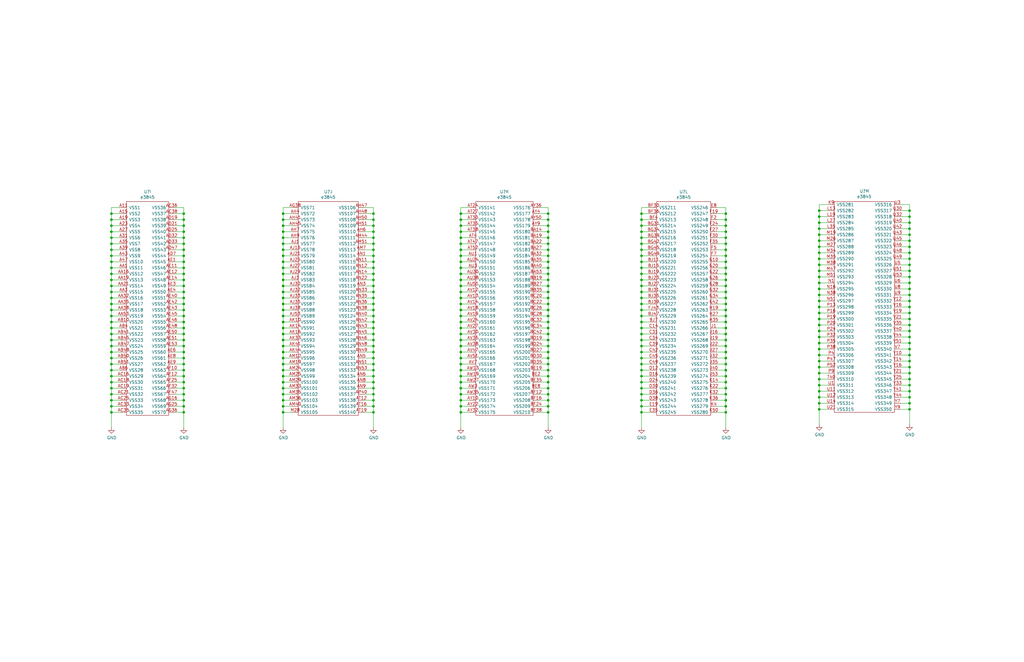
<source format=kicad_sch>
(kicad_sch (version 20231120) (generator "eeschema") (generator_version "8.0")
  (paper "B")
  (lib_symbols
    (symbol "MinnowBoard_port-rescue:GND-power" (power) (pin_names (offset 0))
      (property "Value" "power_GND" (at 0 -3.81 0))
      (symbol "GND-power_1_1"
        (pin power_in line (at 0 0 270) (length 0) hide (name "GND") (number "1"))
      )
    )
    (symbol "intel_cpu:e3845" (pin_names (offset 1.016))
      (property "Reference" "U" (at 0 -1.27 0))
      (property "Value" "e3845" (at 0 -154.94 0))
      (symbol "e3845_1_1"
        (pin bidirectional line (at 22.86 -39.37 180) (length 2.54) (name "DRAM0_DQ_1313") (number "A33"))
        (pin bidirectional line (at 22.86 -34.29 180) (length 2.54) (name "DRAM0_DQ_1111") (number "A37"))
        (pin bidirectional line (at 22.86 -64.77 180) (length 2.54) (name "DRAM0_DQ_2424") (number "A41"))
        (pin bidirectional line (at 22.86 -69.85 180) (length 2.54) (name "DRAM0_DQ_2626") (number "A45"))
        (pin bidirectional line (at 22.86 -204.47 180) (length 2.54) (name "DRAM0_DQSN_77") (number "AA51"))
        (pin bidirectional line (at 22.86 -123.19 180) (length 2.54) (name "DARM0_DQ_4747") (number "AB40"))
        (pin input line (at -26.67 -148.59 0) (length 2.54) (name "DRAM_CORE_PWROK") (number "AB42"))
        (pin bidirectional line (at 22.86 -140.97 180) (length 2.54) (name "DRAM0_DQ_5454") (number "AB44"))
        (pin bidirectional line (at 22.86 -201.93 180) (length 2.54) (name "DRAM0_DQSP_77") (number "AB52"))
        (pin bidirectional line (at 22.86 -153.67 180) (length 2.54) (name "DRAM0_DQ_5959") (number "AC51"))
        (pin bidirectional line (at 22.86 -151.13 180) (length 2.54) (name "DRAM0_DQ_5858") (number "AC53"))
        (pin output line (at -25.4 -167.64 0) (length 2.54) (name "RESERVED_AD40") (number "AD40"))
        (pin output line (at -25.4 -170.18 0) (length 2.54) (name "RESERVED_AD41") (number "AD41"))
        (pin input line (at -26.67 -146.05 0) (length 2.54) (name "DRAM_VDD_S4_PWROK") (number "AD42"))
        (pin output line (at -25.4 -152.4 0) (length 2.54) (name "DRAM_RCOMP_00") (number "AD44"))
        (pin output line (at -25.4 -157.48 0) (length 2.54) (name "DRAM_RCOMP_22") (number "AD45"))
        (pin bidirectional line (at 22.86 -130.81 180) (length 2.54) (name "DRAM0_DQ_5050") (number "AD48"))
        (pin bidirectional line (at 22.86 -133.35 180) (length 2.54) (name "DRAM0_DQ_5151") (number "AD50"))
        (pin bidirectional line (at 22.86 -161.29 180) (length 2.54) (name "DRAM0_DQ_6262") (number "AD52"))
        (pin output line (at -25.4 -162.56 0) (length 2.54) (name "RESERVED_AF40") (number "AF40"))
        (pin output line (at -25.4 -165.1 0) (length 2.54) (name "RESERVED_AF41") (number "AF41"))
        (pin output line (at -26.67 -140.97 0) (length 2.54) (name "ICLK_DRAM_TERMN_AF42") (number "AF42"))
        (pin input line (at -25.4 -133.35 0) (length 2.54) (name "DRAM_VREF") (number "AF44"))
        (pin output line (at -25.4 -154.94 0) (length 2.54) (name "DRAM_RCOMP_11") (number "AF45"))
        (pin output line (at -26.67 -138.43 0) (length 2.54) (name "ICLK_DRAM_TERM_1") (number "AH42"))
        (pin bidirectional line (at 22.86 -26.67 180) (length 2.54) (name "DRAM0_DQ_88") (number "B32"))
        (pin bidirectional line (at 22.86 -173.99 180) (length 2.54) (name "DRAM0_DQSN_11") (number "B34"))
        (pin output line (at -25.4 -52.07 0) (length 2.54) (name "DRAM0_DM_11") (number "B36"))
        (pin bidirectional line (at 22.86 -44.45 180) (length 2.54) (name "DRAM0_DQ_1515") (number "B38"))
        (pin bidirectional line (at 22.86 -77.47 180) (length 2.54) (name "DRAM0_DQ_2929") (number "B40"))
        (pin output line (at -25.4 -57.15 0) (length 2.54) (name "DRAM0_DM_33") (number "B42"))
        (pin bidirectional line (at 22.86 -181.61 180) (length 2.54) (name "DRAM0_DQSP_33") (number "B44"))
        (pin bidirectional line (at 22.86 -72.39 180) (length 2.54) (name "DRAM0_DQ_2727") (number "B46"))
        (pin bidirectional line (at 22.86 -82.55 180) (length 2.54) (name "DRAM0_DQ_3131") (number "B47"))
        (pin bidirectional line (at 22.86 -80.01 180) (length 2.54) (name "DRAM0_DQ_3030") (number "B48"))
        (pin output line (at -25.4 -41.91 0) (length 2.54) (name "DRAM0_MA_1414") (number "B49"))
        (pin output line (at -25.4 -44.45 0) (length 2.54) (name "DRAM0_MA_1515") (number "B50"))
        (pin bidirectional line (at 22.86 -29.21 180) (length 2.54) (name "DRAM0_DQ09_C32") (number "C32"))
        (pin bidirectional line (at 22.86 -36.83 180) (length 2.54) (name "DRAM0_DQ_1212") (number "C33"))
        (pin bidirectional line (at 22.86 -171.45 180) (length 2.54) (name "DRAM0_DQSP_11") (number "C35"))
        (pin bidirectional line (at 22.86 -31.75 180) (length 2.54) (name "DRAM0_DQ_1010") (number "C36"))
        (pin bidirectional line (at 22.86 -41.91 180) (length 2.54) (name "DRAM0_DQ_1414") (number "C37"))
        (pin bidirectional line (at 22.86 -57.15 180) (length 2.54) (name "DRAM0_DQ_2121") (number "C38"))
        (pin bidirectional line (at 22.86 -74.93 180) (length 2.54) (name "DRAM0_DQ_2828") (number "C40"))
        (pin bidirectional line (at 22.86 -67.31 180) (length 2.54) (name "DRAM0_DQ_2525") (number "C41"))
        (pin bidirectional line (at 22.86 -184.15 180) (length 2.54) (name "DRAM0_DQSN_33") (number "C43"))
        (pin output line (at -25.4 -99.06 0) (length 2.54) (name "DRAM0_CKE_00") (number "C47"))
        (pin bidirectional line (at 22.86 -176.53 180) (length 2.54) (name "DRAM0_DQSP_22") (number "D40"))
        (pin bidirectional line (at 22.86 -62.23 180) (length 2.54) (name "DRAM0_DQ_2323") (number "D42"))
        (pin output line (at -25.4 -101.6 0) (length 2.54) (name "RESERVED_D48") (number "D48"))
        (pin output line (at -25.4 -24.13 0) (length 2.54) (name "DRAM0_MA_77") (number "D50"))
        (pin output line (at -25.4 -87.63 0) (length 2.54) (name "DRAM0_BS_22") (number "D52"))
        (pin output line (at -25.4 -106.68 0) (length 2.54) (name "RESERVED_E46") (number "E46"))
        (pin output line (at -25.4 -34.29 0) (length 2.54) (name "DRAM0_MA_1111") (number "E51"))
        (pin output line (at -25.4 -29.21 0) (length 2.54) (name "DRAM0_MA_99") (number "E52"))
        (pin bidirectional line (at 22.86 -46.99 180) (length 2.54) (name "DRAM0_DQ_1616") (number "F36"))
        (pin output line (at -25.4 -54.61 0) (length 2.54) (name "DRAM0_DM_22") (number "F38"))
        (pin bidirectional line (at 22.86 -179.07 180) (length 2.54) (name "DRAM0_DQSN_22") (number "F40"))
        (pin bidirectional line (at 22.86 -52.07 180) (length 2.54) (name "DRAM0_DQ_1919") (number "F42"))
        (pin output line (at -25.4 -104.14 0) (length 2.54) (name "DRAM0_CKE_22") (number "F44"))
        (pin output line (at -25.4 -36.83 0) (length 2.54) (name "DRAM0_MA_1212") (number "F47"))
        (pin output line (at -25.4 -49.53 0) (length 2.54) (name "DRAM0_DM_00") (number "G36"))
        (pin bidirectional line (at 22.86 -49.53 180) (length 2.54) (name "DRAM0_DQ_1717") (number "G38"))
        (pin bidirectional line (at 22.86 -54.61 180) (length 2.54) (name "DRAM0_DQ_2020") (number "G40"))
        (pin bidirectional line (at 22.86 -59.69 180) (length 2.54) (name "DRAM0_DQ_2222") (number "G44"))
        (pin output line (at -25.4 -26.67 0) (length 2.54) (name "DRAM0_MA_88") (number "G52"))
        (pin output line (at -25.4 -19.05 0) (length 2.54) (name "DRAM0_MA_55") (number "G53"))
        (pin output line (at -25.4 -13.97 0) (length 2.54) (name "DRAM0_MA_33") (number "H44"))
        (pin output line (at -25.4 -8.89 0) (length 2.54) (name "DRAM0_MA_11") (number "H47"))
        (pin output line (at -25.4 -21.59 0) (length 2.54) (name "DRAM0_MA_66") (number "H49"))
        (pin output line (at -25.4 -16.51 0) (length 2.54) (name "DRAM0_MA_44") (number "H50"))
        (pin output line (at -25.4 -77.47 0) (length 2.54) (name "~{DRAM0_WE}") (number "H51"))
        (pin bidirectional line (at 22.86 -8.89 180) (length 2.54) (name "DRAM0_DQ_11") (number "J36"))
        (pin bidirectional line (at 22.86 -166.37 180) (length 2.54) (name "DRAM0_DQSP_00") (number "J38"))
        (pin output line (at -25.4 -39.37 0) (length 2.54) (name "DRAM0_MA_1313") (number "J51"))
        (pin bidirectional line (at 22.86 -168.91 180) (length 2.54) (name "DRAM0_DQSN_00") (number "K38"))
        (pin bidirectional line (at 22.86 -21.59 180) (length 2.54) (name "DRAM0_DQ_66") (number "K40"))
        (pin bidirectional line (at 22.86 -24.13 180) (length 2.54) (name "DRAM0_DQ_77") (number "K42"))
        (pin output line (at -25.4 -85.09 0) (length 2.54) (name "DRAM0_BS_11") (number "K44"))
        (pin output line (at -25.4 -6.35 0) (length 2.54) (name "DRAM0_MA_00") (number "K45"))
        (pin output line (at -25.4 -82.55 0) (length 2.54) (name "DRAM0_BS_00") (number "K47"))
        (pin output line (at -25.4 -31.75 0) (length 2.54) (name "DRAM0_MA_1010") (number "K48"))
        (pin bidirectional line (at 22.86 -87.63 180) (length 2.54) (name "DRAM0_DQ_3333") (number "K51"))
        (pin bidirectional line (at 22.86 -85.09 180) (length 2.54) (name "DRAM0_DQ_3232") (number "K52"))
        (pin output line (at -25.4 -11.43 0) (length 2.54) (name "DRAM0_MA_22") (number "L41"))
        (pin bidirectional line (at 22.86 -95.25 180) (length 2.54) (name "DRAM0_DQ_3636") (number "L51"))
        (pin bidirectional line (at 22.86 -97.79 180) (length 2.54) (name "DRAM0_DQ_3737") (number "L53"))
        (pin bidirectional line (at 22.86 -6.35 180) (length 2.54) (name "DRAM0_DQ_00") (number "M36"))
        (pin bidirectional line (at 22.86 -13.97 180) (length 2.54) (name "DRAM0_DQ_33") (number "M40"))
        (pin output line (at -25.4 -74.93 0) (length 2.54) (name "~{DRAM0_CAS}") (number "M44"))
        (pin output line (at -25.4 -72.39 0) (length 2.54) (name "~{DRAM0_RAS}") (number "M45"))
        (pin output line (at -25.4 -119.38 0) (length 2.54) (name "DRAM0_CKN_0") (number "M48"))
        (pin output line (at -25.4 -116.84 0) (length 2.54) (name "DRAM0_CKP_0") (number "M50"))
        (pin bidirectional line (at 22.86 -189.23 180) (length 2.54) (name "DRAM0_DQSN_44") (number "M52"))
        (pin bidirectional line (at 22.86 -19.05 180) (length 2.54) (name "DRAM0_DQ_55") (number "N36"))
        (pin bidirectional line (at 22.86 -186.69 180) (length 2.54) (name "DRAM0_DQSP_44") (number "N53"))
        (pin bidirectional line (at 22.86 -16.51 180) (length 2.54) (name "DRAM0_DQ_44") (number "P36"))
        (pin bidirectional line (at 22.86 -11.43 180) (length 2.54) (name "DRAM0_DQ_22") (number "P40"))
        (pin output line (at -25.4 -129.54 0) (length 2.54) (name "~{DRAM0_DRAMRST}") (number "P41"))
        (pin output line (at -25.4 -113.03 0) (length 2.54) (name "DRAM0_ODT_2") (number "P42"))
        (pin output line (at -25.4 -92.71 0) (length 2.54) (name "~{DRAM0_CS_0}") (number "P44"))
        (pin output line (at -25.4 -95.25 0) (length 2.54) (name "~{DRAM0_CS_2}") (number "P45"))
        (pin output line (at -25.4 -125.73 0) (length 2.54) (name "DRAM0_CKN_2") (number "P48"))
        (pin output line (at -25.4 -123.19 0) (length 2.54) (name "DRAM0_CKP_2") (number "P50"))
        (pin output line (at -25.4 -59.69 0) (length 2.54) (name "DRAM0_DM_44") (number "P51"))
        (pin bidirectional line (at 22.86 -100.33 180) (length 2.54) (name "DRAM0_DQ_3838") (number "R51"))
        (pin bidirectional line (at 22.86 -102.87 180) (length 2.54) (name "DRAM0_DQ_3939") (number "R53"))
        (pin output line (at -25.4 -110.49 0) (length 2.54) (name "DRAM0_ODT_0") (number "T41"))
        (pin bidirectional line (at 22.86 -191.77 180) (length 2.54) (name "DRAM0_DQSP_55") (number "T42"))
        (pin bidirectional line (at 22.86 -194.31 180) (length 2.54) (name "DRAM0_DQSN_55") (number "T44"))
        (pin bidirectional line (at 22.86 -107.95 180) (length 2.54) (name "DRAM0_DQ_4141") (number "T45"))
        (pin bidirectional line (at 22.86 -105.41 180) (length 2.54) (name "DRAM0_DQ_4040") (number "T47"))
        (pin bidirectional line (at 22.86 -115.57 180) (length 2.54) (name "DRAM0_DQ_4444") (number "T48"))
        (pin bidirectional line (at 22.86 -118.11 180) (length 2.54) (name "DRAM0_DQ_4545") (number "T50"))
        (pin bidirectional line (at 22.86 -92.71 180) (length 2.54) (name "DRAM0_DQ_3535") (number "T51"))
        (pin bidirectional line (at 22.86 -90.17 180) (length 2.54) (name "DRAM0_DQ_3434") (number "T52"))
        (pin bidirectional line (at 22.86 -113.03 180) (length 2.54) (name "DRAM0_DQ_4343") (number "V41"))
        (pin output line (at -25.4 -62.23 0) (length 2.54) (name "DRAM0_DM_55") (number "V42"))
        (pin bidirectional line (at 22.86 -125.73 180) (length 2.54) (name "DRAM0_DQ_4848") (number "V45"))
        (pin bidirectional line (at 22.86 -128.27 180) (length 2.54) (name "DRAM0_DQ_4949") (number "V47"))
        (pin bidirectional line (at 22.86 -135.89 180) (length 2.54) (name "DRAM0_DQ_5252") (number "V48"))
        (pin bidirectional line (at 22.86 -138.43 180) (length 2.54) (name "DRAM0_DQ_5353") (number "V50"))
        (pin bidirectional line (at 22.86 -146.05 180) (length 2.54) (name "DRAM0_DQ_5656") (number "V52"))
        (pin bidirectional line (at 22.86 -148.59 180) (length 2.54) (name "DRAM0_DQ_5757") (number "W51"))
        (pin bidirectional line (at 22.86 -156.21 180) (length 2.54) (name "DRAM0_DQ_6060") (number "W53"))
        (pin bidirectional line (at 22.86 -110.49 180) (length 2.54) (name "DRAM0_DQ_4242") (number "Y40"))
        (pin bidirectional line (at 22.86 -120.65 180) (length 2.54) (name "DRAM0_DQ_4646") (number "Y42"))
        (pin bidirectional line (at 22.86 -143.51 180) (length 2.54) (name "DRAM0_DQ_5555") (number "Y45"))
        (pin bidirectional line (at 22.86 -196.85 180) (length 2.54) (name "DRAM0_DQSP_66") (number "Y47"))
        (pin bidirectional line (at 22.86 -199.39 180) (length 2.54) (name "DRAM0_DQSN_66") (number "Y48"))
        (pin output line (at -25.4 -64.77 0) (length 2.54) (name "DRAM0_DM_66") (number "Y50"))
        (pin bidirectional line (at 22.86 -158.75 180) (length 2.54) (name "DRAM0_DQ_6161") (number "Y51"))
        (pin output line (at -25.4 -67.31 0) (length 2.54) (name "DRAM0_DM_77") (number "Y52"))
      )
      (symbol "e3845_2_1"
        (pin bidirectional line (at 26.67 -133.35 180) (length 2.54) (name "DRAM1_DQ_5050") (number "AF48"))
        (pin bidirectional line (at 26.67 -135.89 180) (length 2.54) (name "DRAM1_DQ_5151") (number "AF50"))
        (pin bidirectional line (at 26.67 -166.37 180) (length 2.54) (name "DRAM1_DQ_6363") (number "AF51"))
        (pin bidirectional line (at 26.67 -163.83 180) (length 2.54) (name "DRAM1_DQ_6262") (number "AF52"))
        (pin bidirectional line (at 26.67 -156.21 180) (length 2.54) (name "DRAM1_DQ_5959") (number "AG51"))
        (pin bidirectional line (at 26.67 -153.67 180) (length 2.54) (name "DRAM1_DQ_5858") (number "AG53"))
        (pin bidirectional line (at 26.67 -125.73 180) (length 2.54) (name "DRAM1_DQ_4747") (number "AH40"))
        (pin bidirectional line (at 26.67 -143.51 180) (length 2.54) (name "DRAM1_DQ_5454") (number "AH44"))
        (pin bidirectional line (at 26.67 -207.01 180) (length 2.54) (name "DRAM1_DQSP_77") (number "AH52"))
        (pin bidirectional line (at 26.67 -209.55 180) (length 2.54) (name "DRAM1_DQSN_77") (number "AJ51"))
        (pin bidirectional line (at 26.67 -113.03 180) (length 2.54) (name "DRAM1_DQ_4242") (number "AK40"))
        (pin bidirectional line (at 26.67 -123.19 180) (length 2.54) (name "DRAM1_DQ_4646") (number "AK42"))
        (pin bidirectional line (at 26.67 -146.05 180) (length 2.54) (name "DRAM1_DQ_5555") (number "AK45"))
        (pin bidirectional line (at 26.67 -201.93 180) (length 2.54) (name "DRAM1_DQSP_66") (number "AK47"))
        (pin bidirectional line (at 26.67 -204.47 180) (length 2.54) (name "DRAM1_DQSN_66") (number "AK48"))
        (pin output line (at -33.02 -64.77 0) (length 2.54) (name "DRAM1_DM_66") (number "AK50"))
        (pin bidirectional line (at 26.67 -161.29 180) (length 2.54) (name "DRAM1_DQ_6161") (number "AK51"))
        (pin output line (at -33.02 -67.31 0) (length 2.54) (name "DRAM1_DM_77") (number "AK52"))
        (pin bidirectional line (at 26.67 -151.13 180) (length 2.54) (name "DRAM1_DQ_5757") (number "AL51"))
        (pin bidirectional line (at 26.67 -158.75 180) (length 2.54) (name "DRAM1_DQ_6060") (number "AL53"))
        (pin bidirectional line (at 26.67 -115.57 180) (length 2.54) (name "DRAM1_DQ_4343") (number "AM41"))
        (pin output line (at -33.02 -62.23 0) (length 2.54) (name "DRAM1_DM_55") (number "AM42"))
        (pin bidirectional line (at 26.67 -128.27 180) (length 2.54) (name "DRAM1_DQ_4848") (number "AM45"))
        (pin bidirectional line (at 26.67 -130.81 180) (length 2.54) (name "DRAM1_DQ_4949") (number "AM47"))
        (pin bidirectional line (at 26.67 -138.43 180) (length 2.54) (name "DRAM1_DQ_5252") (number "AM48"))
        (pin bidirectional line (at 26.67 -140.97 180) (length 2.54) (name "DRAM1_DQ_5353") (number "AM50"))
        (pin bidirectional line (at 26.67 -148.59 180) (length 2.54) (name "DRAM1_DQ_5656") (number "AM52"))
        (pin output line (at -33.02 -110.49 0) (length 2.54) (name "DRAM1_ODT_0") (number "AP41"))
        (pin bidirectional line (at 26.67 -196.85 180) (length 2.54) (name "DRAM1_DQSP_55") (number "AP42"))
        (pin bidirectional line (at 26.67 -199.39 180) (length 2.54) (name "DRAM1_DQSN_55") (number "AP44"))
        (pin bidirectional line (at 26.67 -110.49 180) (length 2.54) (name "DRAM1_DQ_4141") (number "AP45"))
        (pin bidirectional line (at 26.67 -107.95 180) (length 2.54) (name "DRAM1_DQ_4040") (number "AP47"))
        (pin bidirectional line (at 26.67 -118.11 180) (length 2.54) (name "DRAM1_DQ_4444") (number "AP48"))
        (pin bidirectional line (at 26.67 -120.65 180) (length 2.54) (name "DRAM1_DQ_4545") (number "AP50"))
        (pin bidirectional line (at 26.67 -95.25 180) (length 2.54) (name "DRAM1_DQ_3535") (number "AP51"))
        (pin bidirectional line (at 26.67 -92.71 180) (length 2.54) (name "DRAM1_DQ_3434") (number "AP52"))
        (pin bidirectional line (at 26.67 -102.87 180) (length 2.54) (name "DRAM1_DQ_3838") (number "AR51"))
        (pin bidirectional line (at 26.67 -105.41 180) (length 2.54) (name "DRAM1_DQ_3939") (number "AR53"))
        (pin bidirectional line (at 26.67 -49.53 180) (length 2.54) (name "DRAM1_DQ_1717") (number "AT36"))
        (pin bidirectional line (at 26.67 -54.61 180) (length 2.54) (name "DRAM1_DQ_1919") (number "AT40"))
        (pin output line (at -33.02 -129.54 0) (length 2.54) (name "~{DRAM1_DRAMRST}") (number "AT41"))
        (pin output line (at -33.02 -113.03 0) (length 2.54) (name "DRAM1_ODT_2") (number "AT42"))
        (pin output line (at -33.02 -91.44 0) (length 2.54) (name "~{DRAM1_CS_0}") (number "AT44"))
        (pin output line (at -33.02 -95.25 0) (length 2.54) (name "~{DRAM1_CS_2}") (number "AT45"))
        (pin output line (at -33.02 -125.73 0) (length 2.54) (name "DRAM1_CKN_2") (number "AT48"))
        (pin output line (at -33.02 -123.19 0) (length 2.54) (name "DRAM1_CKP_2") (number "AT50"))
        (pin output line (at -33.02 -59.69 0) (length 2.54) (name "DRAM1_DM_44") (number "AT51"))
        (pin bidirectional line (at 26.67 -46.99 180) (length 2.54) (name "DRAM1_DQ_1616") (number "AU36"))
        (pin bidirectional line (at 26.67 -191.77 180) (length 2.54) (name "DRAM1_DQSP_44") (number "AU53"))
        (pin bidirectional line (at 26.67 -59.69 180) (length 2.54) (name "DRAM1_DQ_2121") (number "AV36"))
        (pin bidirectional line (at 26.67 -52.07 180) (length 2.54) (name "DRAM1_DQ_1818") (number "AV40"))
        (pin output line (at -33.02 -74.93 0) (length 2.54) (name "~{DRAM1_CAS}") (number "AV44"))
        (pin output line (at -33.02 -72.39 0) (length 2.54) (name "~{DRAM1_RAS}") (number "AV45"))
        (pin output line (at -33.02 -119.38 0) (length 2.54) (name "DRAM1_CKN_0") (number "AV48"))
        (pin output line (at -33.02 -116.84 0) (length 2.54) (name "DRAM1_CKP_0") (number "AV50"))
        (pin bidirectional line (at 26.67 -194.31 180) (length 2.54) (name "DRAM1_DQSN_44") (number "AV53"))
        (pin output line (at -33.02 -11.43 0) (length 2.54) (name "DRAM1_MA_22") (number "AW41"))
        (pin bidirectional line (at 26.67 -97.79 180) (length 2.54) (name "DRAM1_DQ_3636") (number "AW51"))
        (pin bidirectional line (at 26.67 -100.33 180) (length 2.54) (name "DRAM1_DQ_3737") (number "AW53"))
        (pin bidirectional line (at 26.67 -184.15 180) (length 2.54) (name "DRAM1_DQSN_22") (number "AY38"))
        (pin bidirectional line (at 26.67 -64.77 180) (length 2.54) (name "DRAM1_DQ_2323") (number "AY40"))
        (pin bidirectional line (at 26.67 -62.23 180) (length 2.54) (name "DRAM1_DQ_2222") (number "AY42"))
        (pin output line (at -33.02 -85.09 0) (length 2.54) (name "DRAM1_BS_11") (number "AY44"))
        (pin output line (at -33.02 -6.35 0) (length 2.54) (name "DRAM1_MA_00") (number "AY45"))
        (pin output line (at -33.02 -82.55 0) (length 2.54) (name "DRAM1_BS_00") (number "AY47"))
        (pin output line (at -33.02 -31.75 0) (length 2.54) (name "DRAM1_MA_1010") (number "AY48"))
        (pin bidirectional line (at 26.67 -90.17 180) (length 2.54) (name "DRAM1_DQ_3333") (number "AY51"))
        (pin bidirectional line (at 26.67 -87.63 180) (length 2.54) (name "DRAM1_DQ_3232") (number "AY52"))
        (pin bidirectional line (at 26.67 -57.15 180) (length 2.54) (name "DRAM1_DQ_2020") (number "BA36"))
        (pin bidirectional line (at 26.67 -181.61 180) (length 2.54) (name "DRAM1_DQSP_22") (number "BA38"))
        (pin bidirectional line (at 26.67 -11.43 180) (length 2.54) (name "DRAM1_DQ_22") (number "BA42"))
        (pin output line (at -33.02 -39.37 0) (length 2.54) (name "DRAM1_MA_1313") (number "BA51"))
        (pin output line (at -33.02 -13.97 0) (length 2.54) (name "DRAM1_MA_33") (number "BB44"))
        (pin output line (at -33.02 -8.89 0) (length 2.54) (name "DRAM1_MA_11") (number "BB47"))
        (pin output line (at -33.02 -21.59 0) (length 2.54) (name "DRAM1_MA_66") (number "BB49"))
        (pin output line (at -33.02 -16.51 0) (length 2.54) (name "DRAM1_MA_44") (number "BB50"))
        (pin output line (at -33.02 -77.47 0) (length 2.54) (name "~{DRAM1_WE}") (number "BB51"))
        (pin output line (at -33.02 -54.61 0) (length 2.54) (name "DRAM1_DM_22") (number "BC36"))
        (pin bidirectional line (at 26.67 -16.51 180) (length 2.54) (name "DRAM1_DQ_44") (number "BC38"))
        (pin bidirectional line (at 26.67 -8.89 180) (length 2.54) (name "DRAM1_DQ_11") (number "BC40"))
        (pin bidirectional line (at 26.67 -24.13 180) (length 2.54) (name "DRAM1_DQ_77") (number "BC44"))
        (pin output line (at -33.02 -26.67 0) (length 2.54) (name "DRAM1_MA_88") (number "BC52"))
        (pin output line (at -33.02 -19.05 0) (length 2.54) (name "DRAM1_MA_55") (number "BC53"))
        (pin bidirectional line (at 26.67 -19.05 180) (length 2.54) (name "DRAM1_DQ_55") (number "BD36"))
        (pin output line (at -33.02 -49.53 0) (length 2.54) (name "DRAM1_DM_00") (number "BD38"))
        (pin bidirectional line (at 26.67 -173.99 180) (length 2.54) (name "DRAM1_DQSN_00") (number "BD40"))
        (pin bidirectional line (at 26.67 -13.97 180) (length 2.54) (name "DRAM1_DQ_33") (number "BD42"))
        (pin output line (at -33.02 -104.14 0) (length 2.54) (name "DRAM1_CKE_22") (number "BD44"))
        (pin output line (at -33.02 -36.83 0) (length 2.54) (name "DRAM1_MA_1212") (number "BD47"))
        (pin output line (at -33.02 -101.6 0) (length 2.54) (name "RESERVED_BE46") (number "BE46"))
        (pin output line (at -33.02 -34.29 0) (length 2.54) (name "DRAM1_MA_1111") (number "BE51"))
        (pin output line (at -33.02 -29.21 0) (length 2.54) (name "DRAM1_MA_99") (number "BE52"))
        (pin bidirectional line (at 26.67 -171.45 180) (length 2.54) (name "DRAM1_DQSP_00") (number "BF40"))
        (pin bidirectional line (at 26.67 -21.59 180) (length 2.54) (name "DRAM1_DQ_66") (number "BF42"))
        (pin output line (at -33.02 -106.68 0) (length 2.54) (name "RESERVED_BF48") (number "BF48"))
        (pin output line (at -33.02 -24.13 0) (length 2.54) (name "DRAM1_MA_77") (number "BF50"))
        (pin output line (at -33.02 -87.63 0) (length 2.54) (name "DRAM1_BS_22") (number "BF52"))
        (pin bidirectional line (at 26.67 -29.21 180) (length 2.54) (name "DRAM1_DQ_99") (number "BG32"))
        (pin bidirectional line (at 26.67 -36.83 180) (length 2.54) (name "DRAM1_DQ_1212") (number "BG33"))
        (pin bidirectional line (at 26.67 -176.53 180) (length 2.54) (name "DRAM1_DQSP_11") (number "BG35"))
        (pin bidirectional line (at 26.67 -31.75 180) (length 2.54) (name "DRAM1_DQ_1010") (number "BG36"))
        (pin bidirectional line (at 26.67 -41.91 180) (length 2.54) (name "DRAM1_DQ_1414") (number "BG37"))
        (pin bidirectional line (at 26.67 -6.35 180) (length 2.54) (name "DRAM1_DQ_00") (number "BG38"))
        (pin bidirectional line (at 26.67 -77.47 180) (length 2.54) (name "DRAM1_DQ_2828") (number "BG40"))
        (pin bidirectional line (at 26.67 -69.85 180) (length 2.54) (name "DRAM1_DQ_2525") (number "BG41"))
        (pin bidirectional line (at 26.67 -189.23 180) (length 2.54) (name "DRAM1_DQSN_33") (number "BG43"))
        (pin output line (at -33.02 -99.06 0) (length 2.54) (name "DRAM1_CKE_00") (number "BG47"))
        (pin bidirectional line (at 26.67 -26.67 180) (length 2.54) (name "DRAM1_DQ_88") (number "BH32"))
        (pin bidirectional line (at 26.67 -179.07 180) (length 2.54) (name "DRAM1_DQSN_11") (number "BH34"))
        (pin output line (at -33.02 -52.07 0) (length 2.54) (name "DRAM1_DM_11") (number "BH36"))
        (pin bidirectional line (at 26.67 -44.45 180) (length 2.54) (name "DRAM1_DQ_1515") (number "BH38"))
        (pin bidirectional line (at 26.67 -80.01 180) (length 2.54) (name "DRAM1_DQ_2929") (number "BH40"))
        (pin output line (at -33.02 -57.15 0) (length 2.54) (name "DRAM1_DM_33") (number "BH42"))
        (pin bidirectional line (at 26.67 -186.69 180) (length 2.54) (name "DRAM1_DQSP_33") (number "BH44"))
        (pin bidirectional line (at 26.67 -74.93 180) (length 2.54) (name "DRAM1_DQ_2727") (number "BH46"))
        (pin bidirectional line (at 26.67 -85.09 180) (length 2.54) (name "DRAM1_DQ_3131") (number "BH47"))
        (pin bidirectional line (at 26.67 -82.55 180) (length 2.54) (name "DRAM1_DQ_3030") (number "BH48"))
        (pin output line (at -33.02 -41.91 0) (length 2.54) (name "DRAM1_MA_1414") (number "BH49"))
        (pin output line (at -33.02 -44.45 0) (length 2.54) (name "DRAM1_MA_1515") (number "BH50"))
        (pin bidirectional line (at 26.67 -39.37 180) (length 2.54) (name "DRAM1_DQ_1313") (number "BJ33"))
        (pin bidirectional line (at 26.67 -34.29 180) (length 2.54) (name "DRAM1_DQ_1111") (number "BJ37"))
        (pin bidirectional line (at 26.67 -67.31 180) (length 2.54) (name "DRAM1_DQ_2424") (number "BJ41"))
        (pin bidirectional line (at 26.67 -72.39 180) (length 2.54) (name "DRAM1_DQ_2626") (number "BJ45"))
      )
      (symbol "e3845_3_1"
        (pin input line (at -25.4 -120.65 0) (length 2.54) (name "RESERVED_A29") (number "A29"))
        (pin input line (at 26.67 -102.87 180) (length 2.54) (name "RESERVED_AB12") (number "AB12"))
        (pin input line (at 26.67 -100.33 180) (length 2.54) (name "RESERVED_AB13") (number "AB13"))
        (pin input line (at -25.4 -125.73 0) (length 2.54) (name "RESERVED_AB14") (number "AB14"))
        (pin input line (at -25.4 -77.47 0) (length 2.54) (name "RESERVED_AB2") (number "AB2"))
        (pin input line (at -25.4 -74.93 0) (length 2.54) (name "RESERVED_AB3") (number "AB3"))
        (pin input line (at -25.4 -107.95 0) (length 2.54) (name "RESERVED_AB7") (number "AB7"))
        (pin input line (at -25.4 -105.41 0) (length 2.54) (name "RESERVED_AB9") (number "AB9"))
        (pin output line (at 26.67 -22.86 180) (length 2.54) (name "DDI1_TXN_3") (number "AC1"))
        (pin output line (at 26.67 -20.32 180) (length 2.54) (name "DDI1_TXP_3") (number "AC3"))
        (pin output line (at 26.67 -17.78 180) (length 2.54) (name "DDI1_TXN_2") (number "AD2"))
        (pin output line (at 26.67 -15.24 180) (length 2.54) (name "DDI1_TXP_2") (number "AD3"))
        (pin input line (at -25.4 -102.87 0) (length 2.54) (name "RESERVED_AD4") (number "AD4"))
        (pin input line (at -25.4 -100.33 0) (length 2.54) (name "RESERVED_AD6") (number "AD6"))
        (pin input line (at 26.67 -59.69 180) (length 2.54) (name "RESERVED_AF13") (number "AF13"))
        (pin input line (at 26.67 -57.15 180) (length 2.54) (name "RESERVED_AF14") (number "AF14"))
        (pin output line (at 26.67 -12.7 180) (length 2.54) (name "DDI1_TXN_1") (number "AF2"))
        (pin output line (at 26.67 -10.16 180) (length 2.54) (name "DDI1_TXP_1") (number "AF3"))
        (pin output line (at 26.67 -7.62 180) (length 2.54) (name "DDI1_TXN_0") (number "AG1"))
        (pin output line (at 26.67 -5.08 180) (length 2.54) (name "DDI1_TXP_0") (number "AG3"))
        (pin input line (at 26.67 -54.61 180) (length 2.54) (name "RESERVED_AH13") (number "AH13"))
        (pin input line (at 26.67 -52.07 180) (length 2.54) (name "RESERVED_AH14") (number "AH14"))
        (pin input line (at 26.67 -64.77 180) (length 2.54) (name "RESERVED_VSS3") (number "AH2"))
        (pin input line (at 26.67 -62.23 180) (length 2.54) (name "RESERVED_VSS2") (number "AH3"))
        (pin input line (at -25.4 -54.61 0) (length 2.54) (name "DDI0_RCOMP_P") (number "AK12"))
        (pin input line (at -25.4 -52.07 0) (length 2.54) (name "~{DDI0_RCOMP}") (number "AK13"))
        (pin bidirectional line (at 26.67 -29.21 180) (length 2.54) (name "DDI1_AUXN") (number "AK2"))
        (pin bidirectional line (at 26.67 -26.67 180) (length 2.54) (name "DDI1_AUXP") (number "AK3"))
        (pin bidirectional line (at -25.4 -29.21 0) (length 2.54) (name "DDI0_AUXN") (number "AL1"))
        (pin bidirectional line (at -25.4 -26.67 0) (length 2.54) (name "DDI0_AUXP") (number "AL3"))
        (pin input line (at -25.4 -59.69 0) (length 2.54) (name "RESERVED_AM13") (number "AM13"))
        (pin input line (at -25.4 -57.15 0) (length 2.54) (name "RESERVED_AM14") (number "AM14"))
        (pin input line (at -25.4 -64.77 0) (length 2.54) (name "RESERVED_VSS1") (number "AM2"))
        (pin input line (at -25.4 -62.23 0) (length 2.54) (name "RESERVED_VSS0") (number "AM3"))
        (pin output line (at -25.4 -22.86 0) (length 2.54) (name "DDI0_TXN_3") (number "AP2"))
        (pin output line (at -25.4 -20.32 0) (length 2.54) (name "DDI0_TXP_3") (number "AP3"))
        (pin output line (at -25.4 -17.78 0) (length 2.54) (name "DDI0_TXN_2") (number "AR1"))
        (pin output line (at -25.4 -15.24 0) (length 2.54) (name "DDI0_TXP_2") (number "AR3"))
        (pin output line (at -25.4 -10.16 0) (length 2.54) (name "DDI0_TXP_1") (number "AT2"))
        (pin output line (at -25.4 -12.7 0) (length 2.54) (name "DDI0_TXN_1") (number "AT3"))
        (pin output line (at -25.4 -7.62 0) (length 2.54) (name "DDI0_TXN_0") (number "AV2"))
        (pin output line (at -25.4 -5.08 0) (length 2.54) (name "DDI0_TXP_0") (number "AV3"))
        (pin input line (at 26.67 -76.2 180) (length 2.54) (name "VGA_IREF") (number "AW1"))
        (pin output line (at 26.67 -71.12 180) (length 2.54) (name "VGA_BLUE") (number "AY2"))
        (pin input line (at 26.67 -78.74 180) (length 2.54) (name "VGA_IRTN") (number "AY3"))
        (pin output line (at -25.4 -48.26 0) (length 2.54) (name "DDI0_BKLTCTL") (number "B26"))
        (pin output line (at -25.4 -43.18 0) (length 2.54) (name "DDI0_VDDEN") (number "B28"))
        (pin input line (at -25.4 -128.27 0) (length 2.54) (name "GPIO_S0_NC12") (number "B30"))
        (pin output line (at 26.67 -73.66 180) (length 2.54) (name "VGA_GREEN") (number "BA1"))
        (pin output line (at 26.67 -68.58 180) (length 2.54) (name "VGA_RED") (number "BA3"))
        (pin bidirectional line (at 26.67 -88.9 180) (length 2.54) (name "VGA_DDCCLK") (number "BC1"))
        (pin bidirectional line (at 26.67 -91.44 180) (length 2.54) (name "VGA_DDCDATA") (number "BC2"))
        (pin output line (at 26.67 -82.55 180) (length 2.54) (name "VGA_HSYNC") (number "BD2"))
        (pin output line (at 26.67 -85.09 180) (length 2.54) (name "VGA_VSYNC") (number "BF2"))
        (pin bidirectional line (at -25.4 -36.83 0) (length 2.54) (name "DDI0_DDCDATA") (number "C26"))
        (pin output line (at -25.4 -45.72 0) (length 2.54) (name "DDI0_BKLTEN") (number "C27"))
        (pin input line (at -25.4 -39.37 0) (length 2.54) (name "DDI0_DDCCLK") (number "C28"))
        (pin input line (at -25.4 -123.19 0) (length 2.54) (name "RESERVED_C29") (number "C29"))
        (pin input line (at -25.4 -130.81 0) (length 2.54) (name "RESERVED_C30") (number "C30"))
        (pin input line (at -25.4 -33.02 0) (length 2.54) (name "DDI0_HPD") (number "D27"))
        (pin input line (at 26.67 -162.56 180) (length 2.54) (name "RESERVED_D28") (number "D28"))
        (pin input line (at 26.67 -142.24 180) (length 2.54) (name "RESERVED_D32") (number "D32"))
        (pin input line (at 26.67 -157.48 180) (length 2.54) (name "RESERVED_D34") (number "D34"))
        (pin input line (at 26.67 -152.4 180) (length 2.54) (name "RESERVED_F28") (number "F28"))
        (pin input line (at 26.67 -154.94 180) (length 2.54) (name "RESERVED_F32") (number "F32"))
        (pin input line (at 26.67 -167.64 180) (length 2.54) (name "RESERVED_F34") (number "F34"))
        (pin bidirectional line (at 26.67 -39.37 180) (length 2.54) (name "DDI1_DDCCLK") (number "G30"))
        (pin input line (at 26.67 -160.02 180) (length 2.54) (name "RESERVED_J28") (number "J28"))
        (pin output line (at 26.67 -45.72 180) (length 2.54) (name "DDI1_BKLTEN") (number "J30"))
        (pin input line (at 26.67 -147.32 180) (length 2.54) (name "RESERVED_J34") (number "J34"))
        (pin input line (at 26.67 -149.86 180) (length 2.54) (name "RESERVED_K28") (number "K28"))
        (pin input line (at 26.67 -33.02 180) (length 2.54) (name "DDI1_HPD") (number "K30"))
        (pin input line (at 26.67 -139.7 180) (length 2.54) (name "RESERVED_K34") (number "K34"))
        (pin output line (at 26.67 -48.26 180) (length 2.54) (name "DDI1_BKLTCTL") (number "M30"))
        (pin input line (at 26.67 -165.1 180) (length 2.54) (name "RESERVED_M32") (number "M32"))
        (pin output line (at 26.67 -43.18 180) (length 2.54) (name "DDI1_VDDEN") (number "N30"))
        (pin input line (at 26.67 -144.78 180) (length 2.54) (name "RESERVED_N32") (number "N32"))
        (pin input line (at 26.67 -135.89 180) (length 2.54) (name "RESERVED_P14") (number "P14"))
        (pin bidirectional line (at 26.67 -36.83 180) (length 2.54) (name "DDI1_DDCDATA") (number "P30"))
        (pin input line (at -25.4 -97.79 0) (length 2.54) (name "RESERVED_R1") (number "R1"))
        (pin input line (at -25.4 -95.25 0) (length 2.54) (name "RESERVED_R3") (number "R3"))
        (pin input line (at 26.67 -118.11 180) (length 2.54) (name "RESERVED_T10") (number "T10"))
        (pin input line (at 26.67 -115.57 180) (length 2.54) (name "RESERVED_T12") (number "T12"))
        (pin input line (at 26.67 -128.27 180) (length 2.54) (name "RESERVED_T13") (number "T13"))
        (pin input line (at 26.67 -125.73 180) (length 2.54) (name "RESERVED_T14") (number "T14"))
        (pin input line (at -25.4 -69.85 0) (length 2.54) (name "RESERVED_T2") (number "T2"))
        (pin input line (at -25.4 -72.39 0) (length 2.54) (name "RESERVED_T3") (number "T3"))
        (pin input line (at 26.67 -133.35 180) (length 2.54) (name "RESERVED_T4") (number "T4"))
        (pin input line (at 26.67 -130.81 180) (length 2.54) (name "RESERVED_T6") (number "T6"))
        (pin input line (at 26.67 -95.25 180) (length 2.54) (name "RESERVED_T7") (number "T7"))
        (pin input line (at 26.67 -97.79 180) (length 2.54) (name "RESERVED_T9") (number "T9"))
        (pin input line (at 26.67 -110.49 180) (length 2.54) (name "RESERVED_V10") (number "V10"))
        (pin input line (at 26.67 -123.19 180) (length 2.54) (name "RESERVED_V13") (number "V13"))
        (pin input line (at 26.67 -120.65 180) (length 2.54) (name "RESERVED_V14") (number "V14"))
        (pin input line (at -25.4 -90.17 0) (length 2.54) (name "RESERVED_V2") (number "V2"))
        (pin input line (at -25.4 -92.71 0) (length 2.54) (name "RESERVED_V3") (number "V3"))
        (pin input line (at -25.4 -115.57 0) (length 2.54) (name "RESERVED_V4") (number "V4"))
        (pin input line (at -25.4 -118.11 0) (length 2.54) (name "RESERVED_V6") (number "V6"))
        (pin input line (at 26.67 -113.03 180) (length 2.54) (name "RESERVED_V9") (number "V9"))
        (pin input line (at -25.4 -87.63 0) (length 2.54) (name "RESERVED_W1") (number "W1"))
        (pin input line (at -25.4 -85.09 0) (length 2.54) (name "RESERVED_W3") (number "W3"))
        (pin input line (at 26.67 -105.41 180) (length 2.54) (name "RESERVED_Y12") (number "Y12"))
        (pin input line (at 26.67 -107.95 180) (length 2.54) (name "RESERVED_Y13") (number "Y13"))
        (pin input line (at -25.4 -82.55 0) (length 2.54) (name "RESERVED_Y2") (number "Y2"))
        (pin input line (at -25.4 -80.01 0) (length 2.54) (name "RESERVED_Y3") (number "Y3"))
        (pin input line (at -25.4 -110.49 0) (length 2.54) (name "RESERVED_Y4") (number "Y4"))
        (pin input line (at -25.4 -113.03 0) (length 2.54) (name "RESERVED_Y6") (number "Y6"))
      )
      (symbol "e3845_4_1"
        (pin input line (at 29.21 -142.24 180) (length 2.54) (name "RESERVED_AK7") (number "AK7"))
        (pin input line (at 29.21 -139.7 180) (length 2.54) (name "RESERVED_AK9") (number "AK9"))
        (pin input line (at 29.21 -44.45 180) (length 2.54) (name "PCIE_RXN_2") (number "AP10"))
        (pin input line (at 29.21 -41.91 180) (length 2.54) (name "PCIE_RXP_2") (number "AP12"))
        (pin input line (at 29.21 -83.82 180) (length 2.54) (name "PCIE_RCOMP_N_AP13_AP13") (number "AP13"))
        (pin input line (at 29.21 -81.28 180) (length 2.54) (name "PCIE_RCOMP_P_AP14_AP14") (number "AP14"))
        (pin output line (at 29.21 -48.26 180) (length 2.54) (name "PCIE_TXP_3") (number "AP6"))
        (pin input line (at 29.21 -57.15 180) (length 2.54) (name "PCIE_RXN_3") (number "AP7"))
        (pin output line (at 29.21 -50.8 180) (length 2.54) (name "PCIE_TXN_3") (number "AP7"))
        (pin input line (at 29.21 -54.61 180) (length 2.54) (name "PCIE_RXP_3") (number "AP9"))
        (pin input line (at 29.21 -29.21 180) (length 2.54) (name "PCIE_RXP_1") (number "AT10"))
        (pin input line (at 29.21 -19.05 180) (length 2.54) (name "PCIE_RXN_0") (number "AT13"))
        (pin input line (at 29.21 -16.51 180) (length 2.54) (name "PCIE_RXP_0") (number "AT14"))
        (pin bidirectional line (at -25.4 -60.96 0) (length 2.54) (name "MMC1_D3") (number "AT20"))
        (pin output line (at -25.4 -49.53 0) (length 2.54) (name "MMC1_CLK") (number "AT22"))
        (pin bidirectional line (at -25.4 -68.58 0) (length 2.54) (name "MCC1_D6") (number "AT26"))
        (pin bidirectional line (at -25.4 -104.14 0) (length 2.54) (name "SD3_D0") (number "AT28"))
        (pin output line (at 29.21 -38.1 180) (length 2.54) (name "PCIE_TXN_2") (number "AT6"))
        (pin output line (at 29.21 -35.56 180) (length 2.54) (name "PCIE_TXP_2") (number "AT7"))
        (pin input line (at 29.21 -31.75 180) (length 2.54) (name "PCIE_RXN_1") (number "AT9"))
        (pin input line (at -25.4 -15.24 0) (length 2.54) (name "SATA_RXP_0") (number "AU16"))
        (pin bidirectional line (at -25.4 -71.12 0) (length 2.54) (name "MCC1_D7") (number "AU20"))
        (pin bidirectional line (at -25.4 -55.88 0) (length 2.54) (name "MMC1_D1") (number "AU22"))
        (pin bidirectional line (at -25.4 -66.04 0) (length 2.54) (name "MCC1_D5") (number "AU26"))
        (pin bidirectional line (at -25.4 -109.22 0) (length 2.54) (name "SD3_D2") (number "AU28"))
        (pin input line (at 29.21 -92.71 180) (length 2.54) (name "RESERVED_AV10") (number "AV10"))
        (pin input line (at -25.4 -17.78 0) (length 2.54) (name "SATA_RXN_0") (number "AV16"))
        (pin bidirectional line (at -25.4 -53.34 0) (length 2.54) (name "MCC1_D0") (number "AV20"))
        (pin bidirectional line (at -25.4 -58.42 0) (length 2.54) (name "MMC1_D2") (number "AV22"))
        (pin bidirectional line (at -25.4 -74.93 0) (length 2.54) (name "MMC1_CMD") (number "AV26"))
        (pin bidirectional line (at -25.4 -116.84 0) (length 2.54) (name "SD3_CMD") (number "AV28"))
        (pin output line (at 29.21 -25.4 180) (length 2.54) (name "PCIE_TXN_1") (number "AV4"))
        (pin output line (at 29.21 -22.86 180) (length 2.54) (name "PCIE_TXP_1") (number "AV6"))
        (pin input line (at 29.21 -95.25 180) (length 2.54) (name "RESERVED_AV9") (number "AV9"))
        (pin output line (at -25.4 -45.72 0) (length 2.54) (name "~{SATA_LED}") (number "AY12"))
        (pin input line (at -25.4 -43.18 0) (length 2.54) (name "SATA_GP1") (number "AY14"))
        (pin input line (at -25.4 -27.94 0) (length 2.54) (name "SATA_RXP_1") (number "AY16"))
        (pin output line (at -25.4 -81.28 0) (length 2.54) (name "MMC1_RCOMP") (number "AY18"))
        (pin bidirectional line (at -25.4 -87.63 0) (length 2.54) (name "SD2_D0") (number "AY20"))
        (pin bidirectional line (at -25.4 -63.5 0) (length 2.54) (name "MMC1_D4") (number "AY24"))
        (pin output line (at -25.4 -101.6 0) (length 2.54) (name "SD3_CLK") (number "AY26"))
        (pin output line (at 29.21 -11.43 180) (length 2.54) (name "PCIE_TXN_0") (number "AY6"))
        (pin output line (at 29.21 -8.89 180) (length 2.54) (name "PCIE_TXP_0") (number "AY7"))
        (pin input line (at -25.4 -40.64 0) (length 2.54) (name "SATA_GP0") (number "BA12"))
        (pin input line (at -25.4 -30.48 0) (length 2.54) (name "SATA_RXN_1") (number "BA16"))
        (pin output line (at -25.4 -85.09 0) (length 2.54) (name "SD2_CLK") (number "BA18"))
        (pin bidirectional line (at -25.4 -92.71 0) (length 2.54) (name "SD2_D2") (number "BA20"))
        (pin output line (at -25.4 -77.47 0) (length 2.54) (name "MMC1_RST") (number "BA24"))
        (pin bidirectional line (at -25.4 -111.76 0) (length 2.54) (name "SD3_D3") (number "BA26"))
        (pin output line (at 29.21 -125.73 180) (length 2.54) (name "LPE_I2S2_FRM") (number "BA30"))
        (pin input line (at -25.4 -34.29 0) (length 2.54) (name "RESERVED_VSS4") (number "BB10"))
        (pin input line (at 29.21 -90.17 180) (length 2.54) (name "RESERVED_BB3") (number "BB3"))
        (pin input line (at 29.21 -87.63 180) (length 2.54) (name "RESERVED_BB4") (number "BB4"))
        (pin output line (at 29.21 -60.96 180) (length 2.54) (name "RESERVED_VSS6") (number "BB5"))
        (pin output line (at 29.21 -63.5 180) (length 2.54) (name "RESERVED_VSS7") (number "BB7"))
        (pin input line (at -25.4 -36.83 0) (length 2.54) (name "RESERVED_VSS5") (number "BC10"))
        (pin bidirectional line (at -25.4 -97.79 0) (length 2.54) (name "SD2_CMD") (number "BC18"))
        (pin input line (at -25.4 -114.3 0) (length 2.54) (name "SD3_CD#") (number "BC24"))
        (pin output line (at 29.21 -128.27 180) (length 2.54) (name "LPE_I2S2_DATAOUT") (number "BC30"))
        (pin output line (at -25.4 -21.59 0) (length 2.54) (name "SATA_TXP_1") (number "BD10"))
        (pin bidirectional line (at -25.4 -95.25 0) (length 2.54) (name "~{SD2_D3_CD}") (number "BD18"))
        (pin bidirectional line (at -25.4 -90.17 0) (length 2.54) (name "SD2_D1") (number "BD20"))
        (pin output line (at -25.4 -121.92 0) (length 2.54) (name "SD3_PWREN") (number "BD22"))
        (pin bidirectional line (at -25.4 -106.68 0) (length 2.54) (name "SD3_D1") (number "BD26"))
        (pin input line (at 29.21 -130.81 180) (length 2.54) (name "LPE_I2S2_DATAIN") (number "BD28"))
        (pin input line (at 29.21 -77.47 180) (length 2.54) (name "SD3_WP_BD5") (number "BD5"))
        (pin input line (at 29.21 -69.85 180) (length 2.54) (name "PCIE_CLKREQ_1") (number "BD7"))
        (pin input line (at 29.21 -74.93 180) (length 2.54) (name "PCIE_CLKREQ_3") (number "BE3"))
        (pin output line (at -25.4 -24.13 0) (length 2.54) (name "SATA_TXN_1") (number "BF10"))
        (pin input line (at 29.21 -99.06 180) (length 2.54) (name "HDA_LPE_RCOMP") (number "BF20"))
        (pin output line (at -25.4 -119.38 0) (length 2.54) (name "SD3_1P8EN") (number "BF22"))
        (pin output line (at -25.4 -125.73 0) (length 2.54) (name "SD3_RCOMP") (number "BF26"))
        (pin input line (at 29.21 -123.19 180) (length 2.54) (name "LPE_I2S2_CLK") (number "BF28"))
        (pin output line (at -25.4 -8.89 0) (length 2.54) (name "SATA_TXP_0") (number "BF6"))
        (pin bidirectional line (at 29.21 -119.38 180) (length 2.54) (name "GPIO_S0_SC_15") (number "BG18"))
        (pin input line (at 29.21 -111.76 180) (length 2.54) (name "HDA_SDI0") (number "BG19"))
        (pin input line (at 29.21 -109.22 180) (length 2.54) (name "HDA_SDO") (number "BG20"))
        (pin input line (at 29.21 -114.3 180) (length 2.54) (name "HDA_SDI1") (number "BG21"))
        (pin input line (at 29.21 -101.6 180) (length 2.54) (name "~{HDA_RST}") (number "BG22"))
        (pin input line (at 29.21 -67.31 180) (length 2.54) (name "PCIE_CLKREQ_0") (number "BG3"))
        (pin input line (at 29.21 -72.39 180) (length 2.54) (name "PCIE_CLKREQ_2") (number "BG5"))
        (pin output line (at -25.4 -11.43 0) (length 2.54) (name "SATA_TXN_0") (number "BG7"))
        (pin bidirectional line (at 29.21 -116.84 180) (length 2.54) (name "GPIO_S0_SC_14") (number "BH18"))
        (pin input line (at 29.21 -104.14 180) (length 2.54) (name "HDA_SYNC") (number "BH20"))
        (pin input line (at 29.21 -106.68 180) (length 2.54) (name "HDA_CLK") (number "BJ21"))
        (pin input line (at 29.21 -146.05 180) (length 2.54) (name "~{PROCHOT}") (number "C24"))
        (pin input line (at 29.21 -137.16 180) (length 2.54) (name "RESERVED_N34") (number "N34"))
        (pin input line (at 29.21 -134.62 180) (length 2.54) (name "RESERVED_P34") (number "P34"))
      )
      (symbol "e3845_5_1"
        (pin bidirectional line (at -27.94 -134.62 0) (length 2.54) (name "GPIO_S5_9") (number "A13"))
        (pin bidirectional line (at -27.94 -120.65 0) (length 2.54) (name "GPIO_S5_3") (number "A17"))
        (pin output line (at -27.94 -106.68 0) (length 2.54) (name "PCU_SPI_MOSI") (number "A21"))
        (pin bidirectional line (at 27.94 -93.98 180) (length 2.54) (name "SVID_DATA") (number "A25"))
        (pin output line (at 27.94 -83.82 180) (length 2.54) (name "ILB_RTC_X2") (number "A9"))
        (pin input line (at -27.94 -24.13 0) (length 2.54) (name "RESERVED_AD10") (number "AD10"))
        (pin input line (at -27.94 -26.67 0) (length 2.54) (name "RESERVED_AD12") (number "AD12"))
        (pin input line (at -27.94 -20.32 0) (length 2.54) (name "ICLK_RCOMP") (number "AD13"))
        (pin input line (at -27.94 -17.78 0) (length 2.54) (name "ICLK_ICOMP") (number "AD14"))
        (pin input line (at -27.94 -13.97 0) (length 2.54) (name "RESERVED_AD9") (number "AD9"))
        (pin output line (at -27.94 -33.02 0) (length 2.54) (name "PCIE_CLKP_00") (number "AF4"))
        (pin output line (at -27.94 -30.48 0) (length 2.54) (name "PCIE_CLKN_00") (number "AF6"))
        (pin output line (at -27.94 -38.1 0) (length 2.54) (name "PCIE_CLKP_11") (number "AF7"))
        (pin output line (at -27.94 -35.56 0) (length 2.54) (name "PCIE_CLKN_11") (number "AF9"))
        (pin output line (at -27.94 -10.16 0) (length 2.54) (name "ICLK_OSCOUT") (number "AH10"))
        (pin input line (at -27.94 -7.62 0) (length 2.54) (name "ICLK_OSCIN") (number "AH12"))
        (pin output line (at -27.94 -40.64 0) (length 2.54) (name "PCIE_CLKN_22") (number "AK4"))
        (pin output line (at -27.94 -43.18 0) (length 2.54) (name "PCIE_CLKP_22") (number "AK6"))
        (pin input line (at -27.94 -52.07 0) (length 2.54) (name "RESERVED_AM10") (number "AM10"))
        (pin output line (at -27.94 -45.72 0) (length 2.54) (name "PCIE_CLKN_33") (number "AM4"))
        (pin output line (at -27.94 -48.26 0) (length 2.54) (name "PCIE_CLKP_33") (number "AM6"))
        (pin input line (at -27.94 -54.61 0) (length 2.54) (name "RESERVED_AM9") (number "AM9"))
        (pin output line (at 27.94 -102.87 180) (length 2.54) (name "SIO_PWM_11") (number "AT32"))
        (pin input line (at -27.94 -95.25 0) (length 2.54) (name "RESERVED_AT34") (number "AT34"))
        (pin output line (at 27.94 -100.33 180) (length 2.54) (name "SIO_PWM_00") (number "AU32"))
        (pin input line (at 27.94 -7.62 180) (length 2.54) (name "SIO_UART1_RXD") (number "AU34"))
        (pin output line (at 27.94 -132.08 180) (length 2.54) (name "~{SIO_SPI_CS}") (number "AV32"))
        (pin output line (at 27.94 -10.16 180) (length 2.54) (name "SIO_UART1_TXD") (number "AV34"))
        (pin output line (at 27.94 -137.16 180) (length 2.54) (name "SIO_SPI_MOSI") (number "AY28"))
        (pin output line (at 27.94 -139.7 180) (length 2.54) (name "SIO_SPI_CLK") (number "AY30"))
        (pin input line (at 27.94 -15.24 180) (length 2.54) (name "~{SIO_UART1_CTS}") (number "AY34"))
        (pin input line (at 27.94 -73.66 180) (length 2.54) (name "~{PMC_RSMRST}") (number "B10"))
        (pin bidirectional line (at -27.94 -115.57 0) (length 2.54) (name "GPIO_S5_1") (number "B16"))
        (pin bidirectional line (at -27.94 -113.03 0) (length 2.54) (name "GPIO_S5_0") (number "B18"))
        (pin input line (at -27.94 -104.14 0) (length 2.54) (name "PCU_SPI_MISO") (number "B22"))
        (pin bidirectional line (at 27.94 -91.44 180) (length 2.54) (name "~{SVID_ALERT}") (number "B24"))
        (pin input line (at 27.94 -76.2 180) (length 2.54) (name "PMC_CORE_PWROK") (number "B7"))
        (pin output line (at 27.94 -86.36 180) (length 2.54) (name "ILB_RTC_EXTPAD") (number "B8"))
        (pin input line (at 27.94 -134.62 180) (length 2.54) (name "SIO_SPI_MISO") (number "BA28"))
        (pin output line (at 27.94 -12.7 180) (length 2.54) (name "~{SIO_UART1_RTS}") (number "BA34"))
        (pin output line (at 27.94 -24.13 180) (length 2.54) (name "~{SIO_UART2_RTS}") (number "BD32"))
        (pin output line (at 27.94 -21.59 180) (length 2.54) (name "SIO_UART2_TXD") (number "BD34"))
        (pin input line (at 27.94 -26.67 180) (length 2.54) (name "~{SIO_UART2_CTS}") (number "BF32"))
        (pin input line (at 27.94 -19.05 180) (length 2.54) (name "SIO_UART2_RXD") (number "BF34"))
        (pin input line (at 27.94 -55.88 180) (length 2.54) (name "~{PMC_RSTBTN}") (number "BG9"))
        (pin output line (at -27.94 -63.5 0) (length 2.54) (name "PCM_PLT_CLK_22") (number "BH4"))
        (pin output line (at -27.94 -60.96 0) (length 2.54) (name "PCM_PLT_CLK_11") (number "BH5"))
        (pin output line (at -27.94 -68.58 0) (length 2.54) (name "PCM_PLT_CLK_44") (number "BH6"))
        (pin output line (at -27.94 -58.42 0) (length 2.54) (name "PCM_PLT_CLK_00") (number "BH7"))
        (pin output line (at -27.94 -66.04 0) (length 2.54) (name "PCM_PLT_CLK_33") (number "BH8"))
        (pin output line (at -27.94 -71.12 0) (length 2.54) (name "PCM_PLT_CLK_55") (number "BJ9"))
        (pin input line (at 27.94 -68.58 180) (length 2.54) (name "~{ILB_RTC_TEST}") (number "C11"))
        (pin input line (at -27.94 -73.66 0) (length 2.54) (name "~{ILB_RTC_RST}") (number "C12"))
        (pin bidirectional line (at -27.94 -132.08 0) (length 2.54) (name "GPIO_S5_8") (number "C13"))
        (pin bidirectional line (at -27.94 -128.27 0) (length 2.54) (name "GPIO_S5_7") (number "C15"))
        (pin bidirectional line (at -27.94 -125.73 0) (length 2.54) (name "GPIO_S5_5") (number "C16"))
        (pin bidirectional line (at -27.94 -123.19 0) (length 2.54) (name "GPIO_S5_4") (number "C17"))
        (pin bidirectional line (at -27.94 -118.11 0) (length 2.54) (name "GPIO_S5_2") (number "C18"))
        (pin bidirectional line (at -27.94 -137.16 0) (length 2.54) (name "GPIO_S5_10") (number "C19"))
        (pin output line (at -27.94 -101.6 0) (length 2.54) (name "~{PCU_SPI_CS_11}") (number "C21"))
        (pin output line (at -27.94 -109.22 0) (length 2.54) (name "PCU_SPI_CLK") (number "C22"))
        (pin output line (at -27.94 -99.06 0) (length 2.54) (name "~{PCU_SPI_CS_00}") (number "C23"))
        (pin bidirectional line (at 27.94 -96.52 180) (length 2.54) (name "SVID_CLK") (number "C25"))
        (pin input line (at 27.94 -81.28 180) (length 2.54) (name "ILB_RTC_X1") (number "C9"))
        (pin input line (at -27.94 -77.47 0) (length 2.54) (name "TAP_TCK") (number "D14"))
        (pin output line (at -27.94 -90.17 0) (length 2.54) (name "~{TAP_PRDY}") (number "D18"))
        (pin input line (at 27.94 -45.72 180) (length 2.54) (name "PMC_ACPRESENT") (number "D20"))
        (pin output line (at 27.94 -40.64 180) (length 2.54) (name "~{PCM_SLP_S3}") (number "D22"))
        (pin output line (at 27.94 -30.48 180) (length 2.54) (name "PMC_SUSPWRDNACK") (number "D26"))
        (pin input line (at -27.94 -85.09 0) (length 2.54) (name "TAP_TDI") (number "F12"))
        (pin input line (at -27.94 -82.55 0) (length 2.54) (name "TAP_TMS") (number "F14"))
        (pin input line (at -27.94 -92.71 0) (length 2.54) (name "~{TAP_PREQ}") (number "F16"))
        (pin output line (at 27.94 -35.56 180) (length 2.54) (name "~{PCM_SLP_S0IX}") (number "F18"))
        (pin input line (at 27.94 -58.42 180) (length 2.54) (name "~{PMC_PLTRST}") (number "F20"))
        (pin output line (at 27.94 -38.1 180) (length 2.54) (name "~{PCM_SLP_S4}") (number "F22"))
        (pin input line (at 27.94 -48.26 180) (length 2.54) (name "~{PMC_AWAKE_PCIE_0}") (number "F26"))
        (pin input line (at -27.94 -80.01 0) (length 2.54) (name "~{TAP_TRST}") (number "G12"))
        (pin output line (at -27.94 -87.63 0) (length 2.54) (name "TAP_TDO") (number "G16"))
        (pin output line (at 27.94 -63.5 180) (length 2.54) (name "~{PMC_SUS_STAT}") (number "G18"))
        (pin output line (at 27.94 -33.02 180) (length 2.54) (name "PMC_SUSCLK0_G24") (number "G24"))
        (pin bidirectional line (at 27.94 -114.3 180) (length 2.54) (name "GPIO_S5_25") (number "J18"))
        (pin bidirectional line (at 27.94 -43.18 180) (length 2.54) (name "GPIO_S5_14") (number "J20"))
        (pin bidirectional line (at 27.94 -60.96 180) (length 2.54) (name "GPIO_S5_17") (number "J24"))
        (pin input line (at 27.94 -53.34 180) (length 2.54) (name "~{PMC_PWRBTN}") (number "J26"))
        (pin bidirectional line (at 27.94 -119.38 180) (length 2.54) (name "GPIO_S5_27") (number "K18"))
        (pin bidirectional line (at 27.94 -121.92 180) (length 2.54) (name "GPIO_S5_28") (number "K20"))
        (pin bidirectional line (at 27.94 -106.68 180) (length 2.54) (name "GPIO_S5_22") (number "K24"))
        (pin input line (at 27.94 -50.8 180) (length 2.54) (name "~{PMC_BATLOW}") (number "K26"))
        (pin bidirectional line (at 27.94 -116.84 180) (length 2.54) (name "GPIO_S5_26") (number "M18"))
        (pin bidirectional line (at 27.94 -111.76 180) (length 2.54) (name "GPIO_S5_24") (number "M20"))
        (pin bidirectional line (at 27.94 -124.46 180) (length 2.54) (name "GPIO_S5_29") (number "M22"))
        (pin bidirectional line (at 27.94 -127 180) (length 2.54) (name "GPIO_S5_30") (number "M24"))
        (pin bidirectional line (at 27.94 -109.22 180) (length 2.54) (name "GPIO_S5_23") (number "N24"))
        (pin input line (at -27.94 -140.97 0) (length 2.54) (name "GPIO_RCOMP") (number "N26"))
      )
      (symbol "e3845_6_1"
        (pin input line (at -25.4 -88.9 0) (length 2.54) (name "USB_HSIC_RCOMP") (number "A7"))
        (pin bidirectional line (at -25.4 -36.83 0) (length 2.54) (name "GPIO_S5_43") (number "B12"))
        (pin output line (at -25.4 -78.74 0) (length 2.54) (name "USB_HSIC0_DATA") (number "B4"))
        (pin output line (at -25.4 -81.28 0) (length 2.54) (name "USB_HSIC0_STROBE") (number "B5"))
        (pin bidirectional line (at 31.75 -59.69 180) (length 2.54) (name "GPIO_S0_SC_56") (number "BC12"))
        (pin bidirectional line (at 31.75 -64.77 180) (length 2.54) (name "GPIO_S0_SC_58") (number "BC14"))
        (pin bidirectional line (at 31.75 -72.39 180) (length 2.54) (name "GPIO_S0_SC_61") (number "BC16"))
        (pin bidirectional line (at 31.75 -57.15 180) (length 2.54) (name "GPIO_S0_SC_55") (number "BD12"))
        (pin bidirectional line (at 31.75 -62.23 180) (length 2.54) (name "GPIO_S0_SC_57") (number "BD14"))
        (pin bidirectional line (at 31.75 -69.85 180) (length 2.54) (name "GPIO_S0_SC_60") (number "BD16"))
        (pin bidirectional line (at 31.75 -67.31 180) (length 2.54) (name "GPIO_S0_SC_59") (number "BF14"))
        (pin input line (at -25.4 -91.44 0) (length 2.54) (name "LPC_RCOMP") (number "BF18"))
        (pin bidirectional line (at 31.75 -105.41 180) (length 2.54) (name "SIO_I2C4_DATA") (number "BF27"))
        (pin input line (at -25.4 -123.19 0) (length 2.54) (name "~{PCU_SMB_ALERT}") (number "BG11"))
        (pin bidirectional line (at -25.4 -118.11 0) (length 2.54) (name "PCU_SMB_DATA") (number "BG12"))
        (pin bidirectional line (at -25.4 -114.3 0) (length 2.54) (name "ILB_LPC_SERIRQ") (number "BG13"))
        (pin bidirectional line (at -25.4 -101.6 0) (length 2.54) (name "ILB_LPC_AD_33") (number "BG14"))
        (pin output line (at -25.4 -106.68 0) (length 2.54) (name "ILB_LPC_CLK_00") (number "BG15"))
        (pin bidirectional line (at -25.4 -111.76 0) (length 2.54) (name "~{ILB_LPC_CLKRUN}") (number "BG16"))
        (pin output line (at -25.4 -104.14 0) (length 2.54) (name "~{ILB_LPC_FRAME}") (number "BG17"))
        (pin bidirectional line (at 31.75 -82.55 180) (length 2.54) (name "SIO_I2C0_CLK") (number "BG23"))
        (pin bidirectional line (at 31.75 -86.36 180) (length 2.54) (name "SIO_I2C1_DATA") (number "BG24"))
        (pin bidirectional line (at 31.75 -92.71 180) (length 2.54) (name "SIO_I2C2_DATA") (number "BG25"))
        (pin bidirectional line (at 31.75 -99.06 180) (length 2.54) (name "SIO_I2C3_DATA") (number "BG26"))
        (pin bidirectional line (at 31.75 -107.95 180) (length 2.54) (name "SIO_I2C4_CLK") (number "BG27"))
        (pin bidirectional line (at 31.75 -114.3 180) (length 2.54) (name "SIO_I2C5_CLK") (number "BG28"))
        (pin bidirectional line (at 31.75 -120.65 180) (length 2.54) (name "SIO_I2C6_CLK") (number "BG29"))
        (pin bidirectional line (at 31.75 -127 180) (length 2.54) (name "GPIO_S0_SC_093") (number "BG30"))
        (pin bidirectional line (at -25.4 -120.65 0) (length 2.54) (name "PCU_SMB_CLK") (number "BH10"))
        (pin output line (at 31.75 -76.2 180) (length 2.54) (name "ILB_8254_SPKR") (number "BH12"))
        (pin output line (at -25.4 -109.22 0) (length 2.54) (name "ILB_LPC_CLK_11") (number "BH14"))
        (pin bidirectional line (at -25.4 -93.98 0) (length 2.54) (name "ILB_LPC_AD_00") (number "BH16"))
        (pin bidirectional line (at 31.75 -80.01 180) (length 2.54) (name "SIO_I2C0_DATA") (number "BH22"))
        (pin bidirectional line (at 31.75 -88.9 180) (length 2.54) (name "SIO_I2C1_CLK") (number "BH24"))
        (pin bidirectional line (at 31.75 -101.6 180) (length 2.54) (name "SIO_I2C3_CLK") (number "BH26"))
        (pin bidirectional line (at 31.75 -111.76 180) (length 2.54) (name "SIO_I2C5_DATA") (number "BH28"))
        (pin bidirectional line (at 31.75 -124.46 180) (length 2.54) (name "GPIO_S0_SC_092") (number "BH30"))
        (pin bidirectional line (at -25.4 -99.06 0) (length 2.54) (name "ILB_LPC_AD_22") (number "BJ13"))
        (pin bidirectional line (at -25.4 -96.52 0) (length 2.54) (name "ILB_LPC_AD_11") (number "BJ17"))
        (pin bidirectional line (at 31.75 -95.25 180) (length 2.54) (name "SIO_I2C2_CLK") (number "BJ25"))
        (pin bidirectional line (at 31.75 -118.11 180) (length 2.54) (name "SIO_I2C6_DATA") (number "BJ29"))
        (pin input line (at -25.4 -71.12 0) (length 2.54) (name "USB?RCOMPI") (number "C7"))
        (pin input line (at -25.4 -62.23 0) (length 2.54) (name "ICLK_USB_TERM_1") (number "D10"))
        (pin output line (at -25.4 -86.36 0) (length 2.54) (name "USB_HSIC1_STROBE") (number "D2"))
        (pin input line (at 31.75 -44.45 180) (length 2.54) (name "USB3_RXP0") (number "D4"))
        (pin input line (at -25.4 -68.58 0) (length 2.54) (name "USB_RCOMPO") (number "D6"))
        (pin output line (at -25.4 -83.82 0) (length 2.54) (name "USB_HSIC1_DATA") (number "E2"))
        (pin input line (at 31.75 -46.99 180) (length 2.54) (name "USB3_RXN0") (number "E3"))
        (pin input line (at -25.4 -64.77 0) (length 2.54) (name "ICLK_USB_TERMN") (number "F10"))
        (pin bidirectional line (at -25.4 -48.26 0) (length 2.54) (name "USB_DN1") (number "G14"))
        (pin bidirectional line (at -25.4 -6.35 0) (length 2.54) (name "GPIO_S5_31") (number "G2"))
        (pin bidirectional line (at -25.4 -58.42 0) (length 2.54) (name "USB_DN3") (number "H10"))
        (pin bidirectional line (at 31.75 -36.83 180) (length 2.54) (name "RESERVED_H4") (number "H4"))
        (pin bidirectional line (at 31.75 -34.29 180) (length 2.54) (name "RESERVED_H5") (number "H5"))
        (pin bidirectional line (at 31.75 -31.75 180) (length 2.54) (name "RESERVED_H7") (number "H7"))
        (pin bidirectional line (at 31.75 -29.21 180) (length 2.54) (name "RESERVED_H8") (number "H8"))
        (pin bidirectional line (at -25.4 -53.34 0) (length 2.54) (name "USB_DN2") (number "J12"))
        (pin bidirectional line (at -25.4 -45.72 0) (length 2.54) (name "USB_DP1") (number "J14"))
        (pin bidirectional line (at -25.4 -31.75 0) (length 2.54) (name "GPIO_S5_40") (number "J3"))
        (pin bidirectional line (at -25.4 -55.88 0) (length 2.54) (name "USB_DP3") (number "K10"))
        (pin bidirectional line (at -25.4 -50.8 0) (length 2.54) (name "USB_DP2") (number "K12"))
        (pin bidirectional line (at -25.4 -43.18 0) (length 2.54) (name "USB_DN0") (number "K16"))
        (pin bidirectional line (at -25.4 -15.24 0) (length 2.54) (name "GPIO_S5_34") (number "K2"))
        (pin bidirectional line (at -25.4 -17.78 0) (length 2.54) (name "GPIO_S5_35") (number "K3"))
        (pin output line (at 31.75 -50.8 180) (length 2.54) (name "USB3_TXP0") (number "K6"))
        (pin output line (at 31.75 -53.34 180) (length 2.54) (name "USB3_TXN0") (number "K7"))
        (pin bidirectional line (at -25.4 -12.7 0) (length 2.54) (name "GPIO_S5_33") (number "L1"))
        (pin bidirectional line (at -25.4 -29.21 0) (length 2.54) (name "GPIO_S5_39") (number "L3"))
        (pin bidirectional line (at 31.75 -6.35 180) (length 2.54) (name "RESERVED_M10") (number "M10"))
        (pin input line (at 31.75 -40.64 180) (length 2.54) (name "USB3_REXT0") (number "M12"))
        (pin output line (at -25.4 -74.93 0) (length 2.54) (name "USB_PLL_MON") (number "M13"))
        (pin bidirectional line (at -25.4 -40.64 0) (length 2.54) (name "USB_DP0") (number "M16"))
        (pin bidirectional line (at -25.4 -20.32 0) (length 2.54) (name "GPIO_S5_36") (number "M2"))
        (pin bidirectional line (at -25.4 -10.16 0) (length 2.54) (name "GPIO_S5_32") (number "M3"))
        (pin bidirectional line (at 31.75 -24.13 180) (length 2.54) (name "RESERVED_M4") (number "M4"))
        (pin bidirectional line (at 31.75 -26.67 180) (length 2.54) (name "RESERVED_M6") (number "M6"))
        (pin bidirectional line (at 31.75 -16.51 180) (length 2.54) (name "RESERVED_M7") (number "M7"))
        (pin bidirectional line (at 31.75 -8.89 180) (length 2.54) (name "RESERVED_M9") (number "M9"))
        (pin bidirectional line (at -25.4 -22.86 0) (length 2.54) (name "GPIO_S5_37") (number "N3"))
        (pin bidirectional line (at 31.75 -19.05 180) (length 2.54) (name "RESERVED_P10") (number "P10"))
        (pin bidirectional line (at 31.75 -21.59 180) (length 2.54) (name "RESERVED_P12") (number "P12"))
        (pin bidirectional line (at -25.4 -25.4 0) (length 2.54) (name "GPIO_S5_38") (number "P2"))
        (pin bidirectional line (at -25.4 -34.29 0) (length 2.54) (name "GPIO_S5_41") (number "P3"))
        (pin bidirectional line (at 31.75 -13.97 180) (length 2.54) (name "RESERVED_P6") (number "P6"))
        (pin bidirectional line (at 31.75 -11.43 180) (length 2.54) (name "RESERVED_P7") (number "P7"))
      )
      (symbol "e3845_7_1"
        (pin power_in line (at -29.21 -21.59 0) (length 2.54) (name "DRAM_VDD_S4") (number "A48"))
        (pin power_in line (at 33.02 -97.79 180) (length 2.54) (name "TP2_CORE_VCC_S0IX") (number "AA22"))
        (pin power_in line (at 33.02 -48.26 180) (length 2.54) (name "UNCORE_VNN_S3_AA24") (number "AA24"))
        (pin power_in line (at -29.21 -38.1 0) (length 2.54) (name "CORE_VCC_S0IX_AA27") (number "AA27"))
        (pin power_in line (at -29.21 -40.64 0) (length 2.54) (name "CORE_VCC_S0IX_AA29") (number "AA29"))
        (pin power_in line (at -29.21 -43.18 0) (length 2.54) (name "CORE_VCC_S0IX_AA30") (number "AA30"))
        (pin power_in line (at 33.02 -50.8 180) (length 2.54) (name "UNCORE_VNN_S3_AC22") (number "AC22"))
        (pin power_in line (at 33.02 -53.34 180) (length 2.54) (name "UNCORE_VNN_S3_AC24") (number "AC24"))
        (pin power_in line (at -29.21 -45.72 0) (length 2.54) (name "CORE_VCC_S0IX_AC27") (number "AC27"))
        (pin power_in line (at -29.21 -48.26 0) (length 2.54) (name "CORE_VCC_S0IX_AC29") (number "AC29"))
        (pin power_in line (at -29.21 -50.8 0) (length 2.54) (name "CORE_VCC_S0IX_AC30") (number "AC30"))
        (pin power_in line (at 33.02 -55.88 180) (length 2.54) (name "UNCORE_VNN_S3_AD22") (number "AD22"))
        (pin power_in line (at 33.02 -58.42 180) (length 2.54) (name "UNCORE_VNN_S3_AD24") (number "AD24"))
        (pin power_in line (at -29.21 -53.34 0) (length 2.54) (name "CORE_VCC_S0IX_AD27") (number "AD27"))
        (pin power_in line (at -29.21 -55.88 0) (length 2.54) (name "CORE_VCC_S0IX_AD30") (number "AD30"))
        (pin power_in line (at -29.21 -16.51 0) (length 2.54) (name "DRAM_VDD_S4_AD38") (number "AD38"))
        (pin power_in line (at 33.02 -60.96 180) (length 2.54) (name "UNCORE_VNN_S3_AF22") (number "AF22"))
        (pin power_in line (at 33.02 -63.5 180) (length 2.54) (name "UNCORE_VNN_S3_AF24") (number "AF24"))
        (pin power_in line (at -29.21 -58.42 0) (length 2.54) (name "CORE_VCC_S0IX_AF27") (number "AF27"))
        (pin power_in line (at -29.21 -60.96 0) (length 2.54) (name "CORE_VCC_S0IX_AF29") (number "AF29"))
        (pin power_in line (at -29.21 -19.05 0) (length 2.54) (name "DRAM_VDD_S4_AF38") (number "AF38"))
        (pin power_in line (at 33.02 -66.04 180) (length 2.54) (name "UNCORE_VNN_S3_AG22") (number "AG22"))
        (pin power_in line (at 33.02 -68.58 180) (length 2.54) (name "UNCORE_VNN_S3_AG24") (number "AG24"))
        (pin power_in line (at -29.21 -63.5 0) (length 2.54) (name "CORE_VCC_S0IX_AG27") (number "AG27"))
        (pin power_in line (at -29.21 -66.04 0) (length 2.54) (name "CORE_VCC_S0IX_AG29") (number "AG29"))
        (pin power_in line (at -29.21 -68.58 0) (length 2.54) (name "CORE_VCC_S0IX_AG30") (number "AG30"))
        (pin power_in line (at 33.02 -71.12 180) (length 2.54) (name "UNCORE_VNN_S3_AJ22") (number "AJ22"))
        (pin power_in line (at 33.02 -73.66 180) (length 2.54) (name "UNCORE_VNN_S3_AJ24") (number "AJ24"))
        (pin power_in line (at 33.02 -76.2 180) (length 2.54) (name "UNCORE_VNN_S3_AK22") (number "AK22"))
        (pin power_in line (at 33.02 -78.74 180) (length 2.54) (name "UNCORE_VNN_S3_AK24") (number "AK24"))
        (pin power_in line (at 33.02 -81.28 180) (length 2.54) (name "UNCORE_VNN_S3_AK25") (number "AK25"))
        (pin power_in line (at 33.02 -83.82 180) (length 2.54) (name "UNCORE_VNN_S3_AK27") (number "AK27"))
        (pin power_in line (at 33.02 -86.36 180) (length 2.54) (name "UNCORE_VNN_S3_AK29") (number "AK29"))
        (pin power_in line (at 33.02 -88.9 180) (length 2.54) (name "UNCORE_VNN_S3_AK30") (number "AK30"))
        (pin power_in line (at 33.02 -91.44 180) (length 2.54) (name "UNCORE_VNN_S3_AK32") (number "AK32"))
        (pin power_in line (at -29.21 -24.13 0) (length 2.54) (name "DRAM_VDD_S4_AK38") (number "AK38"))
        (pin power_in line (at 33.02 -93.98 180) (length 2.54) (name "UNCORE_VNN_S3_AM22") (number "AM22"))
        (pin power_in line (at -29.21 -26.67 0) (length 2.54) (name "DRAM_VDD_S4_AM38") (number "AM38"))
        (pin power_in line (at -29.21 -29.21 0) (length 2.54) (name "DRAM_VDD_S4_AV41") (number "AV41"))
        (pin power_in line (at -29.21 -31.75 0) (length 2.54) (name "DRAM_VDD_S4_AV42") (number "AV42"))
        (pin power_in line (at -29.21 -34.29 0) (length 2.54) (name "DRAM_VDD_S4_BB46") (number "BB46"))
        (pin power_in line (at -29.21 -8.89 0) (length 2.54) (name "UNCORE_VNN_SENSE") (number "BB8"))
        (pin power_in line (at 33.02 -6.35 180) (length 2.54) (name "DRAM_VDD_S4_BD49") (number "BD49"))
        (pin power_in line (at 33.02 -8.89 180) (length 2.54) (name "DRAM_VDD_S4_BD52") (number "BD52"))
        (pin power_in line (at 33.02 -11.43 180) (length 2.54) (name "DRAM_VDD_S4_BD53") (number "BD53"))
        (pin power_in line (at 33.02 -13.97 180) (length 2.54) (name "DRAM_VDD_S4_BF44") (number "BF44"))
        (pin power_in line (at 33.02 -16.51 180) (length 2.54) (name "DRAM_VDD_S4_BG51") (number "BG51"))
        (pin power_in line (at 33.02 -19.05 180) (length 2.54) (name "DRAM_VDD_S4_BJ48") (number "BJ48"))
        (pin power_in line (at 33.02 -21.59 180) (length 2.54) (name "DRAM_VDD_S4_C51") (number "C51"))
        (pin power_in line (at 33.02 -24.13 180) (length 2.54) (name "DRAM_VDD_S4_D44") (number "D44"))
        (pin power_in line (at 33.02 -26.67 180) (length 2.54) (name "DRAM_VDD_S4_F49") (number "F49"))
        (pin power_in line (at 33.02 -29.21 180) (length 2.54) (name "DRAM_VDD_S4_F52") (number "F52"))
        (pin power_in line (at 33.02 -31.75 180) (length 2.54) (name "DRAM_VDD_S4_F53") (number "F53"))
        (pin power_in line (at 33.02 -34.29 180) (length 2.54) (name "DRAM_VDD_S4_H46") (number "H46"))
        (pin power_in line (at 33.02 -36.83 180) (length 2.54) (name "DRAM_VDD_S4_M41") (number "M41"))
        (pin power_in line (at 33.02 -39.37 180) (length 2.54) (name "DRAM_VDD_S4_M42") (number "M42"))
        (pin passive line (at -29.21 -11.43 0) (length 2.54) (name "CORE_VSS_SENSE_N28") (number "N28"))
        (pin power_in line (at -29.21 -71.12 0) (length 2.54) (name "CORE_VCC_S0IX_P26") (number "P26"))
        (pin power_in line (at -29.21 -73.66 0) (length 2.54) (name "CORE_VCC_S0IX_P27") (number "P27"))
        (pin power_in line (at -29.21 -6.35 0) (length 2.54) (name "CORE_VCC_SENSE_P28") (number "P28"))
        (pin power_in line (at -29.21 -76.2 0) (length 2.54) (name "CORE_VCC_S0IX_U27") (number "U27"))
        (pin power_in line (at -29.21 -78.74 0) (length 2.54) (name "CORE_VCC_S0IX_U29") (number "U29"))
        (pin power_in line (at -29.21 -81.28 0) (length 2.54) (name "CORE_VCC_S0IX_V27") (number "V27"))
        (pin power_in line (at -29.21 -83.82 0) (length 2.54) (name "CORE_VCC_S0IX_V29") (number "V29"))
        (pin power_in line (at -29.21 -86.36 0) (length 2.54) (name "CORE_VCC_S0IX_V30") (number "V30"))
        (pin power_in line (at 33.02 -41.91 180) (length 2.54) (name "DRAM_VDD_S4_V38") (number "V38"))
        (pin power_in line (at -29.21 -88.9 0) (length 2.54) (name "CORE_VCC_S0IX_Y27") (number "Y27"))
        (pin power_in line (at -29.21 -91.44 0) (length 2.54) (name "CORE_VCC_S0IX_Y29") (number "Y29"))
        (pin power_in line (at -29.21 -93.98 0) (length 2.54) (name "CORE_VCC_S0IX_Y30") (number "Y30"))
        (pin power_in line (at 33.02 -44.45 180) (length 2.54) (name "DRAM_VDD_S4_Y38") (number "Y38"))
        (pin output line (at -29.21 -97.79 0) (length 2.54) (name "TP_CORE_V1P05_S4") (number "~"))
      )
      (symbol "e3845_8_1"
        (pin passive line (at 34.29 -72.39 180) (length 2.54) (name "VSS_A3_A3") (number "A3"))
        (pin passive line (at 34.29 -74.93 180) (length 2.54) (name "VSS_A49_A49") (number "A49"))
        (pin passive line (at 34.29 -77.47 180) (length 2.54) (name "VSS_A5_A5") (number "A5"))
        (pin passive line (at 34.29 -80.01 180) (length 2.54) (name "VSS_A51_A51") (number "A51"))
        (pin passive line (at 34.29 -82.55 180) (length 2.54) (name "VSS_A52_A52") (number "A52"))
        (pin passive line (at 34.29 -85.09 180) (length 2.54) (name "VSS_A6_A6") (number "A6"))
        (pin power_in line (at 34.29 -46.99 180) (length 2.54) (name "UNCORE_V1P8_G3_AA18") (number "AA18"))
        (pin power_in line (at -33.02 -123.19 0) (length 2.54) (name "UNCORE_V1P35_S0IX_F5_AA25") (number "AA25"))
        (pin power_in line (at -33.02 -80.01 0) (length 2.54) (name "CORE_V1P05_S3_AA33") (number "AA33"))
        (pin power_in line (at -33.02 -19.05 0) (length 2.54) (name "DRAM_V1P0_S0IX_AA36") (number "AA36"))
        (pin power_in line (at -33.02 -115.57 0) (length 2.54) (name "CORE_V1P05_S3_AC32") (number "AC32"))
        (pin passive line (at 34.29 -39.37 180) (length 2.54) (name "VSS_AD16") (number "AD16"))
        (pin passive line (at 34.29 -41.91 180) (length 2.54) (name "VSS_AD18") (number "AD18"))
        (pin power_in line (at -33.02 -11.43 0) (length 2.54) (name "DRAM_V1P0_S0IX_AD35") (number "AD35"))
        (pin power_in line (at 34.29 -6.35 180) (length 2.54) (name "DRAM_V1P35_S0IX_F1_AD36") (number "AD36"))
        (pin power_in line (at -33.02 -57.15 0) (length 2.54) (name "UNCORE_V1P0_S3_AF16") (number "AF16"))
        (pin power_in line (at -33.02 -59.69 0) (length 2.54) (name "UNCORE_V1P0_S3_AF18") (number "AF18"))
        (pin power_in line (at -33.02 -133.35 0) (length 2.54) (name "UNCORE_V1P35_S0IX_F6") (number "AF19"))
        (pin power_in line (at -33.02 -82.55 0) (length 2.54) (name "UNCORE_V1P0_S0IX_AF21") (number "AF21"))
        (pin power_in line (at 34.29 -57.15 180) (length 2.54) (name "CORE_V1P05_S3_AF33") (number "AF33"))
        (pin power_in line (at -33.02 -13.97 0) (length 2.54) (name "DRAM_V1P0_S0IX_AF35") (number "AF35"))
        (pin power_in line (at -33.02 -16.51 0) (length 2.54) (name "DRAM_V1P0_S0IX_AF36") (number "AF36"))
        (pin power_in line (at -33.02 -142.24 0) (length 2.54) (name "ICLK_V1P35_S3_F2") (number "AG18"))
        (pin power_in line (at -33.02 -135.89 0) (length 2.54) (name "UNCORE_V1P35_S0IX_F1_AG19") (number "AG19"))
        (pin power_in line (at -33.02 -85.09 0) (length 2.54) (name "UNCORE_V1P0_S0IX_AG21") (number "AG21"))
        (pin power_in line (at -33.02 -125.73 0) (length 2.54) (name "UNCORE_V1P35_S0IX_F2_AG32") (number "AG32"))
        (pin power_in line (at 34.29 -59.69 180) (length 2.54) (name "CORE_V1P05_S3_AG33") (number "AG33"))
        (pin power_in line (at 34.29 -62.23 180) (length 2.54) (name "CORE_V1P05_S3_AG35") (number "AG35"))
        (pin power_in line (at -33.02 -40.64 0) (length 2.54) (name "DDI_V1P0_S0IX_AJ18") (number "AJ18"))
        (pin power_in line (at -33.02 -138.43 0) (length 2.54) (name "ICLK_V1P35_S3_F1_AJ19") (number "AJ19"))
        (pin power_in line (at -33.02 -21.59 0) (length 2.54) (name "DRAM_V1P0_S0IX_AJ36") (number "AJ36"))
        (pin power_in line (at 34.29 -143.51 180) (length 2.54) (name "PCIE_V1P0_S3_AK18") (number "AK18"))
        (pin power_in line (at -33.02 -35.56 0) (length 2.54) (name "DDI_V1P0_S0IX_AK19") (number "AK19"))
        (pin power_in line (at -33.02 -38.1 0) (length 2.54) (name "DDI_V1P0_S0IX_AK21") (number "AK21"))
        (pin power_in line (at -33.02 -24.13 0) (length 2.54) (name "DRAM_V1P0_S0IX_AK35") (number "AK35"))
        (pin power_in line (at -33.02 -26.67 0) (length 2.54) (name "DRAM_V1P0_S0IX_AK36") (number "AK36"))
        (pin power_in line (at -33.02 -43.18 0) (length 2.54) (name "DDI_V1P0_S0IX_AM16") (number "AM16"))
        (pin power_in line (at 34.29 -146.05 180) (length 2.54) (name "PCIE_V1P0_S3_AM18") (number "AM18"))
        (pin power_in line (at -33.02 -67.31 0) (length 2.54) (name "PCIE_V1P0_S3_AM21") (number "AM21"))
        (pin power_in line (at 34.29 -16.51 180) (length 2.54) (name "LPC_V1P8V3P3_S3_AM27") (number "AM27"))
        (pin power_in line (at 34.29 -11.43 180) (length 2.54) (name "UNCORE_V1P8_S3_AM30") (number "AM30"))
        (pin power_in line (at 34.29 -8.89 180) (length 2.54) (name "HDA_LPE_V1P5V1P8_S3_AM32") (number "AM32"))
        (pin passive line (at -33.02 -146.05 0) (length 2.54) (name "VSSA_AN16") (number "AN16"))
        (pin power_in line (at -33.02 -74.93 0) (length 2.54) (name "PCIE_SATA_V1P0_S3_AN18") (number "AN18"))
        (pin power_in line (at -33.02 -77.47 0) (length 2.54) (name "SATA_V1P0_S3_AN19") (number "AN19"))
        (pin power_in line (at -33.02 -69.85 0) (length 2.54) (name "PCIE_V1P0_S3_AN21") (number "AN21"))
        (pin power_in line (at 34.29 -29.21 180) (length 2.54) (name "VGA_V3P3_S3_AN24") (number "AN24"))
        (pin power_in line (at -33.02 -102.87 0) (length 2.54) (name "GPIO_V1P0_S3_AN25") (number "AN25"))
        (pin power_in line (at 34.29 -36.83 180) (length 2.54) (name "SD3_V1P8V3P3_S3_AN27") (number "AN27"))
        (pin power_in line (at -33.02 -52.07 0) (length 2.54) (name "UNCORE_V1P0_S0IX_AN29") (number "AN29"))
        (pin power_in line (at -33.02 -54.61 0) (length 2.54) (name "UNCORE_V1P0_S0IX_AN30") (number "AN30"))
        (pin power_in line (at 34.29 -13.97 180) (length 2.54) (name "UNCORE_V1P8_S3_AN32") (number "AN32"))
        (pin passive line (at 34.29 -87.63 180) (length 2.54) (name "VSS_B2_B2") (number "B2"))
        (pin passive line (at 34.29 -90.17 180) (length 2.54) (name "VSS_B52_B52") (number "B52"))
        (pin passive line (at 34.29 -92.71 180) (length 2.54) (name "VSS_B53_B53") (number "B53"))
        (pin power_in line (at -33.02 -113.03 0) (length 2.54) (name "UNCORE_V1P0_G3_B6") (number "B6"))
        (pin power_in line (at -33.02 -130.81 0) (length 2.54) (name "VGA_V1P35_S3_F1_BD1") (number "BD1"))
        (pin passive line (at 34.29 -95.25 180) (length 2.54) (name "VSS_BE1_BE1") (number "BE1"))
        (pin passive line (at 34.29 -97.79 180) (length 2.54) (name "VSS_BE53_BE53") (number "BE53"))
        (pin passive line (at 34.29 -100.33 180) (length 2.54) (name "VSS_BG1_BG1") (number "BG1"))
        (pin passive line (at 34.29 -102.87 180) (length 2.54) (name "VSS_BG53_BG53") (number "BG53"))
        (pin passive line (at 34.29 -105.41 180) (length 2.54) (name "VSS_BH1_BH1") (number "BH1"))
        (pin passive line (at 34.29 -107.95 180) (length 2.54) (name "VSS_BH2_BH2") (number "BH2"))
        (pin passive line (at 34.29 -110.49 180) (length 2.54) (name "VSS_BH52_BH52") (number "BH52"))
        (pin passive line (at 34.29 -113.03 180) (length 2.54) (name "VSS_BH53_BH53") (number "BH53"))
        (pin passive line (at 34.29 -115.57 180) (length 2.54) (name "VSS_BJ2_BJ2") (number "BJ2"))
        (pin passive line (at 34.29 -118.11 180) (length 2.54) (name "VSS_BJ3_BJ3") (number "BJ3"))
        (pin passive line (at 34.29 -123.19 180) (length 2.54) (name "VSS_BJ49_BJ49") (number "BJ49"))
        (pin passive line (at 34.29 -120.65 180) (length 2.54) (name "VSS_BJ5_BJ5") (number "BJ5"))
        (pin passive line (at 34.29 -125.73 180) (length 2.54) (name "VSS_BJ51_BJ51") (number "BJ51"))
        (pin passive line (at 34.29 -128.27 180) (length 2.54) (name "VSS_BJ52_BJ52") (number "BJ52"))
        (pin power_in line (at -33.02 -8.89 0) (length 2.54) (name "VGA_V1P0_S3_BJ6") (number "BJ6"))
        (pin passive line (at 34.29 -130.81 180) (length 2.54) (name "VSS_C1_C1") (number "C1"))
        (pin power_in line (at -33.02 -107.95 0) (length 2.54) (name "USB3_V1P0_G3_C3") (number "C3"))
        (pin power_in line (at -33.02 -110.49 0) (length 2.54) (name "UNCORE_V1P0_G3_C5") (number "C5"))
        (pin passive line (at 34.29 -133.35 180) (length 2.54) (name "VSS_C53_C53") (number "C53"))
        (pin passive line (at 34.29 -135.89 180) (length 2.54) (name "VSS_E1_E1") (number "E1"))
        (pin passive line (at 34.29 -138.43 180) (length 2.54) (name "VSS_E53_E53") (number "E53"))
        (pin passive line (at 34.29 -140.97 180) (length 2.54) (name "RESERVED_F1") (number "F1"))
        (pin power_in line (at -33.02 -64.77 0) (length 2.54) (name "UNCORE_V1P0_S3_G1") (number "G1"))
        (pin power_in line (at -33.02 -95.25 0) (length 2.54) (name "USB_V1P0_S3_M14") (number "M14"))
        (pin power_in line (at 34.29 -21.59 180) (length 2.54) (name "USB_V3P3_G3_N18") (number "N18"))
        (pin power_in line (at 34.29 -52.07 180) (length 2.54) (name "USB_V1P8_G3_N20") (number "N20"))
        (pin power_in line (at 34.29 -34.29 180) (length 2.54) (name "PCU_V3P3_G3_N22") (number "N22"))
        (pin power_in line (at 34.29 -24.13 180) (length 2.54) (name "USB_V3P3_G3_P18") (number "P18"))
        (pin power_in line (at 34.29 -49.53 180) (length 2.54) (name "RTC_VCC_P22") (number "P22"))
        (pin passive line (at -33.02 -148.59 0) (length 2.54) (name "USB_VSSA_U16") (number "U16"))
        (pin power_in line (at -33.02 -97.79 0) (length 2.54) (name "USB_V1P0_S3_U18") (number "U18"))
        (pin power_in line (at -33.02 -100.33 0) (length 2.54) (name "USB_V1P0_S3_U19") (number "U19"))
        (pin power_in line (at -33.02 -46.99 0) (length 2.54) (name "UNCORE_V1P0_G3_U22") (number "U22"))
        (pin power_in line (at 34.29 -19.05 180) (length 2.54) (name "UNCORE_V1P8_G3_U24") (number "U24"))
        (pin power_in line (at 34.29 -54.61 180) (length 2.54) (name "PMU_V1P8_G3_U25") (number "U25"))
        (pin power_in line (at 34.29 -64.77 180) (length 2.54) (name "CORE_V1P05_S3_U33") (number "U33"))
        (pin power_in line (at 34.29 -67.31 180) (length 2.54) (name "CORE_V1P05_S3_U35") (number "U35"))
        (pin power_in line (at -33.02 -120.65 0) (length 2.54) (name "UNCORE_V1P35_S0IX_F4_U36") (number "U36"))
        (pin power_in line (at 34.29 -26.67 180) (length 2.54) (name "UNCORE_V1P8_S3_U38") (number "U38"))
        (pin power_in line (at 34.29 -44.45 180) (length 2.54) (name "USB_HSIC_V1P24_G3_V18") (number "V18"))
        (pin power_in line (at -33.02 -49.53 0) (length 2.54) (name "UNCORE_V1P0_G3_V22") (number "V22"))
        (pin power_in line (at -33.02 -87.63 0) (length 2.54) (name "UNCORE_V1P0_S0IX_V24") (number "V24"))
        (pin power_in line (at 34.29 -31.75 180) (length 2.54) (name "PCU_V1P8_G3_V25") (number "V25"))
        (pin power_in line (at -33.02 -6.35 0) (length 2.54) (name "SVID_V1P0_S3_V32") (number "V32"))
        (pin power_in line (at 34.29 -69.85 180) (length 2.54) (name "CORE_V1P05_S3_V33") (number "V33"))
        (pin power_in line (at -33.02 -128.27 0) (length 2.54) (name "UNCORE_V1P35_S0IX_F3_V36") (number "V36"))
        (pin power_in line (at -33.02 -62.23 0) (length 2.54) (name "UNCORE_V1P0_S3_Y18") (number "Y18"))
        (pin power_in line (at -33.02 -105.41 0) (length 2.54) (name "USB3_V1P0_G3_Y19") (number "Y19"))
        (pin power_in line (at -33.02 -90.17 0) (length 2.54) (name "UNCORE_V1P0_S0IX_Y22") (number "Y22"))
        (pin power_in line (at -33.02 -92.71 0) (length 2.54) (name "UNCORE_V1P0_S0IX_Y24") (number "Y24"))
        (pin power_in line (at -33.02 -118.11 0) (length 2.54) (name "CORE_V1P05_S3_Y32") (number "Y32"))
        (pin power_in line (at -33.02 -29.21 0) (length 2.54) (name "DRAM_V1P0_S0IX_Y35") (number "Y35"))
        (pin power_in line (at -33.02 -31.75 0) (length 2.54) (name "DRAM_V1P0_S0IX_Y36") (number "Y36"))
      )
      (symbol "e3845_9_1"
        (pin passive line (at -11.43 -5.08 0) (length 2.54) (name "VSS1") (number "A11"))
        (pin passive line (at -11.43 -7.62 0) (length 2.54) (name "VSS2") (number "A15"))
        (pin passive line (at -11.43 -10.16 0) (length 2.54) (name "VSS3") (number "A19"))
        (pin passive line (at -11.43 -12.7 0) (length 2.54) (name "VSS4") (number "A23"))
        (pin passive line (at -11.43 -15.24 0) (length 2.54) (name "VSS5") (number "A27"))
        (pin passive line (at -11.43 -17.78 0) (length 2.54) (name "VSS6") (number "A31"))
        (pin passive line (at -11.43 -20.32 0) (length 2.54) (name "VSS7") (number "A35"))
        (pin passive line (at -11.43 -22.86 0) (length 2.54) (name "VSS8") (number "A39"))
        (pin passive line (at -11.43 -25.4 0) (length 2.54) (name "VSS9") (number "A43"))
        (pin passive line (at -11.43 -27.94 0) (length 2.54) (name "VSS10") (number "A47"))
        (pin passive line (at -11.43 -30.48 0) (length 2.54) (name "VSS11") (number "AA1"))
        (pin passive line (at -11.43 -33.02 0) (length 2.54) (name "VSS12") (number "AA16"))
        (pin passive line (at -11.43 -35.56 0) (length 2.54) (name "VSS13") (number "AA19"))
        (pin passive line (at -11.43 -38.1 0) (length 2.54) (name "VSS14") (number "AA21"))
        (pin passive line (at -11.43 -40.64 0) (length 2.54) (name "VSS15") (number "AA3"))
        (pin passive line (at -11.43 -43.18 0) (length 2.54) (name "VSS16") (number "AA32"))
        (pin passive line (at -11.43 -45.72 0) (length 2.54) (name "VSS17") (number "AA35"))
        (pin passive line (at -11.43 -48.26 0) (length 2.54) (name "VSS18") (number "AA38"))
        (pin passive line (at -11.43 -50.8 0) (length 2.54) (name "VSS19") (number "AA53"))
        (pin passive line (at -11.43 -53.34 0) (length 2.54) (name "VSS20") (number "AB10"))
        (pin passive line (at -11.43 -55.88 0) (length 2.54) (name "VSS21") (number "AB4"))
        (pin passive line (at -11.43 -58.42 0) (length 2.54) (name "VSS22") (number "AB41"))
        (pin passive line (at -11.43 -60.96 0) (length 2.54) (name "VSS23") (number "AB45"))
        (pin passive line (at -11.43 -63.5 0) (length 2.54) (name "VSS24") (number "AB47"))
        (pin passive line (at -11.43 -66.04 0) (length 2.54) (name "VSS25") (number "AB48"))
        (pin passive line (at -11.43 -68.58 0) (length 2.54) (name "VSS26") (number "AB50"))
        (pin passive line (at -11.43 -71.12 0) (length 2.54) (name "VSS27") (number "AB51"))
        (pin passive line (at -11.43 -73.66 0) (length 2.54) (name "VSS28") (number "AB6"))
        (pin passive line (at -11.43 -76.2 0) (length 2.54) (name "VSS29") (number "AC16"))
        (pin passive line (at -11.43 -78.74 0) (length 2.54) (name "VSS30") (number "AC18"))
        (pin passive line (at -11.43 -81.28 0) (length 2.54) (name "VSS31") (number "AC19"))
        (pin passive line (at -11.43 -83.82 0) (length 2.54) (name "VSS32") (number "AC21"))
        (pin passive line (at -11.43 -86.36 0) (length 2.54) (name "VSS33") (number "AC25"))
        (pin passive line (at -11.43 -88.9 0) (length 2.54) (name "VSS34") (number "AC33"))
        (pin passive line (at -11.43 -91.44 0) (length 2.54) (name "VSS35") (number "AC35"))
        (pin passive line (at 11.43 -5.08 180) (length 2.54) (name "VSS36") (number "AC36"))
        (pin passive line (at 11.43 -7.62 180) (length 2.54) (name "VSS37") (number "AC38"))
        (pin passive line (at 11.43 -10.16 180) (length 2.54) (name "VSS38") (number "AD19"))
        (pin passive line (at 11.43 -12.7 180) (length 2.54) (name "VSS39") (number "AD21"))
        (pin passive line (at 11.43 -15.24 180) (length 2.54) (name "VSS40") (number "AD25"))
        (pin passive line (at 11.43 -17.78 180) (length 2.54) (name "VSS41") (number "AD32"))
        (pin passive line (at 11.43 -20.32 180) (length 2.54) (name "VSS42") (number "AD33"))
        (pin passive line (at 11.43 -22.86 180) (length 2.54) (name "VSS43") (number "AD47"))
        (pin passive line (at 11.43 -25.4 180) (length 2.54) (name "VSS44") (number "AD7"))
        (pin passive line (at 11.43 -27.94 180) (length 2.54) (name "VSS45") (number "AE1"))
        (pin passive line (at 11.43 -30.48 180) (length 2.54) (name "VSS46") (number "AE11"))
        (pin passive line (at 11.43 -33.02 180) (length 2.54) (name "VSS47") (number "AE12"))
        (pin passive line (at 11.43 -35.56 180) (length 2.54) (name "VSS48") (number "AE14"))
        (pin passive line (at 11.43 -38.1 180) (length 2.54) (name "VSS49") (number "AE3"))
        (pin passive line (at 11.43 -40.64 180) (length 2.54) (name "VSS50") (number "AE4"))
        (pin passive line (at 11.43 -43.18 180) (length 2.54) (name "VSS51") (number "AE40"))
        (pin passive line (at 11.43 -45.72 180) (length 2.54) (name "VSS52") (number "AE42"))
        (pin passive line (at 11.43 -48.26 180) (length 2.54) (name "VSS53") (number "AE43"))
        (pin passive line (at 11.43 -50.8 180) (length 2.54) (name "VSS54") (number "AE45"))
        (pin passive line (at 11.43 -53.34 180) (length 2.54) (name "VSS55") (number "AE46"))
        (pin passive line (at 11.43 -55.88 180) (length 2.54) (name "VSS56") (number "AE48"))
        (pin passive line (at 11.43 -58.42 180) (length 2.54) (name "VSS57") (number "AE50"))
        (pin passive line (at 11.43 -60.96 180) (length 2.54) (name "VSS58") (number "AE51"))
        (pin passive line (at 11.43 -63.5 180) (length 2.54) (name "VSS59") (number "AE53"))
        (pin passive line (at 11.43 -66.04 180) (length 2.54) (name "VSS60") (number "AE6"))
        (pin passive line (at 11.43 -68.58 180) (length 2.54) (name "VSS61") (number "AE8"))
        (pin passive line (at 11.43 -71.12 180) (length 2.54) (name "VSS62") (number "AE9"))
        (pin passive line (at 11.43 -73.66 180) (length 2.54) (name "VSS63") (number "AF10"))
        (pin passive line (at 11.43 -76.2 180) (length 2.54) (name "VSS64") (number "AF12"))
        (pin passive line (at 11.43 -78.74 180) (length 2.54) (name "VSS65") (number "AF25"))
        (pin passive line (at 11.43 -81.28 180) (length 2.54) (name "VSS66") (number "AF32"))
        (pin passive line (at 11.43 -83.82 180) (length 2.54) (name "VSS67") (number "AF47"))
        (pin passive line (at 11.43 -86.36 180) (length 2.54) (name "VSS68") (number "AG16"))
        (pin passive line (at 11.43 -88.9 180) (length 2.54) (name "VSS69") (number "AG25"))
        (pin passive line (at 11.43 -91.44 180) (length 2.54) (name "VSS70") (number "AG36"))
      )
      (symbol "e3845_10_1"
        (pin passive line (at -16.51 -5.08 0) (length 2.54) (name "VSS71") (number "AG38"))
        (pin passive line (at -16.51 -7.62 0) (length 2.54) (name "VSS72") (number "AH4"))
        (pin passive line (at -16.51 -10.16 0) (length 2.54) (name "VSS73") (number "AH41"))
        (pin passive line (at -16.51 -12.7 0) (length 2.54) (name "VSS74") (number "AH45"))
        (pin passive line (at 13.97 -5.08 180) (length 2.54) (name "VSS106") (number "AH47"))
        (pin passive line (at 13.97 -7.62 180) (length 2.54) (name "VSS107") (number "AH48"))
        (pin passive line (at 13.97 -10.16 180) (length 2.54) (name "VSS108") (number "AH50"))
        (pin passive line (at 13.97 -12.7 180) (length 2.54) (name "VSS109") (number "AH51"))
        (pin passive line (at 13.97 -15.24 180) (length 2.54) (name "VSS110") (number "AH6"))
        (pin passive line (at -16.51 -15.24 0) (length 2.54) (name "VSS75") (number "AH7"))
        (pin passive line (at -16.51 -17.78 0) (length 2.54) (name "VSS76") (number "AH9"))
        (pin passive line (at -16.51 -20.32 0) (length 2.54) (name "VSS77") (number "AJ1"))
        (pin passive line (at -16.51 -22.86 0) (length 2.54) (name "VSS78") (number "AJ16"))
        (pin passive line (at -16.51 -25.4 0) (length 2.54) (name "VSS79") (number "AJ21"))
        (pin passive line (at -16.51 -27.94 0) (length 2.54) (name "VSS80") (number "AJ25"))
        (pin passive line (at -16.51 -30.48 0) (length 2.54) (name "VSS81") (number "AJ27"))
        (pin passive line (at -16.51 -33.02 0) (length 2.54) (name "VSS82") (number "AJ29"))
        (pin passive line (at -16.51 -35.56 0) (length 2.54) (name "VSS83") (number "AJ3"))
        (pin passive line (at -16.51 -38.1 0) (length 2.54) (name "VSS84") (number "AJ30"))
        (pin passive line (at -16.51 -40.64 0) (length 2.54) (name "VSS85") (number "AJ32"))
        (pin passive line (at -16.51 -43.18 0) (length 2.54) (name "VSS86") (number "AJ33"))
        (pin passive line (at -16.51 -45.72 0) (length 2.54) (name "VSS87") (number "AJ35"))
        (pin passive line (at -16.51 -48.26 0) (length 2.54) (name "VSS88") (number "AJ38"))
        (pin passive line (at -16.51 -50.8 0) (length 2.54) (name "VSS89") (number "AJ53"))
        (pin passive line (at -16.51 -53.34 0) (length 2.54) (name "VSS90") (number "AK10"))
        (pin passive line (at -16.51 -55.88 0) (length 2.54) (name "VSS91") (number "AK14"))
        (pin passive line (at -16.51 -58.42 0) (length 2.54) (name "VSS92") (number "AK16"))
        (pin passive line (at -16.51 -60.96 0) (length 2.54) (name "VSS93") (number "AK33"))
        (pin passive line (at -16.51 -63.5 0) (length 2.54) (name "VSS94") (number "AK41"))
        (pin passive line (at -16.51 -66.04 0) (length 2.54) (name "VSS95") (number "AK44"))
        (pin passive line (at -16.51 -68.58 0) (length 2.54) (name "VSS96") (number "AM12"))
        (pin passive line (at -16.51 -71.12 0) (length 2.54) (name "VSS97") (number "AM19"))
        (pin passive line (at -16.51 -73.66 0) (length 2.54) (name "VSS98") (number "AM24"))
        (pin passive line (at -16.51 -76.2 0) (length 2.54) (name "VSS99") (number "AM25"))
        (pin passive line (at -16.51 -78.74 0) (length 2.54) (name "VSS100") (number "AM29"))
        (pin passive line (at -16.51 -81.28 0) (length 2.54) (name "VSS101") (number "AM33"))
        (pin passive line (at -16.51 -83.82 0) (length 2.54) (name "VSS102") (number "AM35"))
        (pin passive line (at -16.51 -86.36 0) (length 2.54) (name "VSS103") (number "AM36"))
        (pin passive line (at -16.51 -88.9 0) (length 2.54) (name "VSS104") (number "AM40"))
        (pin passive line (at 13.97 -17.78 180) (length 2.54) (name "VSS111") (number "AM44"))
        (pin passive line (at 13.97 -20.32 180) (length 2.54) (name "VSS112") (number "AM51"))
        (pin passive line (at 13.97 -22.86 180) (length 2.54) (name "VSS113") (number "AM7"))
        (pin passive line (at 13.97 -25.4 180) (length 2.54) (name "VSS114") (number "AN1"))
        (pin passive line (at 13.97 -27.94 180) (length 2.54) (name "VSS115") (number "AN11"))
        (pin passive line (at 13.97 -30.48 180) (length 2.54) (name "VSS116") (number "AN12"))
        (pin passive line (at 13.97 -33.02 180) (length 2.54) (name "VSS117") (number "AN14"))
        (pin passive line (at 13.97 -35.56 180) (length 2.54) (name "VSS118") (number "AN22"))
        (pin passive line (at 13.97 -38.1 180) (length 2.54) (name "VSS119") (number "AN3"))
        (pin passive line (at 13.97 -40.64 180) (length 2.54) (name "VSS120") (number "AN33"))
        (pin passive line (at 13.97 -43.18 180) (length 2.54) (name "VSS121") (number "AN35"))
        (pin passive line (at 13.97 -45.72 180) (length 2.54) (name "VSS122") (number "AN36"))
        (pin passive line (at 13.97 -48.26 180) (length 2.54) (name "VSS123") (number "AN38"))
        (pin passive line (at 13.97 -50.8 180) (length 2.54) (name "VSS124") (number "AN40"))
        (pin passive line (at 13.97 -53.34 180) (length 2.54) (name "VSS125") (number "AN42"))
        (pin passive line (at 13.97 -55.88 180) (length 2.54) (name "VSS126") (number "AN43"))
        (pin passive line (at 13.97 -58.42 180) (length 2.54) (name "VSS127") (number "AN45"))
        (pin passive line (at 13.97 -60.96 180) (length 2.54) (name "VSS128") (number "AN46"))
        (pin passive line (at 13.97 -63.5 180) (length 2.54) (name "VSS129") (number "AN48"))
        (pin passive line (at 13.97 -66.04 180) (length 2.54) (name "VSS130") (number "AN49"))
        (pin passive line (at 13.97 -68.58 180) (length 2.54) (name "VSS131") (number "AN5"))
        (pin passive line (at 13.97 -71.12 180) (length 2.54) (name "VSS132") (number "AN51"))
        (pin passive line (at 13.97 -73.66 180) (length 2.54) (name "VSS133") (number "AN53"))
        (pin passive line (at 13.97 -76.2 180) (length 2.54) (name "VSS134") (number "AN6"))
        (pin passive line (at 13.97 -78.74 180) (length 2.54) (name "VSS135") (number "AN8"))
        (pin passive line (at 13.97 -81.28 180) (length 2.54) (name "VSS136") (number "AN9"))
        (pin passive line (at 13.97 -83.82 180) (length 2.54) (name "VSS137") (number "AP40"))
        (pin passive line (at 13.97 -86.36 180) (length 2.54) (name "VSS138") (number "AT12"))
        (pin passive line (at 13.97 -88.9 180) (length 2.54) (name "VSS139") (number "AT16"))
        (pin passive line (at 13.97 -91.44 180) (length 2.54) (name "VSS140") (number "AT19"))
        (pin passive line (at -16.51 -91.44 0) (length 2.54) (name "VSS105") (number "M28"))
      )
      (symbol "e3845_11_1"
        (pin passive line (at -15.24 -6.35 0) (length 2.54) (name "VSS141") (number "AT24"))
        (pin passive line (at -15.24 -8.89 0) (length 2.54) (name "VSS142") (number "AT27"))
        (pin passive line (at -15.24 -11.43 0) (length 2.54) (name "VSS143") (number "AT30"))
        (pin passive line (at -15.24 -13.97 0) (length 2.54) (name "VSS144") (number "AT35"))
        (pin passive line (at -15.24 -16.51 0) (length 2.54) (name "VSS145") (number "AT38"))
        (pin passive line (at -15.24 -19.05 0) (length 2.54) (name "VSS146") (number "AT4"))
        (pin passive line (at -15.24 -21.59 0) (length 2.54) (name "VSS147") (number "AT47"))
        (pin passive line (at -15.24 -24.13 0) (length 2.54) (name "VSS148") (number "AT52"))
        (pin passive line (at -15.24 -26.67 0) (length 2.54) (name "VSS149") (number "AU1"))
        (pin passive line (at -15.24 -29.21 0) (length 2.54) (name "VSS150") (number "AU24"))
        (pin passive line (at -15.24 -31.75 0) (length 2.54) (name "VSS151") (number "AU3"))
        (pin passive line (at -15.24 -34.29 0) (length 2.54) (name "VSS152") (number "AU30"))
        (pin passive line (at -15.24 -36.83 0) (length 2.54) (name "VSS153") (number "AU38"))
        (pin passive line (at -15.24 -39.37 0) (length 2.54) (name "VSS154") (number "AU51"))
        (pin passive line (at -15.24 -41.91 0) (length 2.54) (name "VSS155") (number "AV12"))
        (pin passive line (at -15.24 -44.45 0) (length 2.54) (name "VSS156") (number "AV13"))
        (pin passive line (at -15.24 -46.99 0) (length 2.54) (name "VSS157") (number "AV14"))
        (pin passive line (at -15.24 -49.53 0) (length 2.54) (name "VSS158") (number "AV18"))
        (pin passive line (at -15.24 -52.07 0) (length 2.54) (name "VSS159") (number "AV19"))
        (pin passive line (at -15.24 -54.61 0) (length 2.54) (name "VSS160") (number "AV24"))
        (pin passive line (at -15.24 -57.15 0) (length 2.54) (name "VSS161") (number "AV27"))
        (pin passive line (at -15.24 -59.69 0) (length 2.54) (name "VSS162") (number "AV30"))
        (pin passive line (at -15.24 -62.23 0) (length 2.54) (name "VSS163") (number "AV35"))
        (pin passive line (at -15.24 -64.77 0) (length 2.54) (name "VSS164") (number "AV38"))
        (pin passive line (at -15.24 -67.31 0) (length 2.54) (name "VSS165") (number "AV47"))
        (pin passive line (at -15.24 -69.85 0) (length 2.54) (name "VSS166") (number "AV51"))
        (pin passive line (at -15.24 -72.39 0) (length 2.54) (name "VSS167") (number "AV7"))
        (pin passive line (at -15.24 -74.93 0) (length 2.54) (name "VSS168") (number "AW13"))
        (pin passive line (at -15.24 -77.47 0) (length 2.54) (name "VSS169") (number "AW19"))
        (pin passive line (at -15.24 -80.01 0) (length 2.54) (name "VSS170") (number "AW27"))
        (pin passive line (at -15.24 -82.55 0) (length 2.54) (name "VSS171") (number "AW3"))
        (pin passive line (at -15.24 -85.09 0) (length 2.54) (name "VSS172") (number "AW35"))
        (pin passive line (at -15.24 -87.63 0) (length 2.54) (name "VSS173") (number "AY10"))
        (pin passive line (at -15.24 -90.17 0) (length 2.54) (name "VSS174") (number "AY22"))
        (pin passive line (at -15.24 -92.71 0) (length 2.54) (name "VSS175") (number "AY32"))
        (pin passive line (at 13.97 -6.35 180) (length 2.54) (name "VSS176") (number "AY36"))
        (pin passive line (at 13.97 -8.89 180) (length 2.54) (name "VSS177") (number "AY4"))
        (pin passive line (at 13.97 -11.43 180) (length 2.54) (name "VSS178") (number "AY50"))
        (pin passive line (at 13.97 -13.97 180) (length 2.54) (name "VSS179") (number "AY9"))
        (pin passive line (at 13.97 -16.51 180) (length 2.54) (name "VSS180") (number "BA14"))
        (pin passive line (at 13.97 -19.05 180) (length 2.54) (name "VSS181") (number "BA19"))
        (pin passive line (at 13.97 -21.59 180) (length 2.54) (name "VSS182") (number "BA22"))
        (pin passive line (at 13.97 -24.13 180) (length 2.54) (name "VSS183") (number "BA27"))
        (pin passive line (at 13.97 -26.67 180) (length 2.54) (name "VSS184") (number "BA32"))
        (pin passive line (at 13.97 -29.21 180) (length 2.54) (name "VSS185") (number "BA35"))
        (pin passive line (at 13.97 -31.75 180) (length 2.54) (name "VSS186") (number "BA40"))
        (pin passive line (at 13.97 -34.29 180) (length 2.54) (name "VSS187") (number "BA53"))
        (pin passive line (at 13.97 -36.83 180) (length 2.54) (name "VSS188") (number "BB19"))
        (pin passive line (at 13.97 -39.37 180) (length 2.54) (name "VSS189") (number "BB27"))
        (pin passive line (at 13.97 -41.91 180) (length 2.54) (name "VSS190") (number "BB35"))
        (pin passive line (at 13.97 -44.45 180) (length 2.54) (name "VSS191") (number "BC20"))
        (pin passive line (at 13.97 -46.99 180) (length 2.54) (name "VSS192") (number "BC22"))
        (pin passive line (at 13.97 -49.53 180) (length 2.54) (name "VSS193") (number "BC26"))
        (pin passive line (at 13.97 -52.07 180) (length 2.54) (name "VSS194") (number "BC28"))
        (pin passive line (at 13.97 -54.61 180) (length 2.54) (name "VSS195") (number "BC32"))
        (pin passive line (at 13.97 -57.15 180) (length 2.54) (name "VSS196") (number "BC34"))
        (pin passive line (at 13.97 -59.69 180) (length 2.54) (name "VSS197") (number "BC42"))
        (pin passive line (at 13.97 -62.23 180) (length 2.54) (name "VSS198") (number "BD19"))
        (pin passive line (at 13.97 -64.77 180) (length 2.54) (name "VSS199") (number "BD24"))
        (pin passive line (at 13.97 -67.31 180) (length 2.54) (name "VSS200") (number "BD27"))
        (pin passive line (at 13.97 -69.85 180) (length 2.54) (name "VSS201") (number "BD30"))
        (pin passive line (at 13.97 -72.39 180) (length 2.54) (name "VSS202") (number "BD35"))
        (pin passive line (at 13.97 -74.93 180) (length 2.54) (name "VSS203") (number "BE19"))
        (pin passive line (at 13.97 -77.47 180) (length 2.54) (name "VSS204") (number "BE2"))
        (pin passive line (at 13.97 -80.01 180) (length 2.54) (name "VSS205") (number "BE35"))
        (pin passive line (at 13.97 -82.55 180) (length 2.54) (name "VSS206") (number "BE8"))
        (pin passive line (at 13.97 -85.09 180) (length 2.54) (name "VSS207") (number "BF12"))
        (pin passive line (at 13.97 -87.63 180) (length 2.54) (name "VSS208") (number "BF16"))
        (pin passive line (at 13.97 -90.17 180) (length 2.54) (name "VSS209") (number "BF24"))
        (pin passive line (at 13.97 -92.71 180) (length 2.54) (name "VSS210") (number "BF38"))
      )
      (symbol "e3845_12_1"
        (pin passive line (at -15.24 -6.35 0) (length 2.54) (name "VSS211") (number "BF30"))
        (pin passive line (at -15.24 -8.89 0) (length 2.54) (name "VSS212") (number "BF36"))
        (pin passive line (at -15.24 -11.43 0) (length 2.54) (name "VSS213") (number "BF4"))
        (pin passive line (at -15.24 -13.97 0) (length 2.54) (name "VSS214") (number "BG31"))
        (pin passive line (at -15.24 -16.51 0) (length 2.54) (name "VSS215") (number "BG34"))
        (pin passive line (at -15.24 -19.05 0) (length 2.54) (name "VSS216") (number "BG39"))
        (pin passive line (at -15.24 -21.59 0) (length 2.54) (name "VSS217") (number "BG42"))
        (pin passive line (at -15.24 -24.13 0) (length 2.54) (name "VSS218") (number "BG45"))
        (pin passive line (at -15.24 -26.67 0) (length 2.54) (name "VSS219") (number "BG49"))
        (pin passive line (at -15.24 -29.21 0) (length 2.54) (name "VSS220") (number "BJ11"))
        (pin passive line (at -15.24 -31.75 0) (length 2.54) (name "VSS221") (number "BJ15"))
        (pin passive line (at -15.24 -34.29 0) (length 2.54) (name "VSS222") (number "BJ19"))
        (pin passive line (at -15.24 -36.83 0) (length 2.54) (name "VSS223") (number "BJ23"))
        (pin passive line (at -15.24 -39.37 0) (length 2.54) (name "VSS224") (number "BJ27"))
        (pin passive line (at -15.24 -41.91 0) (length 2.54) (name "VSS225") (number "BJ31"))
        (pin passive line (at -15.24 -44.45 0) (length 2.54) (name "VSS226") (number "BJ35"))
        (pin passive line (at -15.24 -46.99 0) (length 2.54) (name "VSS227") (number "BJ39"))
        (pin passive line (at -15.24 -52.07 0) (length 2.54) (name "VSS229") (number "BJ47"))
        (pin passive line (at -15.24 -54.61 0) (length 2.54) (name "VSS230") (number "BJ7"))
        (pin passive line (at -15.24 -57.15 0) (length 2.54) (name "VSS231") (number "C14"))
        (pin passive line (at -15.24 -59.69 0) (length 2.54) (name "VSS232") (number "C31"))
        (pin passive line (at -15.24 -62.23 0) (length 2.54) (name "VSS233") (number "C34"))
        (pin passive line (at -15.24 -64.77 0) (length 2.54) (name "VSS234") (number "C39"))
        (pin passive line (at -15.24 -67.31 0) (length 2.54) (name "VSS235") (number "C42"))
        (pin passive line (at -15.24 -69.85 0) (length 2.54) (name "VSS236") (number "C45"))
        (pin passive line (at -15.24 -72.39 0) (length 2.54) (name "VSS237") (number "C49"))
        (pin passive line (at -15.24 -74.93 0) (length 2.54) (name "VSS238") (number "D12"))
        (pin passive line (at -15.24 -77.47 0) (length 2.54) (name "VSS239") (number "D16"))
        (pin passive line (at -15.24 -80.01 0) (length 2.54) (name "VSS240") (number "D24"))
        (pin passive line (at -15.24 -82.55 0) (length 2.54) (name "VSS241") (number "D30"))
        (pin passive line (at -15.24 -85.09 0) (length 2.54) (name "VSS242") (number "D36"))
        (pin passive line (at -15.24 -87.63 0) (length 2.54) (name "VSS243") (number "D38"))
        (pin passive line (at -15.24 -90.17 0) (length 2.54) (name "VSS244") (number "E19"))
        (pin passive line (at -15.24 -92.71 0) (length 2.54) (name "VSS245") (number "E35"))
        (pin passive line (at 12.7 -6.35 180) (length 2.54) (name "VSS246") (number "E8"))
        (pin passive line (at 12.7 -8.89 180) (length 2.54) (name "VSS247") (number "F19"))
        (pin passive line (at 12.7 -11.43 180) (length 2.54) (name "VSS248") (number "F2"))
        (pin passive line (at 12.7 -13.97 180) (length 2.54) (name "VSS249") (number "F24"))
        (pin passive line (at 12.7 -16.51 180) (length 2.54) (name "VSS250") (number "F27"))
        (pin passive line (at 12.7 -19.05 180) (length 2.54) (name "VSS251") (number "F30"))
        (pin passive line (at 12.7 -21.59 180) (length 2.54) (name "VSS252") (number "F35"))
        (pin passive line (at 12.7 -24.13 180) (length 2.54) (name "VSS253") (number "F5"))
        (pin passive line (at 12.7 -26.67 180) (length 2.54) (name "VSS254") (number "F7"))
        (pin passive line (at -15.24 -49.53 0) (length 2.54) (name "VSS228") (number "FJ43"))
        (pin passive line (at 12.7 -29.21 180) (length 2.54) (name "VSS255") (number "G10"))
        (pin passive line (at 12.7 -31.75 180) (length 2.54) (name "VSS256") (number "G20"))
        (pin passive line (at 12.7 -34.29 180) (length 2.54) (name "VSS257") (number "G22"))
        (pin passive line (at 12.7 -36.83 180) (length 2.54) (name "VSS258") (number "G26"))
        (pin passive line (at 12.7 -39.37 180) (length 2.54) (name "VSS259") (number "G28"))
        (pin passive line (at 12.7 -41.91 180) (length 2.54) (name "VSS260") (number "G32"))
        (pin passive line (at 12.7 -44.45 180) (length 2.54) (name "VSS261") (number "G34"))
        (pin passive line (at 12.7 -46.99 180) (length 2.54) (name "VSS262") (number "G42"))
        (pin passive line (at 12.7 -49.53 180) (length 2.54) (name "VSS263") (number "H19"))
        (pin passive line (at 12.7 -52.07 180) (length 2.54) (name "VSS264") (number "H27"))
        (pin passive line (at 12.7 -54.61 180) (length 2.54) (name "VSS265") (number "H35"))
        (pin passive line (at 12.7 -57.15 180) (length 2.54) (name "VSS266") (number "J1"))
        (pin passive line (at 12.7 -59.69 180) (length 2.54) (name "VSS267") (number "J16"))
        (pin passive line (at 12.7 -62.23 180) (length 2.54) (name "VSS268") (number "J19"))
        (pin passive line (at 12.7 -64.77 180) (length 2.54) (name "VSS269") (number "J22"))
        (pin passive line (at 12.7 -67.31 180) (length 2.54) (name "VSS270") (number "J27"))
        (pin passive line (at 12.7 -69.85 180) (length 2.54) (name "VSS271") (number "J32"))
        (pin passive line (at 12.7 -72.39 180) (length 2.54) (name "VSS272") (number "J35"))
        (pin passive line (at 12.7 -74.93 180) (length 2.54) (name "VSS273") (number "J40"))
        (pin passive line (at 12.7 -77.47 180) (length 2.54) (name "VSS274") (number "J53"))
        (pin passive line (at 12.7 -80.01 180) (length 2.54) (name "VSS275") (number "K14"))
        (pin passive line (at 12.7 -82.55 180) (length 2.54) (name "VSS276") (number "K22"))
        (pin passive line (at 12.7 -85.09 180) (length 2.54) (name "VSS277") (number "K32"))
        (pin passive line (at 12.7 -87.63 180) (length 2.54) (name "VSS278") (number "K36"))
        (pin passive line (at 12.7 -90.17 180) (length 2.54) (name "VSS279") (number "K4"))
        (pin passive line (at 12.7 -92.71 180) (length 2.54) (name "VSS280") (number "K50"))
      )
      (symbol "e3845_13_1"
        (pin passive line (at -16.51 -5.08 0) (length 2.54) (name "VSS281") (number "K9"))
        (pin passive line (at -16.51 -7.62 0) (length 2.54) (name "VSS282") (number "L13"))
        (pin passive line (at -16.51 -10.16 0) (length 2.54) (name "VSS283") (number "L19"))
        (pin passive line (at -16.51 -12.7 0) (length 2.54) (name "VSS284") (number "L27"))
        (pin passive line (at -16.51 -15.24 0) (length 2.54) (name "VSS285") (number "L35"))
        (pin passive line (at -16.51 -17.78 0) (length 2.54) (name "VSS286") (number "M19"))
        (pin passive line (at -16.51 -20.32 0) (length 2.54) (name "VSS287") (number "M26"))
        (pin passive line (at -16.51 -22.86 0) (length 2.54) (name "VSS288") (number "M27"))
        (pin passive line (at -16.51 -25.4 0) (length 2.54) (name "VSS289") (number "M34"))
        (pin passive line (at -16.51 -27.94 0) (length 2.54) (name "VSS290") (number "M35"))
        (pin passive line (at -16.51 -30.48 0) (length 2.54) (name "VSS291") (number "M38"))
        (pin passive line (at -16.51 -33.02 0) (length 2.54) (name "VSS292") (number "M47"))
        (pin passive line (at -16.51 -35.56 0) (length 2.54) (name "VSS293") (number "M51"))
        (pin passive line (at -16.51 -38.1 0) (length 2.54) (name "VSS294") (number "N1"))
        (pin passive line (at -16.51 -40.64 0) (length 2.54) (name "VSS295") (number "N16"))
        (pin passive line (at -16.51 -43.18 0) (length 2.54) (name "VSS296") (number "N38"))
        (pin passive line (at -16.51 -45.72 0) (length 2.54) (name "VSS297") (number "N51"))
        (pin passive line (at -16.51 -48.26 0) (length 2.54) (name "VSS298") (number "P13"))
        (pin passive line (at -16.51 -50.8 0) (length 2.54) (name "VSS299") (number "P16"))
        (pin passive line (at -16.51 -53.34 0) (length 2.54) (name "VSS300") (number "P19"))
        (pin passive line (at -16.51 -55.88 0) (length 2.54) (name "VSS301") (number "P20"))
        (pin passive line (at -16.51 -58.42 0) (length 2.54) (name "VSS302") (number "P24"))
        (pin passive line (at -16.51 -60.96 0) (length 2.54) (name "VSS303") (number "P32"))
        (pin passive line (at -16.51 -63.5 0) (length 2.54) (name "VSS304") (number "P35"))
        (pin passive line (at -16.51 -66.04 0) (length 2.54) (name "VSS305") (number "P38"))
        (pin passive line (at -16.51 -68.58 0) (length 2.54) (name "VSS306") (number "P4"))
        (pin passive line (at -16.51 -71.12 0) (length 2.54) (name "VSS307") (number "P47"))
        (pin passive line (at -16.51 -73.66 0) (length 2.54) (name "VSS308") (number "P52"))
        (pin passive line (at -16.51 -76.2 0) (length 2.54) (name "VSS309") (number "P9"))
        (pin passive line (at -16.51 -78.74 0) (length 2.54) (name "VSS310") (number "T40"))
        (pin passive line (at -16.51 -81.28 0) (length 2.54) (name "VSS311") (number "U1"))
        (pin passive line (at -16.51 -83.82 0) (length 2.54) (name "VSS312") (number "U11"))
        (pin passive line (at -16.51 -86.36 0) (length 2.54) (name "VSS313") (number "U12"))
        (pin passive line (at -16.51 -88.9 0) (length 2.54) (name "VSS314") (number "U14"))
        (pin passive line (at -16.51 -91.44 0) (length 2.54) (name "VSS315") (number "U21"))
        (pin passive line (at 13.97 -5.08 180) (length 2.54) (name "VSS316") (number "U3"))
        (pin passive line (at 13.97 -7.62 180) (length 2.54) (name "VSS317") (number "U30"))
        (pin passive line (at 13.97 -10.16 180) (length 2.54) (name "VSS318") (number "U32"))
        (pin passive line (at 13.97 -12.7 180) (length 2.54) (name "VSS319") (number "U40"))
        (pin passive line (at 13.97 -15.24 180) (length 2.54) (name "VSS320") (number "U42"))
        (pin passive line (at 13.97 -17.78 180) (length 2.54) (name "VSS321") (number "U43"))
        (pin passive line (at 13.97 -20.32 180) (length 2.54) (name "VSS322") (number "U45"))
        (pin passive line (at 13.97 -22.86 180) (length 2.54) (name "VSS323") (number "U46"))
        (pin passive line (at 13.97 -25.4 180) (length 2.54) (name "VSS324") (number "U48"))
        (pin passive line (at 13.97 -27.94 180) (length 2.54) (name "VSS325") (number "U49"))
        (pin passive line (at 13.97 -30.48 180) (length 2.54) (name "VSS326") (number "U5"))
        (pin passive line (at 13.97 -33.02 180) (length 2.54) (name "VSS327") (number "U51"))
        (pin passive line (at 13.97 -35.56 180) (length 2.54) (name "VSS328") (number "U53"))
        (pin passive line (at 13.97 -38.1 180) (length 2.54) (name "VSS329") (number "U6"))
        (pin passive line (at 13.97 -40.64 180) (length 2.54) (name "VSS330") (number "U8"))
        (pin passive line (at 13.97 -43.18 180) (length 2.54) (name "VSS331") (number "U9"))
        (pin passive line (at 13.97 -45.72 180) (length 2.54) (name "VSS332") (number "V12"))
        (pin passive line (at 13.97 -48.26 180) (length 2.54) (name "VSS333") (number "V16"))
        (pin passive line (at 13.97 -50.8 180) (length 2.54) (name "VSS334") (number "V19"))
        (pin passive line (at 13.97 -53.34 180) (length 2.54) (name "VSS335") (number "V21"))
        (pin passive line (at 13.97 -55.88 180) (length 2.54) (name "VSS336") (number "V35"))
        (pin passive line (at 13.97 -58.42 180) (length 2.54) (name "VSS337") (number "V40"))
        (pin passive line (at 13.97 -60.96 180) (length 2.54) (name "VSS338") (number "V44"))
        (pin passive line (at 13.97 -63.5 180) (length 2.54) (name "VSS339") (number "V51"))
        (pin passive line (at 13.97 -66.04 180) (length 2.54) (name "VSS340") (number "V7"))
        (pin passive line (at 13.97 -68.58 180) (length 2.54) (name "VSS341") (number "Y10"))
        (pin passive line (at 13.97 -71.12 180) (length 2.54) (name "VSS342") (number "Y14"))
        (pin passive line (at 13.97 -73.66 180) (length 2.54) (name "VSS343") (number "Y16"))
        (pin passive line (at 13.97 -76.2 180) (length 2.54) (name "VSS344") (number "Y21"))
        (pin passive line (at 13.97 -78.74 180) (length 2.54) (name "VSS345") (number "Y25"))
        (pin passive line (at 13.97 -81.28 180) (length 2.54) (name "VSS346") (number "Y33"))
        (pin passive line (at 13.97 -83.82 180) (length 2.54) (name "VSS347") (number "Y41"))
        (pin passive line (at 13.97 -86.36 180) (length 2.54) (name "VSS348") (number "Y44"))
        (pin passive line (at 13.97 -88.9 180) (length 2.54) (name "VSS349") (number "Y7"))
        (pin passive line (at 13.97 -91.44 180) (length 2.54) (name "VSS350") (number "Y9"))
      )
    )
  )
  (junction (at 77.47 100.33))
  (junction (at 77.47 107.95))
  (junction (at 77.47 171.45))
  (junction (at 383.54 119.38))
  (junction (at 306.07 120.65))
  (junction (at 119.38 123.19))
  (junction (at 231.14 163.83))
  (junction (at 194.31 115.57))
  (junction (at 77.47 118.11))
  (junction (at 345.44 154.94))
  (junction (at 119.38 166.37))
  (junction (at 306.07 156.21))
  (junction (at 345.44 124.46))
  (junction (at 46.99 140.97))
  (junction (at 77.47 148.59))
  (junction (at 270.51 146.05))
  (junction (at 306.07 97.79))
  (junction (at 46.99 166.37))
  (junction (at 157.48 113.03))
  (junction (at 306.07 110.49))
  (junction (at 270.51 123.19))
  (junction (at 383.54 111.76))
  (junction (at 306.07 148.59))
  (junction (at 306.07 168.91))
  (junction (at 46.99 143.51))
  (junction (at 157.48 92.71))
  (junction (at 270.51 166.37))
  (junction (at 270.51 158.75))
  (junction (at 270.51 173.99))
  (junction (at 46.99 120.65))
  (junction (at 231.14 171.45))
  (junction (at 231.14 125.73))
  (junction (at 194.31 146.05))
  (junction (at 231.14 151.13))
  (junction (at 231.14 161.29))
  (junction (at 345.44 170.18))
  (junction (at 270.51 95.25))
  (junction (at 77.47 123.19))
  (junction (at 77.47 128.27))
  (junction (at 306.07 158.75))
  (junction (at 270.51 135.89))
  (junction (at 383.54 152.4))
  (junction (at 157.48 120.65))
  (junction (at 270.51 118.11))
  (junction (at 231.14 168.91))
  (junction (at 231.14 123.19))
  (junction (at 231.14 107.95))
  (junction (at 383.54 88.9))
  (junction (at 157.48 148.59))
  (junction (at 345.44 109.22))
  (junction (at 46.99 125.73))
  (junction (at 194.31 148.59))
  (junction (at 306.07 151.13))
  (junction (at 157.48 153.67))
  (junction (at 345.44 106.68))
  (junction (at 231.14 100.33))
  (junction (at 46.99 115.57))
  (junction (at 119.38 102.87))
  (junction (at 157.48 156.21))
  (junction (at 231.14 92.71))
  (junction (at 46.99 92.71))
  (junction (at 119.38 168.91))
  (junction (at 270.51 171.45))
  (junction (at 231.14 158.75))
  (junction (at 119.38 92.71))
  (junction (at 157.48 100.33))
  (junction (at 194.31 153.67))
  (junction (at 77.47 173.99))
  (junction (at 119.38 97.79))
  (junction (at 157.48 171.45))
  (junction (at 383.54 124.46))
  (junction (at 270.51 148.59))
  (junction (at 77.47 113.03))
  (junction (at 157.48 102.87))
  (junction (at 194.31 133.35))
  (junction (at 119.38 158.75))
  (junction (at 306.07 107.95))
  (junction (at 345.44 160.02))
  (junction (at 119.38 151.13))
  (junction (at 157.48 161.29))
  (junction (at 194.31 95.25))
  (junction (at 46.99 146.05))
  (junction (at 306.07 115.57))
  (junction (at 345.44 139.7))
  (junction (at 383.54 109.22))
  (junction (at 77.47 110.49))
  (junction (at 270.51 168.91))
  (junction (at 306.07 100.33))
  (junction (at 194.31 140.97))
  (junction (at 119.38 171.45))
  (junction (at 270.51 125.73))
  (junction (at 119.38 95.25))
  (junction (at 383.54 170.18))
  (junction (at 270.51 90.17))
  (junction (at 119.38 135.89))
  (junction (at 119.38 173.99))
  (junction (at 77.47 115.57))
  (junction (at 77.47 95.25))
  (junction (at 157.48 138.43))
  (junction (at 383.54 139.7))
  (junction (at 194.31 151.13))
  (junction (at 345.44 152.4))
  (junction (at 194.31 110.49))
  (junction (at 306.07 118.11))
  (junction (at 270.51 113.03))
  (junction (at 194.31 105.41))
  (junction (at 157.48 143.51))
  (junction (at 306.07 125.73))
  (junction (at 306.07 102.87))
  (junction (at 46.99 158.75))
  (junction (at 231.14 120.65))
  (junction (at 231.14 115.57))
  (junction (at 157.48 173.99))
  (junction (at 157.48 151.13))
  (junction (at 345.44 96.52))
  (junction (at 157.48 105.41))
  (junction (at 46.99 113.03))
  (junction (at 194.31 171.45))
  (junction (at 345.44 127))
  (junction (at 231.14 140.97))
  (junction (at 270.51 105.41))
  (junction (at 231.14 143.51))
  (junction (at 157.48 130.81))
  (junction (at 306.07 146.05))
  (junction (at 383.54 167.64))
  (junction (at 345.44 142.24))
  (junction (at 77.47 151.13))
  (junction (at 345.44 147.32))
  (junction (at 157.48 140.97))
  (junction (at 270.51 138.43))
  (junction (at 383.54 157.48))
  (junction (at 345.44 132.08))
  (junction (at 345.44 101.6))
  (junction (at 231.14 148.59))
  (junction (at 194.31 97.79))
  (junction (at 383.54 160.02))
  (junction (at 77.47 135.89))
  (junction (at 119.38 113.03))
  (junction (at 383.54 101.6))
  (junction (at 270.51 163.83))
  (junction (at 270.51 107.95))
  (junction (at 157.48 128.27))
  (junction (at 231.14 110.49))
  (junction (at 270.51 143.51))
  (junction (at 77.47 161.29))
  (junction (at 119.38 148.59))
  (junction (at 194.31 138.43))
  (junction (at 231.14 118.11))
  (junction (at 46.99 123.19))
  (junction (at 157.48 115.57))
  (junction (at 194.31 135.89))
  (junction (at 119.38 156.21))
  (junction (at 119.38 133.35))
  (junction (at 157.48 163.83))
  (junction (at 383.54 147.32))
  (junction (at 157.48 168.91))
  (junction (at 383.54 127))
  (junction (at 383.54 96.52))
  (junction (at 77.47 133.35))
  (junction (at 306.07 133.35))
  (junction (at 77.47 130.81))
  (junction (at 46.99 138.43))
  (junction (at 119.38 161.29))
  (junction (at 46.99 151.13))
  (junction (at 77.47 163.83))
  (junction (at 231.14 173.99))
  (junction (at 157.48 133.35))
  (junction (at 270.51 161.29))
  (junction (at 194.31 163.83))
  (junction (at 270.51 120.65))
  (junction (at 77.47 90.17))
  (junction (at 46.99 153.67))
  (junction (at 194.31 92.71))
  (junction (at 383.54 165.1))
  (junction (at 46.99 110.49))
  (junction (at 270.51 156.21))
  (junction (at 231.14 153.67))
  (junction (at 231.14 95.25))
  (junction (at 46.99 135.89))
  (junction (at 46.99 105.41))
  (junction (at 119.38 130.81))
  (junction (at 46.99 133.35))
  (junction (at 383.54 129.54))
  (junction (at 345.44 104.14))
  (junction (at 231.14 102.87))
  (junction (at 157.48 123.19))
  (junction (at 345.44 165.1))
  (junction (at 194.31 161.29))
  (junction (at 119.38 120.65))
  (junction (at 345.44 149.86))
  (junction (at 306.07 105.41))
  (junction (at 231.14 90.17))
  (junction (at 194.31 168.91))
  (junction (at 270.51 128.27))
  (junction (at 270.51 151.13))
  (junction (at 306.07 130.81))
  (junction (at 157.48 166.37))
  (junction (at 157.48 135.89))
  (junction (at 46.99 168.91))
  (junction (at 270.51 102.87))
  (junction (at 270.51 92.71))
  (junction (at 231.14 138.43))
  (junction (at 77.47 92.71))
  (junction (at 306.07 138.43))
  (junction (at 270.51 153.67))
  (junction (at 231.14 97.79))
  (junction (at 119.38 140.97))
  (junction (at 46.99 173.99))
  (junction (at 270.51 133.35))
  (junction (at 46.99 130.81))
  (junction (at 119.38 128.27))
  (junction (at 231.14 128.27))
  (junction (at 157.48 125.73))
  (junction (at 345.44 111.76))
  (junction (at 119.38 107.95))
  (junction (at 270.51 115.57))
  (junction (at 383.54 137.16))
  (junction (at 345.44 167.64))
  (junction (at 383.54 154.94))
  (junction (at 383.54 149.86))
  (junction (at 345.44 114.3))
  (junction (at 306.07 166.37))
  (junction (at 306.07 135.89))
  (junction (at 194.31 130.81))
  (junction (at 231.14 146.05))
  (junction (at 383.54 172.72))
  (junction (at 194.31 156.21))
  (junction (at 345.44 99.06))
  (junction (at 231.14 130.81))
  (junction (at 46.99 128.27))
  (junction (at 77.47 153.67))
  (junction (at 119.38 146.05))
  (junction (at 157.48 158.75))
  (junction (at 157.48 107.95))
  (junction (at 383.54 134.62))
  (junction (at 194.31 125.73))
  (junction (at 77.47 105.41))
  (junction (at 194.31 123.19))
  (junction (at 46.99 161.29))
  (junction (at 306.07 140.97))
  (junction (at 119.38 100.33))
  (junction (at 46.99 163.83))
  (junction (at 345.44 129.54))
  (junction (at 306.07 143.51))
  (junction (at 119.38 110.49))
  (junction (at 46.99 90.17))
  (junction (at 383.54 132.08))
  (junction (at 270.51 110.49))
  (junction (at 157.48 95.25))
  (junction (at 383.54 104.14))
  (junction (at 270.51 97.79))
  (junction (at 77.47 143.51))
  (junction (at 119.38 105.41))
  (junction (at 157.48 97.79))
  (junction (at 46.99 148.59))
  (junction (at 157.48 146.05))
  (junction (at 345.44 116.84))
  (junction (at 306.07 173.99))
  (junction (at 383.54 106.68))
  (junction (at 306.07 123.19))
  (junction (at 119.38 125.73))
  (junction (at 306.07 161.29))
  (junction (at 270.51 130.81))
  (junction (at 306.07 113.03))
  (junction (at 77.47 97.79))
  (junction (at 270.51 140.97))
  (junction (at 77.47 138.43))
  (junction (at 77.47 166.37))
  (junction (at 306.07 128.27))
  (junction (at 77.47 168.91))
  (junction (at 383.54 114.3))
  (junction (at 306.07 163.83))
  (junction (at 231.14 135.89))
  (junction (at 345.44 88.9))
  (junction (at 119.38 163.83))
  (junction (at 345.44 137.16))
  (junction (at 383.54 91.44))
  (junction (at 194.31 166.37))
  (junction (at 231.14 166.37))
  (junction (at 194.31 128.27))
  (junction (at 119.38 138.43))
  (junction (at 345.44 119.38))
  (junction (at 119.38 118.11))
  (junction (at 345.44 91.44))
  (junction (at 157.48 90.17))
  (junction (at 231.14 105.41))
  (junction (at 46.99 171.45))
  (junction (at 345.44 162.56))
  (junction (at 77.47 102.87))
  (junction (at 46.99 95.25))
  (junction (at 345.44 121.92))
  (junction (at 194.31 107.95))
  (junction (at 119.38 153.67))
  (junction (at 119.38 90.17))
  (junction (at 306.07 153.67))
  (junction (at 194.31 143.51))
  (junction (at 46.99 107.95))
  (junction (at 345.44 134.62))
  (junction (at 157.48 110.49))
  (junction (at 157.48 118.11))
  (junction (at 194.31 120.65))
  (junction (at 383.54 116.84))
  (junction (at 231.14 113.03))
  (junction (at 194.31 173.99))
  (junction (at 194.31 158.75))
  (junction (at 77.47 158.75))
  (junction (at 77.47 140.97))
  (junction (at 345.44 93.98))
  (junction (at 345.44 157.48))
  (junction (at 194.31 118.11))
  (junction (at 306.07 90.17))
  (junction (at 345.44 172.72))
  (junction (at 383.54 93.98))
  (junction (at 46.99 100.33))
  (junction (at 306.07 95.25))
  (junction (at 194.31 102.87))
  (junction (at 77.47 156.21))
  (junction (at 46.99 118.11))
  (junction (at 194.31 113.03))
  (junction (at 383.54 99.06))
  (junction (at 306.07 171.45))
  (junction (at 383.54 142.24))
  (junction (at 77.47 146.05))
  (junction (at 46.99 102.87))
  (junction (at 270.51 100.33))
  (junction (at 77.47 125.73))
  (junction (at 383.54 162.56))
  (junction (at 231.14 133.35))
  (junction (at 46.99 156.21))
  (junction (at 306.07 92.71))
  (junction (at 194.31 90.17))
  (junction (at 46.99 97.79))
  (junction (at 119.38 143.51))
  (junction (at 345.44 144.78))
  (junction (at 194.31 100.33))
  (junction (at 383.54 121.92))
  (junction (at 119.38 115.57))
  (junction (at 383.54 144.78))
  (junction (at 77.47 120.65))
  (junction (at 231.14 156.21))
  (wire (pts (xy 50.8 105.41) (xy 46.99 105.41)))
  (wire (pts (xy 227.33 168.91) (xy 231.14 168.91)))
  (wire (pts (xy 153.67 133.35) (xy 157.48 133.35)))
  (wire (pts (xy 153.67 87.63) (xy 157.48 87.63)))
  (wire (pts (xy 198.12 135.89) (xy 194.31 135.89)))
  (wire (pts (xy 119.38 166.37) (xy 119.38 168.91)))
  (wire (pts (xy 345.44 114.3) (xy 345.44 116.84)))
  (wire (pts (xy 157.48 151.13) (xy 157.48 153.67)))
  (wire (pts (xy 227.33 95.25) (xy 231.14 95.25)))
  (wire (pts (xy 270.51 113.03) (xy 270.51 115.57)))
  (wire (pts (xy 349.25 99.06) (xy 345.44 99.06)))
  (wire (pts (xy 383.54 137.16) (xy 383.54 139.7)))
  (wire (pts (xy 77.47 148.59) (xy 77.47 151.13)))
  (wire (pts (xy 227.33 107.95) (xy 231.14 107.95)))
  (wire (pts (xy 379.73 162.56) (xy 383.54 162.56)))
  (wire (pts (xy 274.32 156.21) (xy 270.51 156.21)))
  (wire (pts (xy 194.31 113.03) (xy 194.31 115.57)))
  (wire (pts (xy 198.12 87.63) (xy 194.31 87.63)))
  (wire (pts (xy 153.67 90.17) (xy 157.48 90.17)))
  (wire (pts (xy 46.99 105.41) (xy 46.99 107.95)))
  (wire (pts (xy 46.99 135.89) (xy 46.99 138.43)))
  (wire (pts (xy 123.19 95.25) (xy 119.38 95.25)))
  (wire (pts (xy 231.14 168.91) (xy 231.14 171.45)))
  (wire (pts (xy 227.33 163.83) (xy 231.14 163.83)))
  (wire (pts (xy 274.32 163.83) (xy 270.51 163.83)))
  (wire (pts (xy 274.32 138.43) (xy 270.51 138.43)))
  (wire (pts (xy 302.26 92.71) (xy 306.07 92.71)))
  (wire (pts (xy 46.99 90.17) (xy 46.99 92.71)))
  (wire (pts (xy 50.8 173.99) (xy 46.99 173.99)))
  (wire (pts (xy 231.14 173.99) (xy 231.14 180.34)))
  (wire (pts (xy 73.66 163.83) (xy 77.47 163.83)))
  (wire (pts (xy 194.31 168.91) (xy 194.31 171.45)))
  (wire (pts (xy 73.66 156.21) (xy 77.47 156.21)))
  (wire (pts (xy 349.25 134.62) (xy 345.44 134.62)))
  (wire (pts (xy 77.47 123.19) (xy 77.47 125.73)))
  (wire (pts (xy 157.48 87.63) (xy 157.48 90.17)))
  (wire (pts (xy 349.25 104.14) (xy 345.44 104.14)))
  (wire (pts (xy 77.47 105.41) (xy 77.47 107.95)))
  (wire (pts (xy 270.51 143.51) (xy 270.51 146.05)))
  (wire (pts (xy 73.66 120.65) (xy 77.47 120.65)))
  (wire (pts (xy 119.38 110.49) (xy 119.38 113.03)))
  (wire (pts (xy 198.12 168.91) (xy 194.31 168.91)))
  (wire (pts (xy 270.51 135.89) (xy 270.51 138.43)))
  (wire (pts (xy 123.19 97.79) (xy 119.38 97.79)))
  (wire (pts (xy 274.32 123.19) (xy 270.51 123.19)))
  (wire (pts (xy 46.99 148.59) (xy 46.99 151.13)))
  (wire (pts (xy 123.19 161.29) (xy 119.38 161.29)))
  (wire (pts (xy 77.47 153.67) (xy 77.47 156.21)))
  (wire (pts (xy 77.47 97.79) (xy 77.47 100.33)))
  (wire (pts (xy 345.44 86.36) (xy 345.44 88.9)))
  (wire (pts (xy 157.48 105.41) (xy 157.48 107.95)))
  (wire (pts (xy 379.73 121.92) (xy 383.54 121.92)))
  (wire (pts (xy 153.67 110.49) (xy 157.48 110.49)))
  (wire (pts (xy 153.67 146.05) (xy 157.48 146.05)))
  (wire (pts (xy 198.12 125.73) (xy 194.31 125.73)))
  (wire (pts (xy 270.51 146.05) (xy 270.51 148.59)))
  (wire (pts (xy 302.26 158.75) (xy 306.07 158.75)))
  (wire (pts (xy 270.51 120.65) (xy 270.51 123.19)))
  (wire (pts (xy 153.67 100.33) (xy 157.48 100.33)))
  (wire (pts (xy 46.99 168.91) (xy 46.99 171.45)))
  (wire (pts (xy 157.48 161.29) (xy 157.48 163.83)))
  (wire (pts (xy 46.99 151.13) (xy 46.99 153.67)))
  (wire (pts (xy 157.48 92.71) (xy 157.48 95.25)))
  (wire (pts (xy 153.67 148.59) (xy 157.48 148.59)))
  (wire (pts (xy 46.99 125.73) (xy 46.99 128.27)))
  (wire (pts (xy 379.73 106.68) (xy 383.54 106.68)))
  (wire (pts (xy 157.48 173.99) (xy 157.48 180.34)))
  (wire (pts (xy 383.54 157.48) (xy 383.54 160.02)))
  (wire (pts (xy 379.73 96.52) (xy 383.54 96.52)))
  (wire (pts (xy 157.48 140.97) (xy 157.48 143.51)))
  (wire (pts (xy 270.51 130.81) (xy 270.51 133.35)))
  (wire (pts (xy 194.31 148.59) (xy 194.31 151.13)))
  (wire (pts (xy 227.33 135.89) (xy 231.14 135.89)))
  (wire (pts (xy 46.99 173.99) (xy 46.99 180.34)))
  (wire (pts (xy 349.25 86.36) (xy 345.44 86.36)))
  (wire (pts (xy 270.51 97.79) (xy 270.51 100.33)))
  (wire (pts (xy 50.8 133.35) (xy 46.99 133.35)))
  (wire (pts (xy 194.31 87.63) (xy 194.31 90.17)))
  (wire (pts (xy 345.44 132.08) (xy 345.44 134.62)))
  (wire (pts (xy 302.26 125.73) (xy 306.07 125.73)))
  (wire (pts (xy 77.47 115.57) (xy 77.47 118.11)))
  (wire (pts (xy 231.14 102.87) (xy 231.14 105.41)))
  (wire (pts (xy 119.38 148.59) (xy 119.38 151.13)))
  (wire (pts (xy 345.44 96.52) (xy 345.44 99.06)))
  (wire (pts (xy 349.25 111.76) (xy 345.44 111.76)))
  (wire (pts (xy 194.31 107.95) (xy 194.31 110.49)))
  (wire (pts (xy 46.99 115.57) (xy 46.99 118.11)))
  (wire (pts (xy 227.33 97.79) (xy 231.14 97.79)))
  (wire (pts (xy 383.54 96.52) (xy 383.54 99.06)))
  (wire (pts (xy 157.48 171.45) (xy 157.48 173.99)))
  (wire (pts (xy 227.33 156.21) (xy 231.14 156.21)))
  (wire (pts (xy 349.25 152.4) (xy 345.44 152.4)))
  (wire (pts (xy 50.8 120.65) (xy 46.99 120.65)))
  (wire (pts (xy 306.07 168.91) (xy 306.07 171.45)))
  (wire (pts (xy 198.12 128.27) (xy 194.31 128.27)))
  (wire (pts (xy 379.73 147.32) (xy 383.54 147.32)))
  (wire (pts (xy 302.26 146.05) (xy 306.07 146.05)))
  (wire (pts (xy 270.51 148.59) (xy 270.51 151.13)))
  (wire (pts (xy 349.25 101.6) (xy 345.44 101.6)))
  (wire (pts (xy 194.31 161.29) (xy 194.31 163.83)))
  (wire (pts (xy 227.33 140.97) (xy 231.14 140.97)))
  (wire (pts (xy 379.73 124.46) (xy 383.54 124.46)))
  (wire (pts (xy 306.07 125.73) (xy 306.07 128.27)))
  (wire (pts (xy 198.12 90.17) (xy 194.31 90.17)))
  (wire (pts (xy 302.26 171.45) (xy 306.07 171.45)))
  (wire (pts (xy 194.31 151.13) (xy 194.31 153.67)))
  (wire (pts (xy 227.33 146.05) (xy 231.14 146.05)))
  (wire (pts (xy 157.48 130.81) (xy 157.48 133.35)))
  (wire (pts (xy 119.38 140.97) (xy 119.38 143.51)))
  (wire (pts (xy 270.51 171.45) (xy 270.51 173.99)))
  (wire (pts (xy 379.73 129.54) (xy 383.54 129.54)))
  (wire (pts (xy 198.12 118.11) (xy 194.31 118.11)))
  (wire (pts (xy 345.44 99.06) (xy 345.44 101.6)))
  (wire (pts (xy 227.33 110.49) (xy 231.14 110.49)))
  (wire (pts (xy 153.67 171.45) (xy 157.48 171.45)))
  (wire (pts (xy 153.67 128.27) (xy 157.48 128.27)))
  (wire (pts (xy 50.8 156.21) (xy 46.99 156.21)))
  (wire (pts (xy 302.26 148.59) (xy 306.07 148.59)))
  (wire (pts (xy 73.66 166.37) (xy 77.47 166.37)))
  (wire (pts (xy 194.31 102.87) (xy 194.31 105.41)))
  (wire (pts (xy 379.73 91.44) (xy 383.54 91.44)))
  (wire (pts (xy 73.66 100.33) (xy 77.47 100.33)))
  (wire (pts (xy 153.67 140.97) (xy 157.48 140.97)))
  (wire (pts (xy 379.73 142.24) (xy 383.54 142.24)))
  (wire (pts (xy 198.12 156.21) (xy 194.31 156.21)))
  (wire (pts (xy 46.99 110.49) (xy 46.99 113.03)))
  (wire (pts (xy 231.14 156.21) (xy 231.14 158.75)))
  (wire (pts (xy 198.12 107.95) (xy 194.31 107.95)))
  (wire (pts (xy 198.12 163.83) (xy 194.31 163.83)))
  (wire (pts (xy 306.07 95.25) (xy 306.07 97.79)))
  (wire (pts (xy 383.54 154.94) (xy 383.54 157.48)))
  (wire (pts (xy 119.38 100.33) (xy 119.38 102.87)))
  (wire (pts (xy 123.19 171.45) (xy 119.38 171.45)))
  (wire (pts (xy 198.12 161.29) (xy 194.31 161.29)))
  (wire (pts (xy 306.07 156.21) (xy 306.07 158.75)))
  (wire (pts (xy 153.67 156.21) (xy 157.48 156.21)))
  (wire (pts (xy 50.8 171.45) (xy 46.99 171.45)))
  (wire (pts (xy 198.12 143.51) (xy 194.31 143.51)))
  (wire (pts (xy 349.25 127) (xy 345.44 127)))
  (wire (pts (xy 302.26 107.95) (xy 306.07 107.95)))
  (wire (pts (xy 383.54 111.76) (xy 383.54 114.3)))
  (wire (pts (xy 157.48 120.65) (xy 157.48 123.19)))
  (wire (pts (xy 157.48 168.91) (xy 157.48 171.45)))
  (wire (pts (xy 50.8 113.03) (xy 46.99 113.03)))
  (wire (pts (xy 119.38 128.27) (xy 119.38 130.81)))
  (wire (pts (xy 157.48 90.17) (xy 157.48 92.71)))
  (wire (pts (xy 349.25 170.18) (xy 345.44 170.18)))
  (wire (pts (xy 119.38 120.65) (xy 119.38 123.19)))
  (wire (pts (xy 119.38 133.35) (xy 119.38 135.89)))
  (wire (pts (xy 46.99 171.45) (xy 46.99 173.99)))
  (wire (pts (xy 379.73 170.18) (xy 383.54 170.18)))
  (wire (pts (xy 198.12 166.37) (xy 194.31 166.37)))
  (wire (pts (xy 77.47 92.71) (xy 77.47 95.25)))
  (wire (pts (xy 349.25 147.32) (xy 345.44 147.32)))
  (wire (pts (xy 198.12 151.13) (xy 194.31 151.13)))
  (wire (pts (xy 46.99 97.79) (xy 46.99 100.33)))
  (wire (pts (xy 153.67 173.99) (xy 157.48 173.99)))
  (wire (pts (xy 46.99 161.29) (xy 46.99 163.83)))
  (wire (pts (xy 50.8 163.83) (xy 46.99 163.83)))
  (wire (pts (xy 345.44 106.68) (xy 345.44 109.22)))
  (wire (pts (xy 157.48 102.87) (xy 157.48 105.41)))
  (wire (pts (xy 198.12 133.35) (xy 194.31 133.35)))
  (wire (pts (xy 73.66 107.95) (xy 77.47 107.95)))
  (wire (pts (xy 194.31 138.43) (xy 194.31 140.97)))
  (wire (pts (xy 123.19 158.75) (xy 119.38 158.75)))
  (wire (pts (xy 349.25 129.54) (xy 345.44 129.54)))
  (wire (pts (xy 123.19 168.91) (xy 119.38 168.91)))
  (wire (pts (xy 383.54 101.6) (xy 383.54 104.14)))
  (wire (pts (xy 198.12 113.03) (xy 194.31 113.03)))
  (wire (pts (xy 123.19 153.67) (xy 119.38 153.67)))
  (wire (pts (xy 345.44 127) (xy 345.44 129.54)))
  (wire (pts (xy 50.8 130.81) (xy 46.99 130.81)))
  (wire (pts (xy 77.47 110.49) (xy 77.47 113.03)))
  (wire (pts (xy 231.14 110.49) (xy 231.14 113.03)))
  (wire (pts (xy 123.19 110.49) (xy 119.38 110.49)))
  (wire (pts (xy 306.07 113.03) (xy 306.07 115.57)))
  (wire (pts (xy 73.66 115.57) (xy 77.47 115.57)))
  (wire (pts (xy 73.66 92.71) (xy 77.47 92.71)))
  (wire (pts (xy 231.14 105.41) (xy 231.14 107.95)))
  (wire (pts (xy 349.25 96.52) (xy 345.44 96.52)))
  (wire (pts (xy 77.47 125.73) (xy 77.47 128.27)))
  (wire (pts (xy 73.66 95.25) (xy 77.47 95.25)))
  (wire (pts (xy 302.26 95.25) (xy 306.07 95.25)))
  (wire (pts (xy 77.47 113.03) (xy 77.47 115.57)))
  (wire (pts (xy 383.54 162.56) (xy 383.54 165.1)))
  (wire (pts (xy 50.8 146.05) (xy 46.99 146.05)))
  (wire (pts (xy 349.25 91.44) (xy 345.44 91.44)))
  (wire (pts (xy 379.73 165.1) (xy 383.54 165.1)))
  (wire (pts (xy 379.73 99.06) (xy 383.54 99.06)))
  (wire (pts (xy 270.51 107.95) (xy 270.51 110.49)))
  (wire (pts (xy 77.47 168.91) (xy 77.47 171.45)))
  (wire (pts (xy 77.47 130.81) (xy 77.47 133.35)))
  (wire (pts (xy 46.99 143.51) (xy 46.99 146.05)))
  (wire (pts (xy 73.66 143.51) (xy 77.47 143.51)))
  (wire (pts (xy 345.44 160.02) (xy 345.44 162.56)))
  (wire (pts (xy 270.51 140.97) (xy 270.51 143.51)))
  (wire (pts (xy 77.47 102.87) (xy 77.47 105.41)))
  (wire (pts (xy 119.38 87.63) (xy 119.38 90.17)))
  (wire (pts (xy 77.47 128.27) (xy 77.47 130.81)))
  (wire (pts (xy 194.31 105.41) (xy 194.31 107.95)))
  (wire (pts (xy 194.31 156.21) (xy 194.31 158.75)))
  (wire (pts (xy 231.14 130.81) (xy 231.14 133.35)))
  (wire (pts (xy 231.14 100.33) (xy 231.14 102.87)))
  (wire (pts (xy 73.66 146.05) (xy 77.47 146.05)))
  (wire (pts (xy 153.67 123.19) (xy 157.48 123.19)))
  (wire (pts (xy 153.67 153.67) (xy 157.48 153.67)))
  (wire (pts (xy 50.8 166.37) (xy 46.99 166.37)))
  (wire (pts (xy 194.31 115.57) (xy 194.31 118.11)))
  (wire (pts (xy 157.48 95.25) (xy 157.48 97.79)))
  (wire (pts (xy 383.54 129.54) (xy 383.54 132.08)))
  (wire (pts (xy 153.67 163.83) (xy 157.48 163.83)))
  (wire (pts (xy 383.54 144.78) (xy 383.54 147.32)))
  (wire (pts (xy 383.54 124.46) (xy 383.54 127)))
  (wire (pts (xy 194.31 120.65) (xy 194.31 123.19)))
  (wire (pts (xy 123.19 138.43) (xy 119.38 138.43)))
  (wire (pts (xy 379.73 154.94) (xy 383.54 154.94)))
  (wire (pts (xy 157.48 156.21) (xy 157.48 158.75)))
  (wire (pts (xy 302.26 105.41) (xy 306.07 105.41)))
  (wire (pts (xy 194.31 143.51) (xy 194.31 146.05)))
  (wire (pts (xy 227.33 115.57) (xy 231.14 115.57)))
  (wire (pts (xy 153.67 125.73) (xy 157.48 125.73)))
  (wire (pts (xy 153.67 97.79) (xy 157.48 97.79)))
  (wire (pts (xy 50.8 95.25) (xy 46.99 95.25)))
  (wire (pts (xy 50.8 110.49) (xy 46.99 110.49)))
  (wire (pts (xy 77.47 95.25) (xy 77.47 97.79)))
  (wire (pts (xy 306.07 135.89) (xy 306.07 138.43)))
  (wire (pts (xy 231.14 143.51) (xy 231.14 146.05)))
  (wire (pts (xy 349.25 109.22) (xy 345.44 109.22)))
  (wire (pts (xy 77.47 135.89) (xy 77.47 138.43)))
  (wire (pts (xy 379.73 139.7) (xy 383.54 139.7)))
  (wire (pts (xy 194.31 158.75) (xy 194.31 161.29)))
  (wire (pts (xy 77.47 161.29) (xy 77.47 163.83)))
  (wire (pts (xy 50.8 168.91) (xy 46.99 168.91)))
  (wire (pts (xy 119.38 146.05) (xy 119.38 148.59)))
  (wire (pts (xy 119.38 161.29) (xy 119.38 163.83)))
  (wire (pts (xy 198.12 158.75) (xy 194.31 158.75)))
  (wire (pts (xy 302.26 151.13) (xy 306.07 151.13)))
  (wire (pts (xy 345.44 121.92) (xy 345.44 124.46)))
  (wire (pts (xy 231.14 123.19) (xy 231.14 125.73)))
  (wire (pts (xy 50.8 158.75) (xy 46.99 158.75)))
  (wire (pts (xy 345.44 129.54) (xy 345.44 132.08)))
  (wire (pts (xy 231.14 118.11) (xy 231.14 120.65)))
  (wire (pts (xy 119.38 156.21) (xy 119.38 158.75)))
  (wire (pts (xy 157.48 166.37) (xy 157.48 168.91)))
  (wire (pts (xy 77.47 87.63) (xy 77.47 90.17)))
  (wire (pts (xy 227.33 90.17) (xy 231.14 90.17)))
  (wire (pts (xy 274.32 110.49) (xy 270.51 110.49)))
  (wire (pts (xy 349.25 172.72) (xy 345.44 172.72)))
  (wire (pts (xy 227.33 153.67) (xy 231.14 153.67)))
  (wire (pts (xy 194.31 118.11) (xy 194.31 120.65)))
  (wire (pts (xy 379.73 137.16) (xy 383.54 137.16)))
  (wire (pts (xy 157.48 158.75) (xy 157.48 161.29)))
  (wire (pts (xy 274.32 113.03) (xy 270.51 113.03)))
  (wire (pts (xy 231.14 133.35) (xy 231.14 135.89)))
  (wire (pts (xy 274.32 100.33) (xy 270.51 100.33)))
  (wire (pts (xy 379.73 119.38) (xy 383.54 119.38)))
  (wire (pts (xy 274.32 95.25) (xy 270.51 95.25)))
  (wire (pts (xy 231.14 135.89) (xy 231.14 138.43)))
  (wire (pts (xy 157.48 97.79) (xy 157.48 100.33)))
  (wire (pts (xy 227.33 92.71) (xy 231.14 92.71)))
  (wire (pts (xy 119.38 115.57) (xy 119.38 118.11)))
  (wire (pts (xy 274.32 153.67) (xy 270.51 153.67)))
  (wire (pts (xy 302.26 120.65) (xy 306.07 120.65)))
  (wire (pts (xy 73.66 90.17) (xy 77.47 90.17)))
  (wire (pts (xy 379.73 160.02) (xy 383.54 160.02)))
  (wire (pts (xy 270.51 168.91) (xy 270.51 171.45)))
  (wire (pts (xy 345.44 170.18) (xy 345.44 172.72)))
  (wire (pts (xy 302.26 166.37) (xy 306.07 166.37)))
  (wire (pts (xy 274.32 140.97) (xy 270.51 140.97)))
  (wire (pts (xy 270.51 87.63) (xy 270.51 90.17)))
  (wire (pts (xy 270.51 128.27) (xy 270.51 130.81)))
  (wire (pts (xy 119.38 138.43) (xy 119.38 140.97)))
  (wire (pts (xy 383.54 167.64) (xy 383.54 170.18)))
  (wire (pts (xy 345.44 116.84) (xy 345.44 119.38)))
  (wire (pts (xy 119.38 168.91) (xy 119.38 171.45)))
  (wire (pts (xy 50.8 153.67) (xy 46.99 153.67)))
  (wire (pts (xy 306.07 97.79) (xy 306.07 100.33)))
  (wire (pts (xy 46.99 158.75) (xy 46.99 161.29)))
  (wire (pts (xy 73.66 173.99) (xy 77.47 173.99)))
  (wire (pts (xy 383.54 170.18) (xy 383.54 172.72)))
  (wire (pts (xy 349.25 132.08) (xy 345.44 132.08)))
  (wire (pts (xy 46.99 130.81) (xy 46.99 133.35)))
  (wire (pts (xy 349.25 167.64) (xy 345.44 167.64)))
  (wire (pts (xy 153.67 105.41) (xy 157.48 105.41)))
  (wire (pts (xy 73.66 158.75) (xy 77.47 158.75)))
  (wire (pts (xy 306.07 173.99) (xy 306.07 180.34)))
  (wire (pts (xy 194.31 133.35) (xy 194.31 135.89)))
  (wire (pts (xy 46.99 87.63) (xy 46.99 90.17)))
  (wire (pts (xy 383.54 147.32) (xy 383.54 149.86)))
  (wire (pts (xy 123.19 115.57) (xy 119.38 115.57)))
  (wire (pts (xy 302.26 168.91) (xy 306.07 168.91)))
  (wire (pts (xy 231.14 97.79) (xy 231.14 100.33)))
  (wire (pts (xy 123.19 140.97) (xy 119.38 140.97)))
  (wire (pts (xy 119.38 163.83) (xy 119.38 166.37)))
  (wire (pts (xy 73.66 110.49) (xy 77.47 110.49)))
  (wire (pts (xy 379.73 101.6) (xy 383.54 101.6)))
  (wire (pts (xy 270.51 123.19) (xy 270.51 125.73)))
  (wire (pts (xy 46.99 146.05) (xy 46.99 148.59)))
  (wire (pts (xy 349.25 149.86) (xy 345.44 149.86)))
  (wire (pts (xy 227.33 171.45) (xy 231.14 171.45)))
  (wire (pts (xy 345.44 111.76) (xy 345.44 114.3)))
  (wire (pts (xy 194.31 125.73) (xy 194.31 128.27)))
  (wire (pts (xy 153.67 135.89) (xy 157.48 135.89)))
  (wire (pts (xy 383.54 121.92) (xy 383.54 124.46)))
  (wire (pts (xy 227.33 128.27) (xy 231.14 128.27)))
  (wire (pts (xy 274.32 168.91) (xy 270.51 168.91)))
  (wire (pts (xy 119.38 102.87) (xy 119.38 105.41)))
  (wire (pts (xy 274.32 90.17) (xy 270.51 90.17)))
  (wire (pts (xy 306.07 171.45) (xy 306.07 173.99)))
  (wire (pts (xy 198.12 115.57) (xy 194.31 115.57)))
  (wire (pts (xy 349.25 165.1) (xy 345.44 165.1)))
  (wire (pts (xy 153.67 92.71) (xy 157.48 92.71)))
  (wire (pts (xy 198.12 95.25) (xy 194.31 95.25)))
  (wire (pts (xy 345.44 152.4) (xy 345.44 154.94)))
  (wire (pts (xy 153.67 151.13) (xy 157.48 151.13)))
  (wire (pts (xy 306.07 143.51) (xy 306.07 146.05)))
  (wire (pts (xy 306.07 100.33) (xy 306.07 102.87)))
  (wire (pts (xy 46.99 153.67) (xy 46.99 156.21)))
  (wire (pts (xy 194.31 171.45) (xy 194.31 173.99)))
  (wire (pts (xy 306.07 133.35) (xy 306.07 135.89)))
  (wire (pts (xy 157.48 107.95) (xy 157.48 110.49)))
  (wire (pts (xy 123.19 143.51) (xy 119.38 143.51)))
  (wire (pts (xy 345.44 165.1) (xy 345.44 167.64)))
  (wire (pts (xy 306.07 115.57) (xy 306.07 118.11)))
  (wire (pts (xy 119.38 92.71) (xy 119.38 95.25)))
  (wire (pts (xy 231.14 120.65) (xy 231.14 123.19)))
  (wire (pts (xy 123.19 166.37) (xy 119.38 166.37)))
  (wire (pts (xy 306.07 90.17) (xy 306.07 92.71)))
  (wire (pts (xy 123.19 87.63) (xy 119.38 87.63)))
  (wire (pts (xy 274.32 107.95) (xy 270.51 107.95)))
  (wire (pts (xy 123.19 102.87) (xy 119.38 102.87)))
  (wire (pts (xy 270.51 105.41) (xy 270.51 107.95)))
  (wire (pts (xy 270.51 151.13) (xy 270.51 153.67)))
  (wire (pts (xy 274.32 128.27) (xy 270.51 128.27)))
  (wire (pts (xy 73.66 151.13) (xy 77.47 151.13)))
  (wire (pts (xy 123.19 133.35) (xy 119.38 133.35)))
  (wire (pts (xy 194.31 163.83) (xy 194.31 166.37)))
  (wire (pts (xy 73.66 133.35) (xy 77.47 133.35)))
  (wire (pts (xy 119.38 105.41) (xy 119.38 107.95)))
  (wire (pts (xy 306.07 87.63) (xy 306.07 90.17)))
  (wire (pts (xy 274.32 158.75) (xy 270.51 158.75)))
  (wire (pts (xy 349.25 154.94) (xy 345.44 154.94)))
  (wire (pts (xy 383.54 86.36) (xy 383.54 88.9)))
  (wire (pts (xy 302.26 118.11) (xy 306.07 118.11)))
  (wire (pts (xy 270.51 153.67) (xy 270.51 156.21)))
  (wire (pts (xy 231.14 140.97) (xy 231.14 143.51)))
  (wire (pts (xy 227.33 166.37) (xy 231.14 166.37)))
  (wire (pts (xy 46.99 138.43) (xy 46.99 140.97)))
  (wire (pts (xy 345.44 144.78) (xy 345.44 147.32)))
  (wire (pts (xy 77.47 140.97) (xy 77.47 143.51)))
  (wire (pts (xy 231.14 92.71) (xy 231.14 95.25)))
  (wire (pts (xy 194.31 146.05) (xy 194.31 148.59)))
  (wire (pts (xy 46.99 92.71) (xy 46.99 95.25)))
  (wire (pts (xy 383.54 149.86) (xy 383.54 152.4)))
  (wire (pts (xy 119.38 123.19) (xy 119.38 125.73)))
  (wire (pts (xy 349.25 124.46) (xy 345.44 124.46)))
  (wire (pts (xy 153.67 118.11) (xy 157.48 118.11)))
  (wire (pts (xy 73.66 161.29) (xy 77.47 161.29)))
  (wire (pts (xy 306.07 153.67) (xy 306.07 156.21)))
  (wire (pts (xy 302.26 143.51) (xy 306.07 143.51)))
  (wire (pts (xy 50.8 135.89) (xy 46.99 135.89)))
  (wire (pts (xy 123.19 113.03) (xy 119.38 113.03)))
  (wire (pts (xy 119.38 95.25) (xy 119.38 97.79)))
  (wire (pts (xy 153.67 168.91) (xy 157.48 168.91)))
  (wire (pts (xy 302.26 135.89) (xy 306.07 135.89)))
  (wire (pts (xy 379.73 152.4) (xy 383.54 152.4)))
  (wire (pts (xy 383.54 109.22) (xy 383.54 111.76)))
  (wire (pts (xy 349.25 106.68) (xy 345.44 106.68)))
  (wire (pts (xy 227.33 158.75) (xy 231.14 158.75)))
  (wire (pts (xy 123.19 173.99) (xy 119.38 173.99)))
  (wire (pts (xy 302.26 115.57) (xy 306.07 115.57)))
  (wire (pts (xy 379.73 157.48) (xy 383.54 157.48)))
  (wire (pts (xy 123.19 146.05) (xy 119.38 146.05)))
  (wire (pts (xy 383.54 139.7) (xy 383.54 142.24)))
  (wire (pts (xy 274.32 97.79) (xy 270.51 97.79)))
  (wire (pts (xy 77.47 166.37) (xy 77.47 168.91)))
  (wire (pts (xy 227.33 143.51) (xy 231.14 143.51)))
  (wire (pts (xy 379.73 167.64) (xy 383.54 167.64)))
  (wire (pts (xy 302.26 87.63) (xy 306.07 87.63)))
  (wire (pts (xy 153.67 143.51) (xy 157.48 143.51)))
  (wire (pts (xy 270.51 102.87) (xy 270.51 105.41)))
  (wire (pts (xy 231.14 161.29) (xy 231.14 163.83)))
  (wire (pts (xy 77.47 120.65) (xy 77.47 123.19)))
  (wire (pts (xy 227.33 133.35) (xy 231.14 133.35)))
  (wire (pts (xy 50.8 128.27) (xy 46.99 128.27)))
  (wire (pts (xy 157.48 123.19) (xy 157.48 125.73)))
  (wire (pts (xy 227.33 161.29) (xy 231.14 161.29)))
  (wire (pts (xy 153.67 161.29) (xy 157.48 161.29)))
  (wire (pts (xy 50.8 118.11) (xy 46.99 118.11)))
  (wire (pts (xy 119.38 135.89) (xy 119.38 138.43)))
  (wire (pts (xy 345.44 149.86) (xy 345.44 152.4)))
  (wire (pts (xy 198.12 110.49) (xy 194.31 110.49)))
  (wire (pts (xy 153.67 107.95) (xy 157.48 107.95)))
  (wire (pts (xy 157.48 100.33) (xy 157.48 102.87)))
  (wire (pts (xy 198.12 153.67) (xy 194.31 153.67)))
  (wire (pts (xy 123.19 125.73) (xy 119.38 125.73)))
  (wire (pts (xy 77.47 138.43) (xy 77.47 140.97)))
  (wire (pts (xy 379.73 116.84) (xy 383.54 116.84)))
  (wire (pts (xy 50.8 102.87) (xy 46.99 102.87)))
  (wire (pts (xy 194.31 123.19) (xy 194.31 125.73)))
  (wire (pts (xy 73.66 128.27) (xy 77.47 128.27)))
  (wire (pts (xy 345.44 154.94) (xy 345.44 157.48)))
  (wire (pts (xy 349.25 88.9) (xy 345.44 88.9)))
  (wire (pts (xy 46.99 95.25) (xy 46.99 97.79)))
  (wire (pts (xy 306.07 130.81) (xy 306.07 133.35)))
  (wire (pts (xy 50.8 115.57) (xy 46.99 115.57)))
  (wire (pts (xy 227.33 173.99) (xy 231.14 173.99)))
  (wire (pts (xy 231.14 158.75) (xy 231.14 161.29)))
  (wire (pts (xy 194.31 95.25) (xy 194.31 97.79)))
  (wire (pts (xy 194.31 153.67) (xy 194.31 156.21)))
  (wire (pts (xy 119.38 113.03) (xy 119.38 115.57)))
  (wire (pts (xy 345.44 93.98) (xy 345.44 96.52)))
  (wire (pts (xy 302.26 128.27) (xy 306.07 128.27)))
  (wire (pts (xy 227.33 151.13) (xy 231.14 151.13)))
  (wire (pts (xy 306.07 120.65) (xy 306.07 123.19)))
  (wire (pts (xy 383.54 119.38) (xy 383.54 121.92)))
  (wire (pts (xy 46.99 163.83) (xy 46.99 166.37)))
  (wire (pts (xy 77.47 100.33) (xy 77.47 102.87)))
  (wire (pts (xy 383.54 160.02) (xy 383.54 162.56)))
  (wire (pts (xy 349.25 160.02) (xy 345.44 160.02)))
  (wire (pts (xy 50.8 125.73) (xy 46.99 125.73)))
  (wire (pts (xy 73.66 130.81) (xy 77.47 130.81)))
  (wire (pts (xy 77.47 156.21) (xy 77.47 158.75)))
  (wire (pts (xy 231.14 107.95) (xy 231.14 110.49)))
  (wire (pts (xy 119.38 143.51) (xy 119.38 146.05)))
  (wire (pts (xy 157.48 110.49) (xy 157.48 113.03)))
  (wire (pts (xy 119.38 97.79) (xy 119.38 100.33)))
  (wire (pts (xy 379.73 111.76) (xy 383.54 111.76)))
  (wire (pts (xy 270.51 115.57) (xy 270.51 118.11)))
  (wire (pts (xy 274.32 118.11) (xy 270.51 118.11)))
  (wire (pts (xy 198.12 97.79) (xy 194.31 97.79)))
  (wire (pts (xy 119.38 171.45) (xy 119.38 173.99)))
  (wire (pts (xy 274.32 135.89) (xy 270.51 135.89)))
  (wire (pts (xy 227.33 138.43) (xy 231.14 138.43)))
  (wire (pts (xy 157.48 135.89) (xy 157.48 138.43)))
  (wire (pts (xy 349.25 119.38) (xy 345.44 119.38)))
  (wire (pts (xy 73.66 135.89) (xy 77.47 135.89)))
  (wire (pts (xy 383.54 172.72) (xy 383.54 179.07)))
  (wire (pts (xy 50.8 138.43) (xy 46.99 138.43)))
  (wire (pts (xy 383.54 165.1) (xy 383.54 167.64)))
  (wire (pts (xy 270.51 90.17) (xy 270.51 92.71)))
  (wire (pts (xy 345.44 139.7) (xy 345.44 142.24)))
  (wire (pts (xy 77.47 158.75) (xy 77.47 161.29)))
  (wire (pts (xy 157.48 115.57) (xy 157.48 118.11)))
  (wire (pts (xy 383.54 91.44) (xy 383.54 93.98)))
  (wire (pts (xy 349.25 137.16) (xy 345.44 137.16)))
  (wire (pts (xy 194.31 90.17) (xy 194.31 92.71)))
  (wire (pts (xy 198.12 120.65) (xy 194.31 120.65)))
  (wire (pts (xy 270.51 161.29) (xy 270.51 163.83)))
  (wire (pts (xy 198.12 105.41) (xy 194.31 105.41)))
  (wire (pts (xy 270.51 133.35) (xy 270.51 135.89)))
  (wire (pts (xy 46.99 128.27) (xy 46.99 130.81)))
  (wire (pts (xy 274.32 115.57) (xy 270.51 115.57)))
  (wire (pts (xy 379.73 127) (xy 383.54 127)))
  (wire (pts (xy 274.32 102.87) (xy 270.51 102.87)))
  (wire (pts (xy 50.8 92.71) (xy 46.99 92.71)))
  (wire (pts (xy 345.44 109.22) (xy 345.44 111.76)))
  (wire (pts (xy 73.66 123.19) (xy 77.47 123.19)))
  (wire (pts (xy 231.14 95.25) (xy 231.14 97.79)))
  (wire (pts (xy 198.12 146.05) (xy 194.31 146.05)))
  (wire (pts (xy 50.8 107.95) (xy 46.99 107.95)))
  (wire (pts (xy 379.73 109.22) (xy 383.54 109.22)))
  (wire (pts (xy 227.33 105.41) (xy 231.14 105.41)))
  (wire (pts (xy 306.07 151.13) (xy 306.07 153.67)))
  (wire (pts (xy 270.51 156.21) (xy 270.51 158.75)))
  (wire (pts (xy 383.54 88.9) (xy 383.54 91.44)))
  (wire (pts (xy 345.44 172.72) (xy 345.44 179.07)))
  (wire (pts (xy 73.66 153.67) (xy 77.47 153.67)))
  (wire (pts (xy 306.07 163.83) (xy 306.07 166.37)))
  (wire (pts (xy 302.26 97.79) (xy 306.07 97.79)))
  (wire (pts (xy 302.26 133.35) (xy 306.07 133.35)))
  (wire (pts (xy 194.31 92.71) (xy 194.31 95.25)))
  (wire (pts (xy 73.66 97.79) (xy 77.47 97.79)))
  (wire (pts (xy 270.51 118.11) (xy 270.51 120.65)))
  (wire (pts (xy 50.8 97.79) (xy 46.99 97.79)))
  (wire (pts (xy 198.12 138.43) (xy 194.31 138.43)))
  (wire (pts (xy 153.67 102.87) (xy 157.48 102.87)))
  (wire (pts (xy 119.38 173.99) (xy 119.38 180.34)))
  (wire (pts (xy 46.99 123.19) (xy 46.99 125.73)))
  (wire (pts (xy 270.51 173.99) (xy 270.51 180.34)))
  (wire (pts (xy 349.25 114.3) (xy 345.44 114.3)))
  (wire (pts (xy 73.66 125.73) (xy 77.47 125.73)))
  (wire (pts (xy 306.07 123.19) (xy 306.07 125.73)))
  (wire (pts (xy 306.07 158.75) (xy 306.07 161.29)))
  (wire (pts (xy 306.07 118.11) (xy 306.07 120.65)))
  (wire (pts (xy 274.32 125.73) (xy 270.51 125.73)))
  (wire (pts (xy 119.38 118.11) (xy 119.38 120.65)))
  (wire (pts (xy 231.14 146.05) (xy 231.14 148.59)))
  (wire (pts (xy 227.33 123.19) (xy 231.14 123.19)))
  (wire (pts (xy 50.8 161.29) (xy 46.99 161.29)))
  (wire (pts (xy 274.32 133.35) (xy 270.51 133.35)))
  (wire (pts (xy 345.44 142.24) (xy 345.44 144.78)))
  (wire (pts (xy 194.31 97.79) (xy 194.31 100.33)))
  (wire (pts (xy 274.32 173.99) (xy 270.51 173.99)))
  (wire (pts (xy 345.44 157.48) (xy 345.44 160.02)))
  (wire (pts (xy 231.14 153.67) (xy 231.14 156.21)))
  (wire (pts (xy 302.26 140.97) (xy 306.07 140.97)))
  (wire (pts (xy 157.48 125.73) (xy 157.48 128.27)))
  (wire (pts (xy 302.26 173.99) (xy 306.07 173.99)))
  (wire (pts (xy 231.14 148.59) (xy 231.14 151.13)))
  (wire (pts (xy 194.31 140.97) (xy 194.31 143.51)))
  (wire (pts (xy 345.44 162.56) (xy 345.44 165.1)))
  (wire (pts (xy 302.26 90.17) (xy 306.07 90.17)))
  (wire (pts (xy 302.26 138.43) (xy 306.07 138.43)))
  (wire (pts (xy 349.25 162.56) (xy 345.44 162.56)))
  (wire (pts (xy 198.12 171.45) (xy 194.31 171.45)))
  (wire (pts (xy 345.44 167.64) (xy 345.44 170.18)))
  (wire (pts (xy 119.38 158.75) (xy 119.38 161.29)))
  (wire (pts (xy 46.99 140.97) (xy 46.99 143.51)))
  (wire (pts (xy 349.25 142.24) (xy 345.44 142.24)))
  (wire (pts (xy 379.73 134.62) (xy 383.54 134.62)))
  (wire (pts (xy 231.14 113.03) (xy 231.14 115.57)))
  (wire (pts (xy 383.54 134.62) (xy 383.54 137.16)))
  (wire (pts (xy 119.38 151.13) (xy 119.38 153.67)))
  (wire (pts (xy 194.31 128.27) (xy 194.31 130.81)))
  (wire (pts (xy 50.8 90.17) (xy 46.99 90.17)))
  (wire (pts (xy 302.26 161.29) (xy 306.07 161.29)))
  (wire (pts (xy 46.99 156.21) (xy 46.99 158.75)))
  (wire (pts (xy 153.67 115.57) (xy 157.48 115.57)))
  (wire (pts (xy 379.73 104.14) (xy 383.54 104.14)))
  (wire (pts (xy 274.32 87.63) (xy 270.51 87.63)))
  (wire (pts (xy 379.73 88.9) (xy 383.54 88.9)))
  (wire (pts (xy 383.54 93.98) (xy 383.54 96.52)))
  (wire (pts (xy 227.33 118.11) (xy 231.14 118.11)))
  (wire (pts (xy 77.47 163.83) (xy 77.47 166.37)))
  (wire (pts (xy 50.8 123.19) (xy 46.99 123.19)))
  (wire (pts (xy 119.38 130.81) (xy 119.38 133.35)))
  (wire (pts (xy 123.19 130.81) (xy 119.38 130.81)))
  (wire (pts (xy 194.31 110.49) (xy 194.31 113.03)))
  (wire (pts (xy 349.25 116.84) (xy 345.44 116.84)))
  (wire (pts (xy 153.67 166.37) (xy 157.48 166.37)))
  (wire (pts (xy 345.44 119.38) (xy 345.44 121.92)))
  (wire (pts (xy 227.33 102.87) (xy 231.14 102.87)))
  (wire (pts (xy 379.73 86.36) (xy 383.54 86.36)))
  (wire (pts (xy 123.19 120.65) (xy 119.38 120.65)))
  (wire (pts (xy 349.25 93.98) (xy 345.44 93.98)))
  (wire (pts (xy 379.73 144.78) (xy 383.54 144.78)))
  (wire (pts (xy 46.99 118.11) (xy 46.99 120.65)))
  (wire (pts (xy 379.73 93.98) (xy 383.54 93.98)))
  (wire (pts (xy 345.44 124.46) (xy 345.44 127)))
  (wire (pts (xy 383.54 132.08) (xy 383.54 134.62)))
  (wire (pts (xy 119.38 125.73) (xy 119.38 128.27)))
  (wire (pts (xy 198.12 140.97) (xy 194.31 140.97)))
  (wire (pts (xy 306.07 140.97) (xy 306.07 143.51)))
  (wire (pts (xy 194.31 130.81) (xy 194.31 133.35)))
  (wire (pts (xy 349.25 121.92) (xy 345.44 121.92)))
  (wire (pts (xy 123.19 128.27) (xy 119.38 128.27)))
  (wire (pts (xy 227.33 100.33) (xy 231.14 100.33)))
  (wire (pts (xy 231.14 115.57) (xy 231.14 118.11)))
  (wire (pts (xy 231.14 87.63) (xy 231.14 90.17)))
  (wire (pts (xy 306.07 166.37) (xy 306.07 168.91)))
  (wire (pts (xy 345.44 137.16) (xy 345.44 139.7)))
  (wire (pts (xy 306.07 146.05) (xy 306.07 148.59)))
  (wire (pts (xy 157.48 128.27) (xy 157.48 130.81)))
  (wire (pts (xy 345.44 147.32) (xy 345.44 149.86)))
  (wire (pts (xy 77.47 90.17) (xy 77.47 92.71)))
  (wire (pts (xy 274.32 130.81) (xy 270.51 130.81)))
  (wire (pts (xy 306.07 161.29) (xy 306.07 163.83)))
  (wire (pts (xy 157.48 163.83) (xy 157.48 166.37)))
  (wire (pts (xy 46.99 133.35) (xy 46.99 135.89)))
  (wire (pts (xy 227.33 87.63) (xy 231.14 87.63)))
  (wire (pts (xy 379.73 114.3) (xy 383.54 114.3)))
  (wire (pts (xy 153.67 138.43) (xy 157.48 138.43)))
  (wire (pts (xy 302.26 113.03) (xy 306.07 113.03)))
  (wire (pts (xy 270.51 92.71) (xy 270.51 95.25)))
  (wire (pts (xy 157.48 153.67) (xy 157.48 156.21)))
  (wire (pts (xy 123.19 107.95) (xy 119.38 107.95)))
  (wire (pts (xy 198.12 123.19) (xy 194.31 123.19)))
  (wire (pts (xy 345.44 134.62) (xy 345.44 137.16)))
  (wire (pts (xy 157.48 133.35) (xy 157.48 135.89)))
  (wire (pts (xy 123.19 148.59) (xy 119.38 148.59)))
  (wire (pts (xy 306.07 107.95) (xy 306.07 110.49)))
  (wire (pts (xy 306.07 148.59) (xy 306.07 151.13)))
  (wire (pts (xy 274.32 151.13) (xy 270.51 151.13)))
  (wire (pts (xy 77.47 173.99) (xy 77.47 180.34)))
  (wire (pts (xy 157.48 146.05) (xy 157.48 148.59)))
  (wire (pts (xy 379.73 132.08) (xy 383.54 132.08)))
  (wire (pts (xy 157.48 143.51) (xy 157.48 146.05)))
  (wire (pts (xy 50.8 100.33) (xy 46.99 100.33)))
  (wire (pts (xy 383.54 127) (xy 383.54 129.54)))
  (wire (pts (xy 349.25 144.78) (xy 345.44 144.78)))
  (wire (pts (xy 231.14 138.43) (xy 231.14 140.97)))
  (wire (pts (xy 46.99 102.87) (xy 46.99 105.41)))
  (wire (pts (xy 306.07 138.43) (xy 306.07 140.97)))
  (wire (pts (xy 302.26 100.33) (xy 306.07 100.33)))
  (wire (pts (xy 270.51 158.75) (xy 270.51 161.29)))
  (wire (pts (xy 383.54 99.06) (xy 383.54 101.6)))
  (wire (pts (xy 302.26 153.67) (xy 306.07 153.67)))
  (wire (pts (xy 345.44 91.44) (xy 345.44 93.98)))
  (wire (pts (xy 379.73 172.72) (xy 383.54 172.72)))
  (wire (pts (xy 123.19 123.19) (xy 119.38 123.19)))
  (wire (pts (xy 50.8 140.97) (xy 46.99 140.97)))
  (wire (pts (xy 227.33 148.59) (xy 231.14 148.59)))
  (wire (pts (xy 77.47 118.11) (xy 77.47 120.65)))
  (wire (pts (xy 123.19 118.11) (xy 119.38 118.11)))
  (wire (pts (xy 270.51 163.83) (xy 270.51 166.37)))
  (wire (pts (xy 153.67 113.03) (xy 157.48 113.03)))
  (wire (pts (xy 379.73 149.86) (xy 383.54 149.86)))
  (wire (pts (xy 274.32 146.05) (xy 270.51 146.05)))
  (wire (pts (xy 73.66 148.59) (xy 77.47 148.59)))
  (wire (pts (xy 306.07 92.71) (xy 306.07 95.25)))
  (wire (pts (xy 274.32 166.37) (xy 270.51 166.37)))
  (wire (pts (xy 77.47 143.51) (xy 77.47 146.05)))
  (wire (pts (xy 227.33 130.81) (xy 231.14 130.81)))
  (wire (pts (xy 274.32 120.65) (xy 270.51 120.65)))
  (wire (pts (xy 157.48 148.59) (xy 157.48 151.13)))
  (wire (pts (xy 270.51 110.49) (xy 270.51 113.03)))
  (wire (pts (xy 270.51 100.33) (xy 270.51 102.87)))
  (wire (pts (xy 231.14 163.83) (xy 231.14 166.37)))
  (wire (pts (xy 77.47 133.35) (xy 77.47 135.89)))
  (wire (pts (xy 73.66 138.43) (xy 77.47 138.43)))
  (wire (pts (xy 345.44 101.6) (xy 345.44 104.14)))
  (wire (pts (xy 302.26 102.87) (xy 306.07 102.87)))
  (wire (pts (xy 194.31 166.37) (xy 194.31 168.91)))
  (wire (pts (xy 46.99 166.37) (xy 46.99 168.91)))
  (wire (pts (xy 123.19 156.21) (xy 119.38 156.21)))
  (wire (pts (xy 306.07 128.27) (xy 306.07 130.81)))
  (wire (pts (xy 302.26 130.81) (xy 306.07 130.81)))
  (wire (pts (xy 227.33 125.73) (xy 231.14 125.73)))
  (wire (pts (xy 46.99 100.33) (xy 46.99 102.87)))
  (wire (pts (xy 302.26 123.19) (xy 306.07 123.19)))
  (wire (pts (xy 270.51 138.43) (xy 270.51 140.97)))
  (wire (pts (xy 50.8 148.59) (xy 46.99 148.59)))
  (wire (pts (xy 198.12 102.87) (xy 194.31 102.87)))
  (wire (pts (xy 50.8 143.51) (xy 46.99 143.51)))
  (wire (pts (xy 274.32 105.41) (xy 270.51 105.41)))
  (wire (pts (xy 274.32 143.51) (xy 270.51 143.51)))
  (wire (pts (xy 274.32 92.71) (xy 270.51 92.71)))
  (wire (pts (xy 77.47 146.05) (xy 77.47 148.59)))
  (wire (pts (xy 198.12 173.99) (xy 194.31 173.99)))
  (wire (pts (xy 123.19 100.33) (xy 119.38 100.33)))
  (wire (pts (xy 157.48 113.03) (xy 157.48 115.57)))
  (wire (pts (xy 77.47 171.45) (xy 77.47 173.99)))
  (wire (pts (xy 383.54 142.24) (xy 383.54 144.78)))
  (wire (pts (xy 231.14 171.45) (xy 231.14 173.99)))
  (wire (pts (xy 73.66 140.97) (xy 77.47 140.97)))
  (wire (pts (xy 73.66 87.63) (xy 77.47 87.63)))
  (wire (pts (xy 157.48 138.43) (xy 157.48 140.97)))
  (wire (pts (xy 227.33 113.03) (xy 231.14 113.03)))
  (wire (pts (xy 46.99 120.65) (xy 46.99 123.19)))
  (wire (pts (xy 383.54 106.68) (xy 383.54 109.22)))
  (wire (pts (xy 123.19 90.17) (xy 119.38 90.17)))
  (wire (pts (xy 274.32 148.59) (xy 270.51 148.59)))
  (wire (pts (xy 383.54 116.84) (xy 383.54 119.38)))
  (wire (pts (xy 345.44 104.14) (xy 345.44 106.68)))
  (wire (pts (xy 198.12 130.81) (xy 194.31 130.81)))
  (wire (pts (xy 274.32 161.29) (xy 270.51 161.29)))
  (wire (pts (xy 73.66 168.91) (xy 77.47 168.91)))
  (wire (pts (xy 50.8 87.63) (xy 46.99 87.63)))
  (wire (pts (xy 270.51 166.37) (xy 270.51 168.91)))
  (wire (pts (xy 274.32 171.45) (xy 270.51 171.45)))
  (wire (pts (xy 123.19 135.89) (xy 119.38 135.89)))
  (wire (pts (xy 302.26 156.21) (xy 306.07 156.21)))
  (wire (pts (xy 227.33 120.65) (xy 231.14 120.65)))
  (wire (pts (xy 231.14 90.17) (xy 231.14 92.71)))
  (wire (pts (xy 198.12 92.71) (xy 194.31 92.71)))
  (wire (pts (xy 194.31 100.33) (xy 194.31 102.87)))
  (wire (pts (xy 46.99 107.95) (xy 46.99 110.49)))
  (wire (pts (xy 77.47 151.13) (xy 77.47 153.67)))
  (wire (pts (xy 123.19 163.83) (xy 119.38 163.83)))
  (wire (pts (xy 77.47 107.95) (xy 77.47 110.49)))
  (wire (pts (xy 302.26 110.49) (xy 306.07 110.49)))
  (wire (pts (xy 73.66 105.41) (xy 77.47 105.41)))
  (wire (pts (xy 270.51 125.73) (xy 270.51 128.27)))
  (wire (pts (xy 306.07 102.87) (xy 306.07 105.41)))
  (wire (pts (xy 46.99 113.03) (xy 46.99 115.57)))
  (wire (pts (xy 231.14 151.13) (xy 231.14 153.67)))
  (wire (pts (xy 306.07 110.49) (xy 306.07 113.03)))
  (wire (pts (xy 73.66 118.11) (xy 77.47 118.11)))
  (wire (pts (xy 153.67 158.75) (xy 157.48 158.75)))
  (wire (pts (xy 123.19 105.41) (xy 119.38 105.41)))
  (wire (pts (xy 270.51 95.25) (xy 270.51 97.79)))
  (wire (pts (xy 231.14 125.73) (xy 231.14 128.27)))
  (wire (pts (xy 119.38 90.17) (xy 119.38 92.71)))
  (wire (pts (xy 198.12 100.33) (xy 194.31 100.33)))
  (wire (pts (xy 383.54 152.4) (xy 383.54 154.94)))
  (wire (pts (xy 157.48 118.11) (xy 157.48 120.65)))
  (wire (pts (xy 198.12 148.59) (xy 194.31 148.59)))
  (wire (pts (xy 119.38 107.95) (xy 119.38 110.49)))
  (wire (pts (xy 194.31 173.99) (xy 194.31 180.34)))
  (wire (pts (xy 123.19 151.13) (xy 119.38 151.13)))
  (wire (pts (xy 383.54 104.14) (xy 383.54 106.68)))
  (wire (pts (xy 302.26 163.83) (xy 306.07 163.83)))
  (wire (pts (xy 50.8 151.13) (xy 46.99 151.13)))
  (wire (pts (xy 73.66 113.03) (xy 77.47 113.03)))
  (wire (pts (xy 153.67 130.81) (xy 157.48 130.81)))
  (wire (pts (xy 383.54 114.3) (xy 383.54 116.84)))
  (wire (pts (xy 153.67 95.25) (xy 157.48 95.25)))
  (wire (pts (xy 349.25 157.48) (xy 345.44 157.48)))
  (wire (pts (xy 73.66 171.45) (xy 77.47 171.45)))
  (wire (pts (xy 153.67 120.65) (xy 157.48 120.65)))
  (wire (pts (xy 73.66 102.87) (xy 77.47 102.87)))
  (wire (pts (xy 345.44 88.9) (xy 345.44 91.44)))
  (wire (pts (xy 306.07 105.41) (xy 306.07 107.95)))
  (wire (pts (xy 194.31 135.89) (xy 194.31 138.43)))
  (wire (pts (xy 231.14 166.37) (xy 231.14 168.91)))
  (wire (pts (xy 123.19 92.71) (xy 119.38 92.71)))
  (wire (pts (xy 119.38 153.67) (xy 119.38 156.21)))
  (wire (pts (xy 231.14 128.27) (xy 231.14 130.81)))
  (wire (pts (xy 349.25 139.7) (xy 345.44 139.7)))
  (symbol (lib_id "MinnowBoard_port-rescue:GND-power") (at 46.99 180.34 0) (unit 1)
    (property "Reference" "#PWR?" (effects (hide yes)))
    (property "Value" "GND" (at 47.117 184.7342 0))
  )
  (symbol (lib_id "MinnowBoard_port-rescue:GND-power") (at 77.47 180.34 0) (unit 1)
    (property "Reference" "#PWR?" (effects (hide yes)))
    (property "Value" "GND" (at 77.597 184.7342 0))
  )
  (symbol (lib_id "MinnowBoard_port-rescue:GND-power") (at 157.48 180.34 0) (unit 1)
    (property "Reference" "#PWR?" (effects (hide yes)))
    (property "Value" "GND" (at 157.607 184.7342 0))
  )
  (symbol (lib_id "MinnowBoard_port-rescue:GND-power") (at 231.14 180.34 0) (unit 1)
    (property "Reference" "#PWR?" (effects (hide yes)))
    (property "Value" "GND" (at 231.267 184.7342 0))
  )
  (symbol (lib_id "MinnowBoard_port-rescue:GND-power") (at 306.07 180.34 0) (unit 1)
    (property "Reference" "#PWR?" (effects (hide yes)))
    (property "Value" "GND" (at 306.197 184.7342 0))
  )
  (symbol (lib_name "intel_cpu:e3845") (lib_id "intel_cpu:e3845") (at 62.23 82.55 0) (unit 9)
    (property "Reference" "U?" (at 62.23 80.899 0))
    (property "Value" "e3845" (at 62.23 83.2104 0))
  )
  (symbol (lib_id "MinnowBoard_port-rescue:GND-power") (at 383.54 179.07 0) (unit 1)
    (property "Reference" "#PWR?" (effects (hide yes)))
    (property "Value" "GND" (at 383.667 183.4642 0))
  )
  (symbol (lib_name "intel_cpu:e3845") (lib_id "intel_cpu:e3845") (at 139.7 82.55 0) (unit 10)
    (property "Reference" "U?" (at 138.43 80.899 0))
    (property "Value" "e3845" (at 138.43 83.2104 0))
  )
  (symbol (lib_id "MinnowBoard_port-rescue:GND-power") (at 119.38 180.34 0) (unit 1)
    (property "Reference" "#PWR?" (effects (hide yes)))
    (property "Value" "GND" (at 119.507 184.7342 0))
  )
  (symbol (lib_name "intel_cpu:e3845") (lib_id "intel_cpu:e3845") (at 213.36 81.28 0) (unit 11)
    (property "Reference" "U?" (at 212.725 80.899 0))
    (property "Value" "e3845" (at 212.725 83.2104 0))
  )
  (symbol (lib_id "MinnowBoard_port-rescue:GND-power") (at 194.31 180.34 0) (unit 1)
    (property "Reference" "#PWR?" (effects (hide yes)))
    (property "Value" "GND" (at 194.437 184.7342 0))
  )
  (symbol (lib_name "intel_cpu:e3845") (lib_id "intel_cpu:e3845") (at 289.56 81.28 0) (unit 12)
    (property "Reference" "U?" (at 288.29 80.899 0))
    (property "Value" "e3845" (at 288.29 83.2104 0))
  )
  (symbol (lib_name "intel_cpu:e3845") (lib_id "intel_cpu:e3845") (at 365.76 81.28 0) (unit 13)
    (property "Reference" "U?" (at 364.49 80.645 0))
    (property "Value" "e3845" (at 364.49 82.9564 0))
  )
  (symbol (lib_id "MinnowBoard_port-rescue:GND-power") (at 270.51 180.34 0) (unit 1)
    (property "Reference" "#PWR?" (effects (hide yes)))
    (property "Value" "GND" (at 270.637 184.7342 0))
  )
  (symbol (lib_id "MinnowBoard_port-rescue:GND-power") (at 345.44 179.07 0) (unit 1)
    (property "Reference" "#PWR?" (effects (hide yes)))
    (property "Value" "GND" (at 345.567 183.4642 0))
  )
)
</source>
